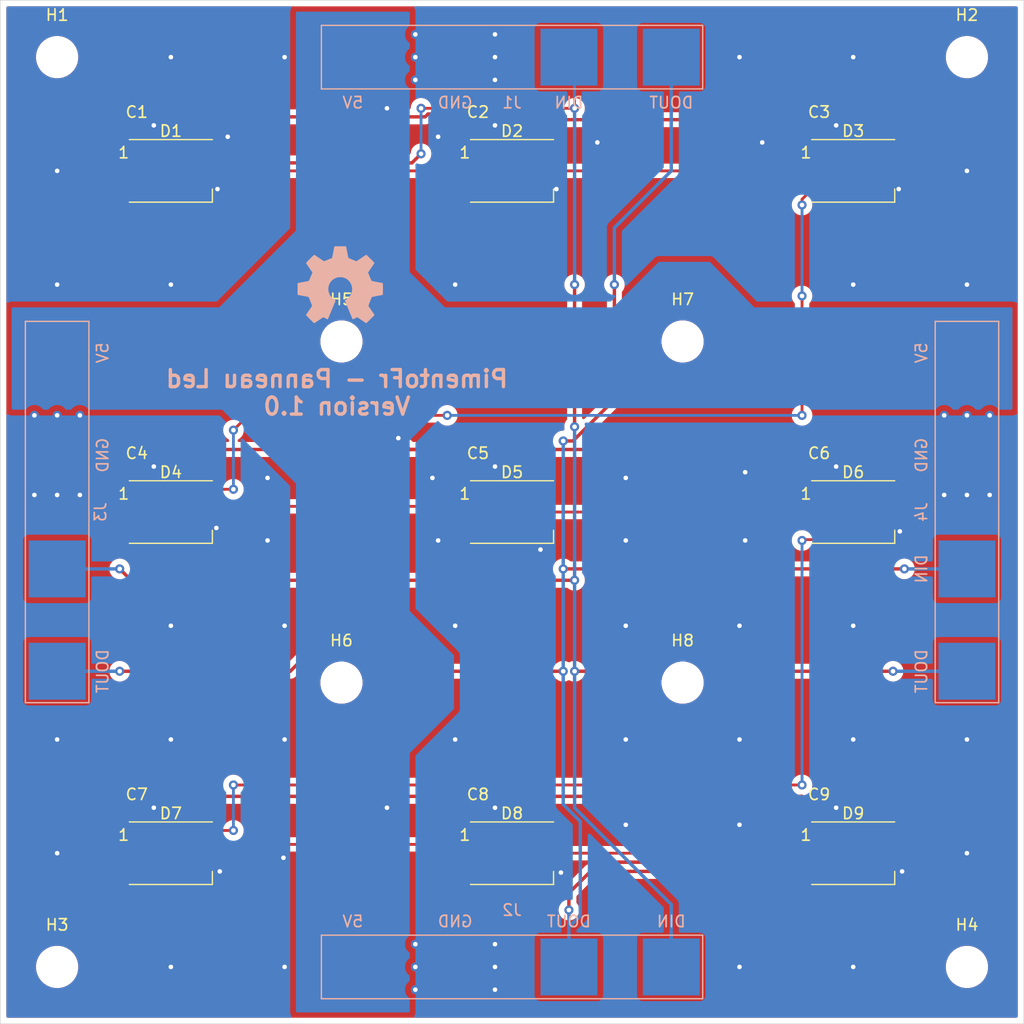
<source format=kicad_pcb>
(kicad_pcb (version 20171130) (host pcbnew "(5.1.6)-1")

  (general
    (thickness 1.6)
    (drawings 8)
    (tracks 275)
    (zones 0)
    (modules 31)
    (nets 13)
  )

  (page A4)
  (layers
    (0 F.Cu signal)
    (31 B.Cu signal hide)
    (32 B.Adhes user hide)
    (33 F.Adhes user hide)
    (34 B.Paste user hide)
    (35 F.Paste user)
    (36 B.SilkS user hide)
    (37 F.SilkS user)
    (38 B.Mask user hide)
    (39 F.Mask user)
    (40 Dwgs.User user hide)
    (41 Cmts.User user hide)
    (42 Eco1.User user hide)
    (43 Eco2.User user hide)
    (44 Edge.Cuts user)
    (45 Margin user hide)
    (46 B.CrtYd user hide)
    (47 F.CrtYd user)
    (48 B.Fab user hide)
    (49 F.Fab user)
  )

  (setup
    (last_trace_width 0.25)
    (user_trace_width 0.3)
    (trace_clearance 0.2)
    (zone_clearance 0.508)
    (zone_45_only no)
    (trace_min 0.2)
    (via_size 0.8)
    (via_drill 0.4)
    (via_min_size 0.4)
    (via_min_drill 0.3)
    (user_via 0.65 0.3)
    (user_via 0.8 0.4)
    (uvia_size 0.3)
    (uvia_drill 0.1)
    (uvias_allowed no)
    (uvia_min_size 0.2)
    (uvia_min_drill 0.1)
    (edge_width 0.05)
    (segment_width 0.2)
    (pcb_text_width 0.3)
    (pcb_text_size 1.5 1.5)
    (mod_edge_width 0.153)
    (mod_text_size 1 1)
    (mod_text_width 0.15)
    (pad_size 2.7 2.7)
    (pad_drill 2.7)
    (pad_to_mask_clearance 0.05)
    (aux_axis_origin 50 50)
    (grid_origin 50 50)
    (visible_elements 7FFFFFFF)
    (pcbplotparams
      (layerselection 0x010fc_ffffffff)
      (usegerberextensions false)
      (usegerberattributes true)
      (usegerberadvancedattributes true)
      (creategerberjobfile true)
      (excludeedgelayer true)
      (linewidth 0.100000)
      (plotframeref false)
      (viasonmask false)
      (mode 1)
      (useauxorigin false)
      (hpglpennumber 1)
      (hpglpenspeed 20)
      (hpglpendiameter 15.000000)
      (psnegative false)
      (psa4output false)
      (plotreference true)
      (plotvalue true)
      (plotinvisibletext false)
      (padsonsilk false)
      (subtractmaskfromsilk false)
      (outputformat 1)
      (mirror false)
      (drillshape 0)
      (scaleselection 1)
      (outputdirectory "gerber"))
  )

  (net 0 "")
  (net 1 GND)
  (net 2 +5V)
  (net 3 "Net-(D1-Pad2)")
  (net 4 /DIN)
  (net 5 "Net-(D2-Pad2)")
  (net 6 /OUT_LINE_1)
  (net 7 "Net-(D4-Pad2)")
  (net 8 "Net-(D5-Pad2)")
  (net 9 /OUT_LINE_2)
  (net 10 "Net-(D7-Pad2)")
  (net 11 "Net-(D8-Pad2)")
  (net 12 /DOUT)

  (net_class Default "This is the default net class."
    (clearance 0.2)
    (trace_width 0.25)
    (via_dia 0.8)
    (via_drill 0.4)
    (uvia_dia 0.3)
    (uvia_drill 0.1)
    (add_net +5V)
    (add_net /DIN)
    (add_net /DOUT)
    (add_net /OUT_LINE_1)
    (add_net /OUT_LINE_2)
    (add_net GND)
    (add_net "Net-(D1-Pad2)")
    (add_net "Net-(D2-Pad2)")
    (add_net "Net-(D4-Pad2)")
    (add_net "Net-(D5-Pad2)")
    (add_net "Net-(D7-Pad2)")
    (add_net "Net-(D8-Pad2)")
  )

  (module "panneau led:logo_open_hw" (layer B.Cu) (tedit 0) (tstamp 6001185B)
    (at 79.9 75 180)
    (fp_text reference G*** (at 0 0) (layer B.SilkS) hide
      (effects (font (size 1.524 1.524) (thickness 0.3)) (justify mirror))
    )
    (fp_text value LOGO (at 0.75 0) (layer B.SilkS) hide
      (effects (font (size 1.524 1.524) (thickness 0.3)) (justify mirror))
    )
    (fp_poly (pts (xy 0.137613 3.365317) (xy 0.247206 3.364727) (xy 0.335198 3.363671) (xy 0.40349 3.362092)
      (xy 0.453979 3.35993) (xy 0.488564 3.357126) (xy 0.509145 3.353622) (xy 0.517427 3.349625)
      (xy 0.522447 3.333973) (xy 0.531409 3.296119) (xy 0.543743 3.238858) (xy 0.558879 3.164985)
      (xy 0.576246 3.077295) (xy 0.595275 2.978583) (xy 0.615396 2.871642) (xy 0.620222 2.845614)
      (xy 0.640613 2.737115) (xy 0.660216 2.636177) (xy 0.67844 2.545598) (xy 0.694695 2.468176)
      (xy 0.708388 2.406709) (xy 0.71893 2.363996) (xy 0.725729 2.342835) (xy 0.726715 2.341298)
      (xy 0.743673 2.331343) (xy 0.780621 2.313876) (xy 0.833802 2.290408) (xy 0.899463 2.262452)
      (xy 0.973851 2.231522) (xy 1.05321 2.199129) (xy 1.133787 2.166787) (xy 1.211828 2.136008)
      (xy 1.283579 2.108305) (xy 1.345286 2.085191) (xy 1.393194 2.068177) (xy 1.423549 2.058778)
      (xy 1.43127 2.0574) (xy 1.449593 2.064644) (xy 1.487034 2.085725) (xy 1.542078 2.119673)
      (xy 1.613207 2.165517) (xy 1.698905 2.222284) (xy 1.797655 2.289004) (xy 1.867471 2.3368)
      (xy 1.958269 2.39887) (xy 2.043126 2.456149) (xy 2.119642 2.507072) (xy 2.185417 2.550072)
      (xy 2.23805 2.583585) (xy 2.275142 2.606044) (xy 2.294292 2.615884) (xy 2.295808 2.6162)
      (xy 2.309927 2.607431) (xy 2.339223 2.582722) (xy 2.381296 2.54447) (xy 2.43375 2.495075)
      (xy 2.494185 2.436934) (xy 2.560203 2.372444) (xy 2.629406 2.304005) (xy 2.699396 2.234014)
      (xy 2.767774 2.164869) (xy 2.832143 2.098968) (xy 2.890103 2.038709) (xy 2.939256 1.98649)
      (xy 2.977204 1.94471) (xy 3.00155 1.915765) (xy 3.0099 1.902192) (xy 3.002904 1.886931)
      (xy 2.983028 1.853416) (xy 2.951943 1.804215) (xy 2.911317 1.741896) (xy 2.862819 1.669026)
      (xy 2.808118 1.588171) (xy 2.762263 1.521277) (xy 2.702243 1.434031) (xy 2.645491 1.351191)
      (xy 2.593969 1.275651) (xy 2.549641 1.210301) (xy 2.51447 1.158034) (xy 2.49042 1.121741)
      (xy 2.481266 1.107409) (xy 2.447905 1.052767) (xy 2.598727 0.696491) (xy 2.645089 0.588427)
      (xy 2.685759 0.496601) (xy 2.719996 0.422575) (xy 2.747061 0.367917) (xy 2.766214 0.334191)
      (xy 2.77495 0.32357) (xy 2.792921 0.317538) (xy 2.832944 0.307666) (xy 2.892066 0.294568)
      (xy 2.967334 0.27886) (xy 3.055793 0.26116) (xy 3.154491 0.242082) (xy 3.260474 0.222242)
      (xy 3.2639 0.221611) (xy 3.369567 0.201911) (xy 3.467623 0.183146) (xy 3.555194 0.165904)
      (xy 3.629404 0.15077) (xy 3.687377 0.138332) (xy 3.726239 0.129177) (xy 3.743115 0.123891)
      (xy 3.743325 0.123743) (xy 3.747543 0.114619) (xy 3.751005 0.093278) (xy 3.75377 0.057823)
      (xy 3.755897 0.006354) (xy 3.757445 -0.063026) (xy 3.758472 -0.152218) (xy 3.759037 -0.26312)
      (xy 3.7592 -0.389177) (xy 3.7592 -0.889544) (xy 3.730625 -0.901517) (xy 3.711634 -0.906575)
      (xy 3.670768 -0.915468) (xy 3.61116 -0.92758) (xy 3.535942 -0.942294) (xy 3.448246 -0.958996)
      (xy 3.351205 -0.977071) (xy 3.2766 -0.990717) (xy 3.174285 -1.009557) (xy 3.07866 -1.027674)
      (xy 2.992931 -1.044422) (xy 2.920308 -1.059153) (xy 2.863997 -1.071222) (xy 2.827207 -1.079982)
      (xy 2.814678 -1.083844) (xy 2.80375 -1.090154) (xy 2.79276 -1.100897) (xy 2.780522 -1.118561)
      (xy 2.76585 -1.145637) (xy 2.747559 -1.184613) (xy 2.724461 -1.237978) (xy 2.695372 -1.308222)
      (xy 2.659104 -1.397834) (xy 2.627575 -1.47651) (xy 2.582853 -1.589743) (xy 2.545924 -1.686135)
      (xy 2.517261 -1.764355) (xy 2.497338 -1.823079) (xy 2.486628 -1.860976) (xy 2.485169 -1.875963)
      (xy 2.494067 -1.891397) (xy 2.515718 -1.925206) (xy 2.548436 -1.974868) (xy 2.590537 -2.037859)
      (xy 2.640334 -2.111658) (xy 2.696144 -2.193743) (xy 2.751648 -2.274843) (xy 2.811245 -2.362312)
      (xy 2.865988 -2.443915) (xy 2.914246 -2.517126) (xy 2.954393 -2.57942) (xy 2.984797 -2.628273)
      (xy 3.003831 -2.661157) (xy 3.0099 -2.675201) (xy 3.001143 -2.689465) (xy 2.976469 -2.718922)
      (xy 2.938273 -2.761169) (xy 2.888948 -2.813802) (xy 2.830889 -2.874418) (xy 2.766491 -2.940614)
      (xy 2.698148 -3.009986) (xy 2.628254 -3.08013) (xy 2.559204 -3.148644) (xy 2.493392 -3.213123)
      (xy 2.433212 -3.271165) (xy 2.38106 -3.320367) (xy 2.339329 -3.358323) (xy 2.310413 -3.382633)
      (xy 2.29688 -3.3909) (xy 2.282174 -3.383916) (xy 2.249099 -3.364047) (xy 2.200135 -3.332912)
      (xy 2.137762 -3.292133) (xy 2.06446 -3.243331) (xy 1.982711 -3.188127) (xy 1.898495 -3.13055)
      (xy 1.810653 -3.070638) (xy 1.728546 -3.015587) (xy 1.654707 -2.967024) (xy 1.591673 -2.926578)
      (xy 1.541978 -2.895877) (xy 1.508157 -2.876547) (xy 1.493033 -2.8702) (xy 1.460699 -2.87732)
      (xy 1.4411 -2.887199) (xy 1.408502 -2.907313) (xy 1.363132 -2.932703) (xy 1.310282 -2.960712)
      (xy 1.255248 -2.988683) (xy 1.203321 -3.013959) (xy 1.159795 -3.033883) (xy 1.129963 -3.045799)
      (xy 1.120735 -3.048) (xy 1.111907 -3.044142) (xy 1.100784 -3.031061) (xy 1.086267 -3.006492)
      (xy 1.067254 -2.968171) (xy 1.042648 -2.913834) (xy 1.011349 -2.841218) (xy 0.972256 -2.748059)
      (xy 0.955739 -2.708275) (xy 0.917124 -2.615064) (xy 0.871046 -2.503839) (xy 0.819764 -2.380049)
      (xy 0.765534 -2.249145) (xy 0.710617 -2.116577) (xy 0.657268 -1.987798) (xy 0.617048 -1.890707)
      (xy 0.574139 -1.786809) (xy 0.53443 -1.690046) (xy 0.498949 -1.602968) (xy 0.468722 -1.528125)
      (xy 0.444779 -1.468067) (xy 0.428146 -1.425345) (xy 0.419852 -1.40251) (xy 0.4191 -1.399529)
      (xy 0.428957 -1.387476) (xy 0.455784 -1.364573) (xy 0.495461 -1.334128) (xy 0.542925 -1.300104)
      (xy 0.658142 -1.214431) (xy 0.752788 -1.130812) (xy 0.830846 -1.044805) (xy 0.896299 -0.95197)
      (xy 0.953132 -0.847866) (xy 0.958301 -0.837072) (xy 1.01077 -0.706198) (xy 1.042662 -0.575412)
      (xy 1.055955 -0.435923) (xy 1.056598 -0.40005) (xy 1.045354 -0.235963) (xy 1.010847 -0.079649)
      (xy 0.954264 0.067002) (xy 0.87679 0.202097) (xy 0.77961 0.323745) (xy 0.66391 0.430055)
      (xy 0.530877 0.519134) (xy 0.456476 0.557442) (xy 0.371787 0.594779) (xy 0.29783 0.621307)
      (xy 0.226656 0.638722) (xy 0.150318 0.648721) (xy 0.060868 0.653002) (xy 0.00635 0.653531)
      (xy -0.091478 0.651805) (xy -0.172141 0.645295) (xy -0.243681 0.632354) (xy -0.314138 0.611331)
      (xy -0.391555 0.580579) (xy -0.427669 0.564552) (xy -0.567098 0.488104) (xy -0.690199 0.393957)
      (xy -0.796195 0.284494) (xy -0.884309 0.162102) (xy -0.953762 0.029163) (xy -1.003777 -0.111938)
      (xy -1.033578 -0.258816) (xy -1.042387 -0.409088) (xy -1.029425 -0.560369) (xy -0.993916 -0.710274)
      (xy -0.935083 -0.85642) (xy -0.90782 -0.90805) (xy -0.842451 -1.010551) (xy -0.766393 -1.103049)
      (xy -0.675497 -1.189769) (xy -0.56561 -1.274935) (xy -0.509511 -1.313445) (xy -0.46692 -1.343197)
      (xy -0.432961 -1.369607) (xy -0.41302 -1.388379) (xy -0.41023 -1.39264) (xy -0.409541 -1.397668)
      (xy -0.410737 -1.406369) (xy -0.414435 -1.4203) (xy -0.421254 -1.441015) (xy -0.431814 -1.47007)
      (xy -0.446732 -1.509022) (xy -0.466628 -1.559426) (xy -0.492121 -1.622838) (xy -0.523829 -1.700814)
      (xy -0.562372 -1.794909) (xy -0.608367 -1.90668) (xy -0.662434 -2.037683) (xy -0.725192 -2.189473)
      (xy -0.775648 -2.3114) (xy -0.817534 -2.412608) (xy -0.860432 -2.516289) (xy -0.902229 -2.617334)
      (xy -0.940812 -2.710634) (xy -0.974067 -2.791079) (xy -0.999882 -2.853561) (xy -1.001509 -2.8575)
      (xy -1.032553 -2.931036) (xy -1.056565 -2.983643) (xy -1.075145 -3.018277) (xy -1.089895 -3.037898)
      (xy -1.102415 -3.045463) (xy -1.103325 -3.045629) (xy -1.123218 -3.041225) (xy -1.160594 -3.026426)
      (xy -1.210809 -3.003306) (xy -1.269214 -2.973934) (xy -1.295676 -2.959904) (xy -1.355941 -2.928238)
      (xy -1.409663 -2.901476) (xy -1.452278 -2.881783) (xy -1.479222 -2.871321) (xy -1.48487 -2.8702)
      (xy -1.508265 -2.877291) (xy -1.541336 -2.895225) (xy -1.55702 -2.905752) (xy -1.589892 -2.928936)
      (xy -1.641176 -2.964568) (xy -1.708256 -3.010851) (xy -1.788516 -3.065988) (xy -1.879338 -3.128181)
      (xy -1.978105 -3.195635) (xy -2.082202 -3.266551) (xy -2.100891 -3.279265) (xy -2.158099 -3.317602)
      (xy -2.208433 -3.350259) (xy -2.247965 -3.37477) (xy -2.272765 -3.388669) (xy -2.278776 -3.3909)
      (xy -2.290489 -3.382198) (xy -2.318082 -3.357375) (xy -2.359558 -3.318354) (xy -2.412921 -3.267059)
      (xy -2.476174 -3.205414) (xy -2.547322 -3.135341) (xy -2.624367 -3.058766) (xy -2.648036 -3.035109)
      (xy -3.00355 -2.679318) (xy -2.980273 -2.638545) (xy -2.964922 -2.613898) (xy -2.936638 -2.570779)
      (xy -2.89702 -2.511545) (xy -2.84767 -2.438553) (xy -2.790189 -2.35416) (xy -2.726177 -2.260724)
      (xy -2.657235 -2.160602) (xy -2.584965 -2.056152) (xy -2.574501 -2.041071) (xy -2.537574 -1.986705)
      (xy -2.505947 -1.937956) (xy -2.482548 -1.899497) (xy -2.470302 -1.875999) (xy -2.469382 -1.87325)
      (xy -2.472551 -1.85614) (xy -2.484088 -1.819082) (xy -2.502622 -1.765585) (xy -2.52678 -1.699159)
      (xy -2.555191 -1.623312) (xy -2.586482 -1.541555) (xy -2.619283 -1.457397) (xy -2.65222 -1.374348)
      (xy -2.683922 -1.295917) (xy -2.713018 -1.225613) (xy -2.738134 -1.166948) (xy -2.7579 -1.123429)
      (xy -2.770943 -1.098566) (xy -2.77361 -1.094979) (xy -2.789314 -1.089025) (xy -2.827143 -1.079189)
      (xy -2.884224 -1.066085) (xy -2.957685 -1.05033) (xy -3.044652 -1.032539) (xy -3.142253 -1.013326)
      (xy -3.247613 -0.993308) (xy -3.253058 -0.992293) (xy -3.358658 -0.972446) (xy -3.456609 -0.953714)
      (xy -3.544048 -0.93667) (xy -3.618111 -0.921886) (xy -3.675935 -0.909933) (xy -3.714656 -0.901384)
      (xy -3.731411 -0.896811) (xy -3.731634 -0.896688) (xy -3.735713 -0.881842) (xy -3.739193 -0.844941)
      (xy -3.742077 -0.789325) (xy -3.744369 -0.718333) (xy -3.746071 -0.635303) (xy -3.747188 -0.543574)
      (xy -3.747722 -0.446486) (xy -3.747676 -0.347376) (xy -3.747055 -0.249585) (xy -3.745861 -0.156449)
      (xy -3.744098 -0.071309) (xy -3.741769 0.002496) (xy -3.738876 0.061629) (xy -3.735425 0.10275)
      (xy -3.731417 0.12252) (xy -3.730625 0.123562) (xy -3.714908 0.128575) (xy -3.677041 0.137477)
      (xy -3.619879 0.149689) (xy -3.546276 0.164632) (xy -3.459087 0.181729) (xy -3.361166 0.2004)
      (xy -3.255367 0.220068) (xy -3.24485 0.221996) (xy -3.104807 0.248038) (xy -2.989185 0.270408)
      (xy -2.897297 0.289255) (xy -2.828453 0.30473) (xy -2.781965 0.316981) (xy -2.757144 0.326158)
      (xy -2.753466 0.328655) (xy -2.741847 0.346609) (xy -2.722588 0.384101) (xy -2.697215 0.437549)
      (xy -2.66725 0.503367) (xy -2.634219 0.577971) (xy -2.599645 0.657778) (xy -2.565053 0.739202)
      (xy -2.531966 0.81866) (xy -2.501908 0.892568) (xy -2.476405 0.957342) (xy -2.456979 1.009396)
      (xy -2.445155 1.045148) (xy -2.442279 1.06045) (xy -2.450409 1.076336) (xy -2.471437 1.110615)
      (xy -2.503747 1.160839) (xy -2.545721 1.224555) (xy -2.595744 1.299314) (xy -2.652199 1.382664)
      (xy -2.713469 1.472156) (xy -2.722212 1.484851) (xy -2.783789 1.574696) (xy -2.84056 1.658487)
      (xy -2.890945 1.733821) (xy -2.933364 1.798294) (xy -2.966239 1.849502) (xy -2.98799 1.88504)
      (xy -2.997037 1.902504) (xy -2.9972 1.903419) (xy -2.988413 1.91756) (xy -2.963653 1.946842)
      (xy -2.925323 1.988872) (xy -2.875825 2.041256) (xy -2.817564 2.1016) (xy -2.752942 2.16751)
      (xy -2.684361 2.236593) (xy -2.614225 2.306454) (xy -2.544936 2.374699) (xy -2.478898 2.438935)
      (xy -2.418514 2.496769) (xy -2.366185 2.545805) (xy -2.324316 2.58365) (xy -2.295309 2.607911)
      (xy -2.28172 2.6162) (xy -2.266219 2.609206) (xy -2.232284 2.589266) (xy -2.182327 2.557946)
      (xy -2.118761 2.51681) (xy -2.044 2.467426) (xy -1.960455 2.411357) (xy -1.87054 2.350168)
      (xy -1.851053 2.336801) (xy -1.735663 2.258104) (xy -1.636434 2.191626) (xy -1.554181 2.137885)
      (xy -1.489715 2.097401) (xy -1.443851 2.070691) (xy -1.417402 2.058274) (xy -1.412957 2.0574)
      (xy -1.389772 2.062275) (xy -1.347868 2.075865) (xy -1.290931 2.096621) (xy -1.222647 2.122992)
      (xy -1.146704 2.15343) (xy -1.06679 2.186384) (xy -0.98659 2.220304) (xy -0.909793 2.253641)
      (xy -0.840085 2.284845) (xy -0.781153 2.312365) (xy -0.736684 2.334653) (xy -0.710366 2.350157)
      (xy -0.705133 2.354932) (xy -0.699177 2.373123) (xy -0.689413 2.413364) (xy -0.676451 2.472694)
      (xy -0.6609 2.548149) (xy -0.643372 2.636769) (xy -0.624476 2.735589) (xy -0.604822 2.841649)
      (xy -0.604247 2.8448) (xy -0.584691 2.951121) (xy -0.566091 3.050392) (xy -0.549032 3.139635)
      (xy -0.534097 3.21587) (xy -0.52187 3.276118) (xy -0.512936 3.3174) (xy -0.507877 3.336739)
      (xy -0.507801 3.336925) (xy -0.495845 3.3655) (xy 0.004522 3.3655) (xy 0.137613 3.365317)) (layer B.SilkS) (width 0.01))
  )

  (module MountingHole:MountingHole_2.7mm_M2.5 (layer F.Cu) (tedit 56D1B4CB) (tstamp 600176C7)
    (at 110 110)
    (descr "Mounting Hole 2.7mm, no annular, M2.5")
    (tags "mounting hole 2.7mm no annular m2.5")
    (path /6004C76D)
    (attr virtual)
    (fp_text reference H8 (at 0 -3.7) (layer F.SilkS)
      (effects (font (size 1 1) (thickness 0.15)))
    )
    (fp_text value M2.5 (at 0 3.7) (layer F.Fab)
      (effects (font (size 1 1) (thickness 0.15)))
    )
    (fp_circle (center 0 0) (end 2.7 0) (layer Cmts.User) (width 0.15))
    (fp_circle (center 0 0) (end 2.95 0) (layer F.CrtYd) (width 0.05))
    (fp_text user %R (at 0.3 0) (layer F.Fab)
      (effects (font (size 1 1) (thickness 0.15)))
    )
    (pad 1 np_thru_hole circle (at 0 0) (size 2.7 2.7) (drill 2.7) (layers *.Cu *.Mask))
  )

  (module MountingHole:MountingHole_2.7mm_M2.5 (layer F.Cu) (tedit 56D1B4CB) (tstamp 600176BF)
    (at 110 80)
    (descr "Mounting Hole 2.7mm, no annular, M2.5")
    (tags "mounting hole 2.7mm no annular m2.5")
    (path /6004C766)
    (attr virtual)
    (fp_text reference H7 (at 0 -3.7) (layer F.SilkS)
      (effects (font (size 1 1) (thickness 0.15)))
    )
    (fp_text value M2.5 (at 0 3.7) (layer F.Fab)
      (effects (font (size 1 1) (thickness 0.15)))
    )
    (fp_circle (center 0 0) (end 2.7 0) (layer Cmts.User) (width 0.15))
    (fp_circle (center 0 0) (end 2.95 0) (layer F.CrtYd) (width 0.05))
    (fp_text user %R (at 0.3 0) (layer F.Fab)
      (effects (font (size 1 1) (thickness 0.15)))
    )
    (pad 1 np_thru_hole circle (at 0 0) (size 2.7 2.7) (drill 2.7) (layers *.Cu *.Mask))
  )

  (module MountingHole:MountingHole_2.7mm_M2.5 (layer F.Cu) (tedit 56D1B4CB) (tstamp 600176B7)
    (at 80 110)
    (descr "Mounting Hole 2.7mm, no annular, M2.5")
    (tags "mounting hole 2.7mm no annular m2.5")
    (path /6004C75F)
    (attr virtual)
    (fp_text reference H6 (at 0 -3.7) (layer F.SilkS)
      (effects (font (size 1 1) (thickness 0.15)))
    )
    (fp_text value M2.5 (at 0 3.7) (layer F.Fab)
      (effects (font (size 1 1) (thickness 0.15)))
    )
    (fp_circle (center 0 0) (end 2.7 0) (layer Cmts.User) (width 0.15))
    (fp_circle (center 0 0) (end 2.95 0) (layer F.CrtYd) (width 0.05))
    (fp_text user %R (at 0.3 0) (layer F.Fab)
      (effects (font (size 1 1) (thickness 0.15)))
    )
    (pad 1 np_thru_hole circle (at 0 0) (size 2.7 2.7) (drill 2.7) (layers *.Cu *.Mask))
  )

  (module MountingHole:MountingHole_2.7mm_M2.5 (layer F.Cu) (tedit 56D1B4CB) (tstamp 600176AF)
    (at 80 80)
    (descr "Mounting Hole 2.7mm, no annular, M2.5")
    (tags "mounting hole 2.7mm no annular m2.5")
    (path /6004C758)
    (attr virtual)
    (fp_text reference H5 (at 0 -3.7) (layer F.SilkS)
      (effects (font (size 1 1) (thickness 0.15)))
    )
    (fp_text value M2.5 (at 0 3.7) (layer F.Fab)
      (effects (font (size 1 1) (thickness 0.15)))
    )
    (fp_circle (center 0 0) (end 2.7 0) (layer Cmts.User) (width 0.15))
    (fp_circle (center 0 0) (end 2.95 0) (layer F.CrtYd) (width 0.05))
    (fp_text user %R (at 0.3 0) (layer F.Fab)
      (effects (font (size 1 1) (thickness 0.15)))
    )
    (pad 1 np_thru_hole circle (at 0 0) (size 2.7 2.7) (drill 2.7) (layers *.Cu *.Mask))
  )

  (module "panneau led:CONNECT_POWER" (layer B.Cu) (tedit 5FF9E170) (tstamp 5FFA6A77)
    (at 135 95 270)
    (path /5FFF3075)
    (fp_text reference J4 (at 0 4 270) (layer B.SilkS)
      (effects (font (size 1 1) (thickness 0.15)) (justify mirror))
    )
    (fp_text value CONNECT_POWER (at 0 0 270) (layer B.Fab)
      (effects (font (size 1 1) (thickness 0.15)) (justify mirror))
    )
    (fp_line (start -16.764 2.794) (end -16.764 -2.794) (layer B.SilkS) (width 0.12))
    (fp_line (start 16.764 2.794) (end -16.764 2.794) (layer B.SilkS) (width 0.12))
    (fp_line (start 16.764 -2.794) (end 16.764 2.794) (layer B.SilkS) (width 0.12))
    (fp_line (start -16.764 -2.794) (end 16.764 -2.794) (layer B.SilkS) (width 0.12))
    (fp_line (start -16.764 2.794) (end -16.764 -2.794) (layer B.CrtYd) (width 0.12))
    (fp_line (start -16.764 -2.794) (end 16.764 -2.794) (layer B.CrtYd) (width 0.12))
    (fp_line (start 16.764 -2.794) (end 16.764 2.794) (layer B.CrtYd) (width 0.12))
    (fp_line (start 16.764 2.794) (end -16.764 2.794) (layer B.CrtYd) (width 0.12))
    (fp_text user 5V (at -14 4 270) (layer B.SilkS)
      (effects (font (size 1 1) (thickness 0.15)) (justify mirror))
    )
    (fp_text user GND (at -5 4 270) (layer B.SilkS)
      (effects (font (size 1 1) (thickness 0.15)) (justify mirror))
    )
    (fp_text user DIN (at 5 4 270) (layer B.SilkS)
      (effects (font (size 1 1) (thickness 0.15)) (justify mirror))
    )
    (fp_text user DOUT (at 14 4 270) (layer B.SilkS)
      (effects (font (size 1 1) (thickness 0.15)) (justify mirror))
    )
    (pad 4 smd rect (at 14 0 270) (size 5 5) (layers B.Cu B.Paste B.Mask)
      (net 4 /DIN))
    (pad 3 smd rect (at 5 0 270) (size 5 5) (layers B.Cu B.Paste B.Mask)
      (net 12 /DOUT))
    (pad 2 smd rect (at -5 0 270) (size 5 5) (layers B.Cu B.Paste B.Mask)
      (net 1 GND))
    (pad 1 smd rect (at -14 0 270) (size 5 5) (layers B.Cu B.Paste B.Mask)
      (net 2 +5V))
  )

  (module "panneau led:CONNECT_POWER" (layer B.Cu) (tedit 5FF9E170) (tstamp 5FFA678E)
    (at 55 95 270)
    (path /5FFF054B)
    (fp_text reference J3 (at 0 -3.81 270) (layer B.SilkS)
      (effects (font (size 1 1) (thickness 0.15)) (justify mirror))
    )
    (fp_text value CONNECT_POWER (at 0 0 270) (layer B.Fab)
      (effects (font (size 1 1) (thickness 0.15)) (justify mirror))
    )
    (fp_line (start -16.764 2.794) (end -16.764 -2.794) (layer B.SilkS) (width 0.12))
    (fp_line (start 16.764 2.794) (end -16.764 2.794) (layer B.SilkS) (width 0.12))
    (fp_line (start 16.764 -2.794) (end 16.764 2.794) (layer B.SilkS) (width 0.12))
    (fp_line (start -16.764 -2.794) (end 16.764 -2.794) (layer B.SilkS) (width 0.12))
    (fp_line (start -16.764 2.794) (end -16.764 -2.794) (layer B.CrtYd) (width 0.12))
    (fp_line (start -16.764 -2.794) (end 16.764 -2.794) (layer B.CrtYd) (width 0.12))
    (fp_line (start 16.764 -2.794) (end 16.764 2.794) (layer B.CrtYd) (width 0.12))
    (fp_line (start 16.764 2.794) (end -16.764 2.794) (layer B.CrtYd) (width 0.12))
    (pad 4 smd rect (at 14 0 270) (size 5 5) (layers B.Cu B.Paste B.Mask)
      (net 12 /DOUT))
    (pad 3 smd rect (at 5 0 270) (size 5 5) (layers B.Cu B.Paste B.Mask)
      (net 4 /DIN))
    (pad 2 smd rect (at -5 0 270) (size 5 5) (layers B.Cu B.Paste B.Mask)
      (net 1 GND))
    (pad 1 smd rect (at -14 0 270) (size 5 5) (layers B.Cu B.Paste B.Mask)
      (net 2 +5V))
  )

  (module MountingHole:MountingHole_2.7mm_M2.5 (layer F.Cu) (tedit 56D1B4CB) (tstamp 5FFA432C)
    (at 135 135)
    (descr "Mounting Hole 2.7mm, no annular, M2.5")
    (tags "mounting hole 2.7mm no annular m2.5")
    (path /6002BC4A)
    (attr virtual)
    (fp_text reference H4 (at 0 -3.7) (layer F.SilkS)
      (effects (font (size 1 1) (thickness 0.15)))
    )
    (fp_text value M2.5 (at 0 3.7) (layer F.Fab)
      (effects (font (size 1 1) (thickness 0.15)))
    )
    (fp_circle (center 0 0) (end 2.95 0) (layer F.CrtYd) (width 0.05))
    (fp_circle (center 0 0) (end 2.7 0) (layer Cmts.User) (width 0.15))
    (fp_text user %R (at 0.3 0) (layer F.Fab)
      (effects (font (size 1 1) (thickness 0.15)))
    )
    (pad 1 np_thru_hole circle (at 0 0) (size 2.7 2.7) (drill 2.7) (layers *.Cu *.Mask))
  )

  (module MountingHole:MountingHole_2.7mm_M2.5 (layer F.Cu) (tedit 56D1B4CB) (tstamp 5FFA4324)
    (at 55 135)
    (descr "Mounting Hole 2.7mm, no annular, M2.5")
    (tags "mounting hole 2.7mm no annular m2.5")
    (path /60029DA1)
    (attr virtual)
    (fp_text reference H3 (at 0 -3.7) (layer F.SilkS)
      (effects (font (size 1 1) (thickness 0.15)))
    )
    (fp_text value M2.5 (at 0 3.7) (layer F.Fab)
      (effects (font (size 1 1) (thickness 0.15)))
    )
    (fp_circle (center 0 0) (end 2.95 0) (layer F.CrtYd) (width 0.05))
    (fp_circle (center 0 0) (end 2.7 0) (layer Cmts.User) (width 0.15))
    (fp_text user %R (at 0.3 0) (layer F.Fab)
      (effects (font (size 1 1) (thickness 0.15)))
    )
    (pad 1 np_thru_hole circle (at 0 0) (size 2.7 2.7) (drill 2.7) (layers *.Cu *.Mask))
  )

  (module MountingHole:MountingHole_2.7mm_M2.5 (layer F.Cu) (tedit 56D1B4CB) (tstamp 5FFA431C)
    (at 135 55)
    (descr "Mounting Hole 2.7mm, no annular, M2.5")
    (tags "mounting hole 2.7mm no annular m2.5")
    (path /60027EE4)
    (attr virtual)
    (fp_text reference H2 (at 0 -3.7) (layer F.SilkS)
      (effects (font (size 1 1) (thickness 0.15)))
    )
    (fp_text value M2.5 (at 0 3.7) (layer F.Fab)
      (effects (font (size 1 1) (thickness 0.15)))
    )
    (fp_circle (center 0 0) (end 2.95 0) (layer F.CrtYd) (width 0.05))
    (fp_circle (center 0 0) (end 2.7 0) (layer Cmts.User) (width 0.15))
    (fp_text user %R (at 0.3 0) (layer F.Fab)
      (effects (font (size 1 1) (thickness 0.15)))
    )
    (pad 1 np_thru_hole circle (at 0 0) (size 2.7 2.7) (drill 2.7) (layers *.Cu *.Mask))
  )

  (module MountingHole:MountingHole_2.7mm_M2.5 (layer F.Cu) (tedit 56D1B4CB) (tstamp 5FFA4405)
    (at 55 55)
    (descr "Mounting Hole 2.7mm, no annular, M2.5")
    (tags "mounting hole 2.7mm no annular m2.5")
    (path /6002048B)
    (attr virtual)
    (fp_text reference H1 (at 0 -3.7) (layer F.SilkS)
      (effects (font (size 1 1) (thickness 0.15)))
    )
    (fp_text value M2.5 (at 0 3.7) (layer F.Fab)
      (effects (font (size 1 1) (thickness 0.15)))
    )
    (fp_circle (center 0 0) (end 2.95 0) (layer F.CrtYd) (width 0.05))
    (fp_circle (center 0 0) (end 2.7 0) (layer Cmts.User) (width 0.15))
    (fp_text user %R (at 0.3 0) (layer F.Fab)
      (effects (font (size 1 1) (thickness 0.15)))
    )
    (pad 1 np_thru_hole circle (at 0 0) (size 2.7 2.7) (drill 2.7) (layers *.Cu *.Mask))
  )

  (module "panneau led:CONNECT_POWER" (layer B.Cu) (tedit 5FF9E170) (tstamp 5FFA3AFE)
    (at 95 135)
    (path /5FFEE2AB)
    (fp_text reference J2 (at 0 -5) (layer B.SilkS)
      (effects (font (size 1 1) (thickness 0.15)) (justify mirror))
    )
    (fp_text value CONNECT_POWER (at 0 0) (layer B.Fab)
      (effects (font (size 1 1) (thickness 0.15)) (justify mirror))
    )
    (fp_line (start -16.764 2.794) (end -16.764 -2.794) (layer B.SilkS) (width 0.12))
    (fp_line (start 16.764 2.794) (end -16.764 2.794) (layer B.SilkS) (width 0.12))
    (fp_line (start 16.764 -2.794) (end 16.764 2.794) (layer B.SilkS) (width 0.12))
    (fp_line (start -16.764 -2.794) (end 16.764 -2.794) (layer B.SilkS) (width 0.12))
    (fp_line (start -16.764 2.794) (end -16.764 -2.794) (layer B.CrtYd) (width 0.12))
    (fp_line (start -16.764 -2.794) (end 16.764 -2.794) (layer B.CrtYd) (width 0.12))
    (fp_line (start 16.764 -2.794) (end 16.764 2.794) (layer B.CrtYd) (width 0.12))
    (fp_line (start 16.764 2.794) (end -16.764 2.794) (layer B.CrtYd) (width 0.12))
    (fp_text user 5V (at -14 -4) (layer B.SilkS)
      (effects (font (size 1 1) (thickness 0.15)) (justify mirror))
    )
    (fp_text user GND (at -5 -4) (layer B.SilkS)
      (effects (font (size 1 1) (thickness 0.15)) (justify mirror))
    )
    (fp_text user DIN (at 14 -4) (layer B.SilkS)
      (effects (font (size 1 1) (thickness 0.15)) (justify mirror))
    )
    (fp_text user DOUT (at 5 -4) (layer B.SilkS)
      (effects (font (size 1 1) (thickness 0.15)) (justify mirror))
    )
    (pad 4 smd rect (at 14 0) (size 5 5) (layers B.Cu B.Paste B.Mask)
      (net 4 /DIN))
    (pad 3 smd rect (at 5 0) (size 5 5) (layers B.Cu B.Paste B.Mask)
      (net 12 /DOUT))
    (pad 2 smd rect (at -5 0) (size 5 5) (layers B.Cu B.Paste B.Mask)
      (net 1 GND))
    (pad 1 smd rect (at -14 0) (size 5 5) (layers B.Cu B.Paste B.Mask)
      (net 2 +5V))
  )

  (module "panneau led:CONNECT_POWER" (layer B.Cu) (tedit 5FF9E170) (tstamp 5FFA3AEB)
    (at 95 55)
    (path /5FFD66CC)
    (fp_text reference J1 (at 0 4) (layer B.SilkS)
      (effects (font (size 1 1) (thickness 0.15)) (justify mirror))
    )
    (fp_text value CONNECT_POWER (at 0 0) (layer B.Fab)
      (effects (font (size 1 1) (thickness 0.15)) (justify mirror))
    )
    (fp_line (start -16.764 2.794) (end -16.764 -2.794) (layer B.SilkS) (width 0.12))
    (fp_line (start 16.764 2.794) (end -16.764 2.794) (layer B.SilkS) (width 0.12))
    (fp_line (start 16.764 -2.794) (end 16.764 2.794) (layer B.SilkS) (width 0.12))
    (fp_line (start -16.764 -2.794) (end 16.764 -2.794) (layer B.SilkS) (width 0.12))
    (fp_line (start -16.764 2.794) (end -16.764 -2.794) (layer B.CrtYd) (width 0.12))
    (fp_line (start -16.764 -2.794) (end 16.764 -2.794) (layer B.CrtYd) (width 0.12))
    (fp_line (start 16.764 -2.794) (end 16.764 2.794) (layer B.CrtYd) (width 0.12))
    (fp_line (start 16.764 2.794) (end -16.764 2.794) (layer B.CrtYd) (width 0.12))
    (fp_text user 5V (at -14 4) (layer B.SilkS)
      (effects (font (size 1 1) (thickness 0.15)) (justify mirror))
    )
    (fp_text user GND (at -5 4) (layer B.SilkS)
      (effects (font (size 1 1) (thickness 0.15)) (justify mirror))
    )
    (fp_text user DIN (at 5 4) (layer B.SilkS)
      (effects (font (size 1 1) (thickness 0.15)) (justify mirror))
    )
    (fp_text user DOUT (at 14 4) (layer B.SilkS)
      (effects (font (size 1 1) (thickness 0.15)) (justify mirror))
    )
    (pad 4 smd rect (at 14 0) (size 5 5) (layers B.Cu B.Paste B.Mask)
      (net 12 /DOUT))
    (pad 3 smd rect (at 5 0) (size 5 5) (layers B.Cu B.Paste B.Mask)
      (net 4 /DIN))
    (pad 2 smd rect (at -5 0) (size 5 5) (layers B.Cu B.Paste B.Mask)
      (net 1 GND))
    (pad 1 smd rect (at -14 0) (size 5 5) (layers B.Cu B.Paste B.Mask)
      (net 2 +5V))
  )

  (module LED_SMD:LED_WS2812B_PLCC4_5.0x5.0mm_P3.2mm (layer F.Cu) (tedit 5AA4B285) (tstamp 5FFA3AD8)
    (at 125 125)
    (descr https://cdn-shop.adafruit.com/datasheets/WS2812B.pdf)
    (tags "LED RGB NeoPixel")
    (path /5FFCC5F6)
    (attr smd)
    (fp_text reference D9 (at 0 -3.5) (layer F.SilkS)
      (effects (font (size 1 1) (thickness 0.15)))
    )
    (fp_text value WS2812B (at 0 4) (layer F.Fab)
      (effects (font (size 1 1) (thickness 0.15)))
    )
    (fp_circle (center 0 0) (end 0 -2) (layer F.Fab) (width 0.1))
    (fp_line (start 3.65 2.75) (end 3.65 1.6) (layer F.SilkS) (width 0.12))
    (fp_line (start -3.65 2.75) (end 3.65 2.75) (layer F.SilkS) (width 0.12))
    (fp_line (start -3.65 -2.75) (end 3.65 -2.75) (layer F.SilkS) (width 0.12))
    (fp_line (start 2.5 -2.5) (end -2.5 -2.5) (layer F.Fab) (width 0.1))
    (fp_line (start 2.5 2.5) (end 2.5 -2.5) (layer F.Fab) (width 0.1))
    (fp_line (start -2.5 2.5) (end 2.5 2.5) (layer F.Fab) (width 0.1))
    (fp_line (start -2.5 -2.5) (end -2.5 2.5) (layer F.Fab) (width 0.1))
    (fp_line (start 2.5 1.5) (end 1.5 2.5) (layer F.Fab) (width 0.1))
    (fp_line (start -3.45 -2.75) (end -3.45 2.75) (layer F.CrtYd) (width 0.05))
    (fp_line (start -3.45 2.75) (end 3.45 2.75) (layer F.CrtYd) (width 0.05))
    (fp_line (start 3.45 2.75) (end 3.45 -2.75) (layer F.CrtYd) (width 0.05))
    (fp_line (start 3.45 -2.75) (end -3.45 -2.75) (layer F.CrtYd) (width 0.05))
    (fp_text user %R (at 0 0) (layer F.Fab)
      (effects (font (size 0.8 0.8) (thickness 0.15)))
    )
    (fp_text user 1 (at -4.15 -1.6) (layer F.SilkS)
      (effects (font (size 1 1) (thickness 0.15)))
    )
    (pad 1 smd rect (at -2.45 -1.6) (size 1.5 1) (layers F.Cu F.Paste F.Mask)
      (net 2 +5V))
    (pad 2 smd rect (at -2.45 1.6) (size 1.5 1) (layers F.Cu F.Paste F.Mask)
      (net 12 /DOUT))
    (pad 4 smd rect (at 2.45 -1.6) (size 1.5 1) (layers F.Cu F.Paste F.Mask)
      (net 11 "Net-(D8-Pad2)"))
    (pad 3 smd rect (at 2.45 1.6) (size 1.5 1) (layers F.Cu F.Paste F.Mask)
      (net 1 GND))
    (model ${KISYS3DMOD}/LED_SMD.3dshapes/LED_WS2812B_PLCC4_5.0x5.0mm_P3.2mm.wrl
      (at (xyz 0 0 0))
      (scale (xyz 1 1 1))
      (rotate (xyz 0 0 0))
    )
  )

  (module LED_SMD:LED_WS2812B_PLCC4_5.0x5.0mm_P3.2mm (layer F.Cu) (tedit 5AA4B285) (tstamp 5FFA3AC1)
    (at 95 125)
    (descr https://cdn-shop.adafruit.com/datasheets/WS2812B.pdf)
    (tags "LED RGB NeoPixel")
    (path /5FFCC5D0)
    (attr smd)
    (fp_text reference D8 (at 0 -3.5) (layer F.SilkS)
      (effects (font (size 1 1) (thickness 0.15)))
    )
    (fp_text value WS2812B (at 0 4) (layer F.Fab)
      (effects (font (size 1 1) (thickness 0.15)))
    )
    (fp_circle (center 0 0) (end 0 -2) (layer F.Fab) (width 0.1))
    (fp_line (start 3.65 2.75) (end 3.65 1.6) (layer F.SilkS) (width 0.12))
    (fp_line (start -3.65 2.75) (end 3.65 2.75) (layer F.SilkS) (width 0.12))
    (fp_line (start -3.65 -2.75) (end 3.65 -2.75) (layer F.SilkS) (width 0.12))
    (fp_line (start 2.5 -2.5) (end -2.5 -2.5) (layer F.Fab) (width 0.1))
    (fp_line (start 2.5 2.5) (end 2.5 -2.5) (layer F.Fab) (width 0.1))
    (fp_line (start -2.5 2.5) (end 2.5 2.5) (layer F.Fab) (width 0.1))
    (fp_line (start -2.5 -2.5) (end -2.5 2.5) (layer F.Fab) (width 0.1))
    (fp_line (start 2.5 1.5) (end 1.5 2.5) (layer F.Fab) (width 0.1))
    (fp_line (start -3.45 -2.75) (end -3.45 2.75) (layer F.CrtYd) (width 0.05))
    (fp_line (start -3.45 2.75) (end 3.45 2.75) (layer F.CrtYd) (width 0.05))
    (fp_line (start 3.45 2.75) (end 3.45 -2.75) (layer F.CrtYd) (width 0.05))
    (fp_line (start 3.45 -2.75) (end -3.45 -2.75) (layer F.CrtYd) (width 0.05))
    (fp_text user %R (at 0 0) (layer F.Fab)
      (effects (font (size 0.8 0.8) (thickness 0.15)))
    )
    (fp_text user 1 (at -4.15 -1.6) (layer F.SilkS)
      (effects (font (size 1 1) (thickness 0.15)))
    )
    (pad 1 smd rect (at -2.45 -1.6) (size 1.5 1) (layers F.Cu F.Paste F.Mask)
      (net 2 +5V))
    (pad 2 smd rect (at -2.45 1.6) (size 1.5 1) (layers F.Cu F.Paste F.Mask)
      (net 11 "Net-(D8-Pad2)"))
    (pad 4 smd rect (at 2.45 -1.6) (size 1.5 1) (layers F.Cu F.Paste F.Mask)
      (net 10 "Net-(D7-Pad2)"))
    (pad 3 smd rect (at 2.45 1.6) (size 1.5 1) (layers F.Cu F.Paste F.Mask)
      (net 1 GND))
    (model ${KISYS3DMOD}/LED_SMD.3dshapes/LED_WS2812B_PLCC4_5.0x5.0mm_P3.2mm.wrl
      (at (xyz 0 0 0))
      (scale (xyz 1 1 1))
      (rotate (xyz 0 0 0))
    )
  )

  (module LED_SMD:LED_WS2812B_PLCC4_5.0x5.0mm_P3.2mm (layer F.Cu) (tedit 5AA4B285) (tstamp 5FFA3AAA)
    (at 65 125)
    (descr https://cdn-shop.adafruit.com/datasheets/WS2812B.pdf)
    (tags "LED RGB NeoPixel")
    (path /5FFCC5AA)
    (attr smd)
    (fp_text reference D7 (at 0 -3.5) (layer F.SilkS)
      (effects (font (size 1 1) (thickness 0.15)))
    )
    (fp_text value WS2812B (at 0 4) (layer F.Fab)
      (effects (font (size 1 1) (thickness 0.15)))
    )
    (fp_circle (center 0 0) (end 0 -2) (layer F.Fab) (width 0.1))
    (fp_line (start 3.65 2.75) (end 3.65 1.6) (layer F.SilkS) (width 0.12))
    (fp_line (start -3.65 2.75) (end 3.65 2.75) (layer F.SilkS) (width 0.12))
    (fp_line (start -3.65 -2.75) (end 3.65 -2.75) (layer F.SilkS) (width 0.12))
    (fp_line (start 2.5 -2.5) (end -2.5 -2.5) (layer F.Fab) (width 0.1))
    (fp_line (start 2.5 2.5) (end 2.5 -2.5) (layer F.Fab) (width 0.1))
    (fp_line (start -2.5 2.5) (end 2.5 2.5) (layer F.Fab) (width 0.1))
    (fp_line (start -2.5 -2.5) (end -2.5 2.5) (layer F.Fab) (width 0.1))
    (fp_line (start 2.5 1.5) (end 1.5 2.5) (layer F.Fab) (width 0.1))
    (fp_line (start -3.45 -2.75) (end -3.45 2.75) (layer F.CrtYd) (width 0.05))
    (fp_line (start -3.45 2.75) (end 3.45 2.75) (layer F.CrtYd) (width 0.05))
    (fp_line (start 3.45 2.75) (end 3.45 -2.75) (layer F.CrtYd) (width 0.05))
    (fp_line (start 3.45 -2.75) (end -3.45 -2.75) (layer F.CrtYd) (width 0.05))
    (fp_text user %R (at 0 0) (layer F.Fab)
      (effects (font (size 0.8 0.8) (thickness 0.15)))
    )
    (fp_text user 1 (at -4.15 -1.6) (layer F.SilkS)
      (effects (font (size 1 1) (thickness 0.15)))
    )
    (pad 1 smd rect (at -2.45 -1.6) (size 1.5 1) (layers F.Cu F.Paste F.Mask)
      (net 2 +5V))
    (pad 2 smd rect (at -2.45 1.6) (size 1.5 1) (layers F.Cu F.Paste F.Mask)
      (net 10 "Net-(D7-Pad2)"))
    (pad 4 smd rect (at 2.45 -1.6) (size 1.5 1) (layers F.Cu F.Paste F.Mask)
      (net 9 /OUT_LINE_2))
    (pad 3 smd rect (at 2.45 1.6) (size 1.5 1) (layers F.Cu F.Paste F.Mask)
      (net 1 GND))
    (model ${KISYS3DMOD}/LED_SMD.3dshapes/LED_WS2812B_PLCC4_5.0x5.0mm_P3.2mm.wrl
      (at (xyz 0 0 0))
      (scale (xyz 1 1 1))
      (rotate (xyz 0 0 0))
    )
  )

  (module LED_SMD:LED_WS2812B_PLCC4_5.0x5.0mm_P3.2mm (layer F.Cu) (tedit 5AA4B285) (tstamp 5FFA3A93)
    (at 125 95)
    (descr https://cdn-shop.adafruit.com/datasheets/WS2812B.pdf)
    (tags "LED RGB NeoPixel")
    (path /5FFBAB97)
    (attr smd)
    (fp_text reference D6 (at 0 -3.5) (layer F.SilkS)
      (effects (font (size 1 1) (thickness 0.15)))
    )
    (fp_text value WS2812B (at 0 4) (layer F.Fab)
      (effects (font (size 1 1) (thickness 0.15)))
    )
    (fp_circle (center 0 0) (end 0 -2) (layer F.Fab) (width 0.1))
    (fp_line (start 3.65 2.75) (end 3.65 1.6) (layer F.SilkS) (width 0.12))
    (fp_line (start -3.65 2.75) (end 3.65 2.75) (layer F.SilkS) (width 0.12))
    (fp_line (start -3.65 -2.75) (end 3.65 -2.75) (layer F.SilkS) (width 0.12))
    (fp_line (start 2.5 -2.5) (end -2.5 -2.5) (layer F.Fab) (width 0.1))
    (fp_line (start 2.5 2.5) (end 2.5 -2.5) (layer F.Fab) (width 0.1))
    (fp_line (start -2.5 2.5) (end 2.5 2.5) (layer F.Fab) (width 0.1))
    (fp_line (start -2.5 -2.5) (end -2.5 2.5) (layer F.Fab) (width 0.1))
    (fp_line (start 2.5 1.5) (end 1.5 2.5) (layer F.Fab) (width 0.1))
    (fp_line (start -3.45 -2.75) (end -3.45 2.75) (layer F.CrtYd) (width 0.05))
    (fp_line (start -3.45 2.75) (end 3.45 2.75) (layer F.CrtYd) (width 0.05))
    (fp_line (start 3.45 2.75) (end 3.45 -2.75) (layer F.CrtYd) (width 0.05))
    (fp_line (start 3.45 -2.75) (end -3.45 -2.75) (layer F.CrtYd) (width 0.05))
    (fp_text user %R (at 0 0) (layer F.Fab)
      (effects (font (size 0.8 0.8) (thickness 0.15)))
    )
    (fp_text user 1 (at -4.15 -1.6) (layer F.SilkS)
      (effects (font (size 1 1) (thickness 0.15)))
    )
    (pad 1 smd rect (at -2.45 -1.6) (size 1.5 1) (layers F.Cu F.Paste F.Mask)
      (net 2 +5V))
    (pad 2 smd rect (at -2.45 1.6) (size 1.5 1) (layers F.Cu F.Paste F.Mask)
      (net 9 /OUT_LINE_2))
    (pad 4 smd rect (at 2.45 -1.6) (size 1.5 1) (layers F.Cu F.Paste F.Mask)
      (net 8 "Net-(D5-Pad2)"))
    (pad 3 smd rect (at 2.45 1.6) (size 1.5 1) (layers F.Cu F.Paste F.Mask)
      (net 1 GND))
    (model ${KISYS3DMOD}/LED_SMD.3dshapes/LED_WS2812B_PLCC4_5.0x5.0mm_P3.2mm.wrl
      (at (xyz 0 0 0))
      (scale (xyz 1 1 1))
      (rotate (xyz 0 0 0))
    )
  )

  (module LED_SMD:LED_WS2812B_PLCC4_5.0x5.0mm_P3.2mm (layer F.Cu) (tedit 5AA4B285) (tstamp 5FFA3A7C)
    (at 95 95)
    (descr https://cdn-shop.adafruit.com/datasheets/WS2812B.pdf)
    (tags "LED RGB NeoPixel")
    (path /5FFBAB71)
    (attr smd)
    (fp_text reference D5 (at 0 -3.5) (layer F.SilkS)
      (effects (font (size 1 1) (thickness 0.15)))
    )
    (fp_text value WS2812B (at 0 4) (layer F.Fab)
      (effects (font (size 1 1) (thickness 0.15)))
    )
    (fp_circle (center 0 0) (end 0 -2) (layer F.Fab) (width 0.1))
    (fp_line (start 3.65 2.75) (end 3.65 1.6) (layer F.SilkS) (width 0.12))
    (fp_line (start -3.65 2.75) (end 3.65 2.75) (layer F.SilkS) (width 0.12))
    (fp_line (start -3.65 -2.75) (end 3.65 -2.75) (layer F.SilkS) (width 0.12))
    (fp_line (start 2.5 -2.5) (end -2.5 -2.5) (layer F.Fab) (width 0.1))
    (fp_line (start 2.5 2.5) (end 2.5 -2.5) (layer F.Fab) (width 0.1))
    (fp_line (start -2.5 2.5) (end 2.5 2.5) (layer F.Fab) (width 0.1))
    (fp_line (start -2.5 -2.5) (end -2.5 2.5) (layer F.Fab) (width 0.1))
    (fp_line (start 2.5 1.5) (end 1.5 2.5) (layer F.Fab) (width 0.1))
    (fp_line (start -3.45 -2.75) (end -3.45 2.75) (layer F.CrtYd) (width 0.05))
    (fp_line (start -3.45 2.75) (end 3.45 2.75) (layer F.CrtYd) (width 0.05))
    (fp_line (start 3.45 2.75) (end 3.45 -2.75) (layer F.CrtYd) (width 0.05))
    (fp_line (start 3.45 -2.75) (end -3.45 -2.75) (layer F.CrtYd) (width 0.05))
    (fp_text user %R (at 0 0) (layer F.Fab)
      (effects (font (size 0.8 0.8) (thickness 0.15)))
    )
    (fp_text user 1 (at -4.15 -1.6) (layer F.SilkS)
      (effects (font (size 1 1) (thickness 0.15)))
    )
    (pad 1 smd rect (at -2.45 -1.6) (size 1.5 1) (layers F.Cu F.Paste F.Mask)
      (net 2 +5V))
    (pad 2 smd rect (at -2.45 1.6) (size 1.5 1) (layers F.Cu F.Paste F.Mask)
      (net 8 "Net-(D5-Pad2)"))
    (pad 4 smd rect (at 2.45 -1.6) (size 1.5 1) (layers F.Cu F.Paste F.Mask)
      (net 7 "Net-(D4-Pad2)"))
    (pad 3 smd rect (at 2.45 1.6) (size 1.5 1) (layers F.Cu F.Paste F.Mask)
      (net 1 GND))
    (model ${KISYS3DMOD}/LED_SMD.3dshapes/LED_WS2812B_PLCC4_5.0x5.0mm_P3.2mm.wrl
      (at (xyz 0 0 0))
      (scale (xyz 1 1 1))
      (rotate (xyz 0 0 0))
    )
  )

  (module LED_SMD:LED_WS2812B_PLCC4_5.0x5.0mm_P3.2mm (layer F.Cu) (tedit 5AA4B285) (tstamp 5FFA3A65)
    (at 65 95)
    (descr https://cdn-shop.adafruit.com/datasheets/WS2812B.pdf)
    (tags "LED RGB NeoPixel")
    (path /5FFBAB4B)
    (attr smd)
    (fp_text reference D4 (at 0 -3.5) (layer F.SilkS)
      (effects (font (size 1 1) (thickness 0.15)))
    )
    (fp_text value WS2812B (at 0 4) (layer F.Fab)
      (effects (font (size 1 1) (thickness 0.15)))
    )
    (fp_circle (center 0 0) (end 0 -2) (layer F.Fab) (width 0.1))
    (fp_line (start 3.65 2.75) (end 3.65 1.6) (layer F.SilkS) (width 0.12))
    (fp_line (start -3.65 2.75) (end 3.65 2.75) (layer F.SilkS) (width 0.12))
    (fp_line (start -3.65 -2.75) (end 3.65 -2.75) (layer F.SilkS) (width 0.12))
    (fp_line (start 2.5 -2.5) (end -2.5 -2.5) (layer F.Fab) (width 0.1))
    (fp_line (start 2.5 2.5) (end 2.5 -2.5) (layer F.Fab) (width 0.1))
    (fp_line (start -2.5 2.5) (end 2.5 2.5) (layer F.Fab) (width 0.1))
    (fp_line (start -2.5 -2.5) (end -2.5 2.5) (layer F.Fab) (width 0.1))
    (fp_line (start 2.5 1.5) (end 1.5 2.5) (layer F.Fab) (width 0.1))
    (fp_line (start -3.45 -2.75) (end -3.45 2.75) (layer F.CrtYd) (width 0.05))
    (fp_line (start -3.45 2.75) (end 3.45 2.75) (layer F.CrtYd) (width 0.05))
    (fp_line (start 3.45 2.75) (end 3.45 -2.75) (layer F.CrtYd) (width 0.05))
    (fp_line (start 3.45 -2.75) (end -3.45 -2.75) (layer F.CrtYd) (width 0.05))
    (fp_text user %R (at 0 0) (layer F.Fab)
      (effects (font (size 0.8 0.8) (thickness 0.15)))
    )
    (fp_text user 1 (at -4.15 -1.6) (layer F.SilkS)
      (effects (font (size 1 1) (thickness 0.15)))
    )
    (pad 1 smd rect (at -2.45 -1.6) (size 1.5 1) (layers F.Cu F.Paste F.Mask)
      (net 2 +5V))
    (pad 2 smd rect (at -2.45 1.6) (size 1.5 1) (layers F.Cu F.Paste F.Mask)
      (net 7 "Net-(D4-Pad2)"))
    (pad 4 smd rect (at 2.45 -1.6) (size 1.5 1) (layers F.Cu F.Paste F.Mask)
      (net 6 /OUT_LINE_1))
    (pad 3 smd rect (at 2.45 1.6) (size 1.5 1) (layers F.Cu F.Paste F.Mask)
      (net 1 GND))
    (model ${KISYS3DMOD}/LED_SMD.3dshapes/LED_WS2812B_PLCC4_5.0x5.0mm_P3.2mm.wrl
      (at (xyz 0 0 0))
      (scale (xyz 1 1 1))
      (rotate (xyz 0 0 0))
    )
  )

  (module LED_SMD:LED_WS2812B_PLCC4_5.0x5.0mm_P3.2mm (layer F.Cu) (tedit 5AA4B285) (tstamp 5FFA3A4E)
    (at 125 65)
    (descr https://cdn-shop.adafruit.com/datasheets/WS2812B.pdf)
    (tags "LED RGB NeoPixel")
    (path /5FFADE6D)
    (attr smd)
    (fp_text reference D3 (at 0 -3.5) (layer F.SilkS)
      (effects (font (size 1 1) (thickness 0.15)))
    )
    (fp_text value WS2812B (at 0 4) (layer F.Fab)
      (effects (font (size 1 1) (thickness 0.15)))
    )
    (fp_circle (center 0 0) (end 0 -2) (layer F.Fab) (width 0.1))
    (fp_line (start 3.65 2.75) (end 3.65 1.6) (layer F.SilkS) (width 0.12))
    (fp_line (start -3.65 2.75) (end 3.65 2.75) (layer F.SilkS) (width 0.12))
    (fp_line (start -3.65 -2.75) (end 3.65 -2.75) (layer F.SilkS) (width 0.12))
    (fp_line (start 2.5 -2.5) (end -2.5 -2.5) (layer F.Fab) (width 0.1))
    (fp_line (start 2.5 2.5) (end 2.5 -2.5) (layer F.Fab) (width 0.1))
    (fp_line (start -2.5 2.5) (end 2.5 2.5) (layer F.Fab) (width 0.1))
    (fp_line (start -2.5 -2.5) (end -2.5 2.5) (layer F.Fab) (width 0.1))
    (fp_line (start 2.5 1.5) (end 1.5 2.5) (layer F.Fab) (width 0.1))
    (fp_line (start -3.45 -2.75) (end -3.45 2.75) (layer F.CrtYd) (width 0.05))
    (fp_line (start -3.45 2.75) (end 3.45 2.75) (layer F.CrtYd) (width 0.05))
    (fp_line (start 3.45 2.75) (end 3.45 -2.75) (layer F.CrtYd) (width 0.05))
    (fp_line (start 3.45 -2.75) (end -3.45 -2.75) (layer F.CrtYd) (width 0.05))
    (fp_text user %R (at 0 0) (layer F.Fab)
      (effects (font (size 0.8 0.8) (thickness 0.15)))
    )
    (fp_text user 1 (at -4.15 -1.6) (layer F.SilkS)
      (effects (font (size 1 1) (thickness 0.15)))
    )
    (pad 1 smd rect (at -2.45 -1.6) (size 1.5 1) (layers F.Cu F.Paste F.Mask)
      (net 2 +5V))
    (pad 2 smd rect (at -2.45 1.6) (size 1.5 1) (layers F.Cu F.Paste F.Mask)
      (net 6 /OUT_LINE_1))
    (pad 4 smd rect (at 2.45 -1.6) (size 1.5 1) (layers F.Cu F.Paste F.Mask)
      (net 5 "Net-(D2-Pad2)"))
    (pad 3 smd rect (at 2.45 1.6) (size 1.5 1) (layers F.Cu F.Paste F.Mask)
      (net 1 GND))
    (model ${KISYS3DMOD}/LED_SMD.3dshapes/LED_WS2812B_PLCC4_5.0x5.0mm_P3.2mm.wrl
      (at (xyz 0 0 0))
      (scale (xyz 1 1 1))
      (rotate (xyz 0 0 0))
    )
  )

  (module LED_SMD:LED_WS2812B_PLCC4_5.0x5.0mm_P3.2mm (layer F.Cu) (tedit 5AA4B285) (tstamp 5FFA3A37)
    (at 95 65)
    (descr https://cdn-shop.adafruit.com/datasheets/WS2812B.pdf)
    (tags "LED RGB NeoPixel")
    (path /5FFAA51F)
    (attr smd)
    (fp_text reference D2 (at 0 -3.5) (layer F.SilkS)
      (effects (font (size 1 1) (thickness 0.15)))
    )
    (fp_text value WS2812B (at 0 4) (layer F.Fab)
      (effects (font (size 1 1) (thickness 0.15)))
    )
    (fp_circle (center 0 0) (end 0 -2) (layer F.Fab) (width 0.1))
    (fp_line (start 3.65 2.75) (end 3.65 1.6) (layer F.SilkS) (width 0.12))
    (fp_line (start -3.65 2.75) (end 3.65 2.75) (layer F.SilkS) (width 0.12))
    (fp_line (start -3.65 -2.75) (end 3.65 -2.75) (layer F.SilkS) (width 0.12))
    (fp_line (start 2.5 -2.5) (end -2.5 -2.5) (layer F.Fab) (width 0.1))
    (fp_line (start 2.5 2.5) (end 2.5 -2.5) (layer F.Fab) (width 0.1))
    (fp_line (start -2.5 2.5) (end 2.5 2.5) (layer F.Fab) (width 0.1))
    (fp_line (start -2.5 -2.5) (end -2.5 2.5) (layer F.Fab) (width 0.1))
    (fp_line (start 2.5 1.5) (end 1.5 2.5) (layer F.Fab) (width 0.1))
    (fp_line (start -3.45 -2.75) (end -3.45 2.75) (layer F.CrtYd) (width 0.05))
    (fp_line (start -3.45 2.75) (end 3.45 2.75) (layer F.CrtYd) (width 0.05))
    (fp_line (start 3.45 2.75) (end 3.45 -2.75) (layer F.CrtYd) (width 0.05))
    (fp_line (start 3.45 -2.75) (end -3.45 -2.75) (layer F.CrtYd) (width 0.05))
    (fp_text user %R (at 0 0) (layer F.Fab)
      (effects (font (size 0.8 0.8) (thickness 0.15)))
    )
    (fp_text user 1 (at -4.15 -1.6) (layer F.SilkS)
      (effects (font (size 1 1) (thickness 0.15)))
    )
    (pad 1 smd rect (at -2.45 -1.6) (size 1.5 1) (layers F.Cu F.Paste F.Mask)
      (net 2 +5V))
    (pad 2 smd rect (at -2.45 1.6) (size 1.5 1) (layers F.Cu F.Paste F.Mask)
      (net 5 "Net-(D2-Pad2)"))
    (pad 4 smd rect (at 2.45 -1.6) (size 1.5 1) (layers F.Cu F.Paste F.Mask)
      (net 3 "Net-(D1-Pad2)"))
    (pad 3 smd rect (at 2.45 1.6) (size 1.5 1) (layers F.Cu F.Paste F.Mask)
      (net 1 GND))
    (model ${KISYS3DMOD}/LED_SMD.3dshapes/LED_WS2812B_PLCC4_5.0x5.0mm_P3.2mm.wrl
      (at (xyz 0 0 0))
      (scale (xyz 1 1 1))
      (rotate (xyz 0 0 0))
    )
  )

  (module LED_SMD:LED_WS2812B_PLCC4_5.0x5.0mm_P3.2mm (layer F.Cu) (tedit 5AA4B285) (tstamp 5FFA3A20)
    (at 65 65)
    (descr https://cdn-shop.adafruit.com/datasheets/WS2812B.pdf)
    (tags "LED RGB NeoPixel")
    (path /5FF9DCF5)
    (attr smd)
    (fp_text reference D1 (at 0 -3.5) (layer F.SilkS)
      (effects (font (size 1 1) (thickness 0.15)))
    )
    (fp_text value WS2812B (at 0 4) (layer F.Fab)
      (effects (font (size 1 1) (thickness 0.15)))
    )
    (fp_circle (center 0 0) (end 0 -2) (layer F.Fab) (width 0.1))
    (fp_line (start 3.65 2.75) (end 3.65 1.6) (layer F.SilkS) (width 0.12))
    (fp_line (start -3.65 2.75) (end 3.65 2.75) (layer F.SilkS) (width 0.12))
    (fp_line (start -3.65 -2.75) (end 3.65 -2.75) (layer F.SilkS) (width 0.12))
    (fp_line (start 2.5 -2.5) (end -2.5 -2.5) (layer F.Fab) (width 0.1))
    (fp_line (start 2.5 2.5) (end 2.5 -2.5) (layer F.Fab) (width 0.1))
    (fp_line (start -2.5 2.5) (end 2.5 2.5) (layer F.Fab) (width 0.1))
    (fp_line (start -2.5 -2.5) (end -2.5 2.5) (layer F.Fab) (width 0.1))
    (fp_line (start 2.5 1.5) (end 1.5 2.5) (layer F.Fab) (width 0.1))
    (fp_line (start -3.45 -2.75) (end -3.45 2.75) (layer F.CrtYd) (width 0.05))
    (fp_line (start -3.45 2.75) (end 3.45 2.75) (layer F.CrtYd) (width 0.05))
    (fp_line (start 3.45 2.75) (end 3.45 -2.75) (layer F.CrtYd) (width 0.05))
    (fp_line (start 3.45 -2.75) (end -3.45 -2.75) (layer F.CrtYd) (width 0.05))
    (fp_text user %R (at 0 0) (layer F.Fab)
      (effects (font (size 0.8 0.8) (thickness 0.15)))
    )
    (fp_text user 1 (at -4.15 -1.6) (layer F.SilkS)
      (effects (font (size 1 1) (thickness 0.15)))
    )
    (pad 1 smd rect (at -2.45 -1.6) (size 1.5 1) (layers F.Cu F.Paste F.Mask)
      (net 2 +5V))
    (pad 2 smd rect (at -2.45 1.6) (size 1.5 1) (layers F.Cu F.Paste F.Mask)
      (net 3 "Net-(D1-Pad2)"))
    (pad 4 smd rect (at 2.45 -1.6) (size 1.5 1) (layers F.Cu F.Paste F.Mask)
      (net 4 /DIN))
    (pad 3 smd rect (at 2.45 1.6) (size 1.5 1) (layers F.Cu F.Paste F.Mask)
      (net 1 GND))
    (model ${KISYS3DMOD}/LED_SMD.3dshapes/LED_WS2812B_PLCC4_5.0x5.0mm_P3.2mm.wrl
      (at (xyz 0 0 0))
      (scale (xyz 1 1 1))
      (rotate (xyz 0 0 0))
    )
  )

  (module Capacitor_SMD:C_0402_1005Metric (layer F.Cu) (tedit 5B301BBE) (tstamp 5FFA3A09)
    (at 122 121)
    (descr "Capacitor SMD 0402 (1005 Metric), square (rectangular) end terminal, IPC_7351 nominal, (Body size source: http://www.tortai-tech.com/upload/download/2011102023233369053.pdf), generated with kicad-footprint-generator")
    (tags capacitor)
    (path /5FFCC5E6)
    (attr smd)
    (fp_text reference C9 (at 0 -1.17) (layer F.SilkS)
      (effects (font (size 1 1) (thickness 0.15)))
    )
    (fp_text value 100nF (at 0 1.17) (layer F.Fab)
      (effects (font (size 1 1) (thickness 0.15)))
    )
    (fp_line (start 0.93 0.47) (end -0.93 0.47) (layer F.CrtYd) (width 0.05))
    (fp_line (start 0.93 -0.47) (end 0.93 0.47) (layer F.CrtYd) (width 0.05))
    (fp_line (start -0.93 -0.47) (end 0.93 -0.47) (layer F.CrtYd) (width 0.05))
    (fp_line (start -0.93 0.47) (end -0.93 -0.47) (layer F.CrtYd) (width 0.05))
    (fp_line (start 0.5 0.25) (end -0.5 0.25) (layer F.Fab) (width 0.1))
    (fp_line (start 0.5 -0.25) (end 0.5 0.25) (layer F.Fab) (width 0.1))
    (fp_line (start -0.5 -0.25) (end 0.5 -0.25) (layer F.Fab) (width 0.1))
    (fp_line (start -0.5 0.25) (end -0.5 -0.25) (layer F.Fab) (width 0.1))
    (fp_text user %R (at 0 0) (layer F.Fab)
      (effects (font (size 0.25 0.25) (thickness 0.04)))
    )
    (pad 2 smd roundrect (at 0.485 0) (size 0.59 0.64) (layers F.Cu F.Paste F.Mask) (roundrect_rratio 0.25)
      (net 1 GND))
    (pad 1 smd roundrect (at -0.485 0) (size 0.59 0.64) (layers F.Cu F.Paste F.Mask) (roundrect_rratio 0.25)
      (net 2 +5V))
    (model ${KISYS3DMOD}/Capacitor_SMD.3dshapes/C_0402_1005Metric.wrl
      (at (xyz 0 0 0))
      (scale (xyz 1 1 1))
      (rotate (xyz 0 0 0))
    )
  )

  (module Capacitor_SMD:C_0402_1005Metric (layer F.Cu) (tedit 5B301BBE) (tstamp 5FFA39FA)
    (at 92 121)
    (descr "Capacitor SMD 0402 (1005 Metric), square (rectangular) end terminal, IPC_7351 nominal, (Body size source: http://www.tortai-tech.com/upload/download/2011102023233369053.pdf), generated with kicad-footprint-generator")
    (tags capacitor)
    (path /5FFCC5C0)
    (attr smd)
    (fp_text reference C8 (at 0 -1.17) (layer F.SilkS)
      (effects (font (size 1 1) (thickness 0.15)))
    )
    (fp_text value 100nF (at 0 1.17) (layer F.Fab)
      (effects (font (size 1 1) (thickness 0.15)))
    )
    (fp_line (start 0.93 0.47) (end -0.93 0.47) (layer F.CrtYd) (width 0.05))
    (fp_line (start 0.93 -0.47) (end 0.93 0.47) (layer F.CrtYd) (width 0.05))
    (fp_line (start -0.93 -0.47) (end 0.93 -0.47) (layer F.CrtYd) (width 0.05))
    (fp_line (start -0.93 0.47) (end -0.93 -0.47) (layer F.CrtYd) (width 0.05))
    (fp_line (start 0.5 0.25) (end -0.5 0.25) (layer F.Fab) (width 0.1))
    (fp_line (start 0.5 -0.25) (end 0.5 0.25) (layer F.Fab) (width 0.1))
    (fp_line (start -0.5 -0.25) (end 0.5 -0.25) (layer F.Fab) (width 0.1))
    (fp_line (start -0.5 0.25) (end -0.5 -0.25) (layer F.Fab) (width 0.1))
    (fp_text user %R (at 0 0) (layer F.Fab)
      (effects (font (size 0.25 0.25) (thickness 0.04)))
    )
    (pad 2 smd roundrect (at 0.485 0) (size 0.59 0.64) (layers F.Cu F.Paste F.Mask) (roundrect_rratio 0.25)
      (net 1 GND))
    (pad 1 smd roundrect (at -0.485 0) (size 0.59 0.64) (layers F.Cu F.Paste F.Mask) (roundrect_rratio 0.25)
      (net 2 +5V))
    (model ${KISYS3DMOD}/Capacitor_SMD.3dshapes/C_0402_1005Metric.wrl
      (at (xyz 0 0 0))
      (scale (xyz 1 1 1))
      (rotate (xyz 0 0 0))
    )
  )

  (module Capacitor_SMD:C_0402_1005Metric (layer F.Cu) (tedit 5B301BBE) (tstamp 5FFA39EB)
    (at 62 121)
    (descr "Capacitor SMD 0402 (1005 Metric), square (rectangular) end terminal, IPC_7351 nominal, (Body size source: http://www.tortai-tech.com/upload/download/2011102023233369053.pdf), generated with kicad-footprint-generator")
    (tags capacitor)
    (path /5FFCC59A)
    (attr smd)
    (fp_text reference C7 (at 0 -1.17) (layer F.SilkS)
      (effects (font (size 1 1) (thickness 0.15)))
    )
    (fp_text value 100nF (at 0 1.17) (layer F.Fab)
      (effects (font (size 1 1) (thickness 0.15)))
    )
    (fp_line (start 0.93 0.47) (end -0.93 0.47) (layer F.CrtYd) (width 0.05))
    (fp_line (start 0.93 -0.47) (end 0.93 0.47) (layer F.CrtYd) (width 0.05))
    (fp_line (start -0.93 -0.47) (end 0.93 -0.47) (layer F.CrtYd) (width 0.05))
    (fp_line (start -0.93 0.47) (end -0.93 -0.47) (layer F.CrtYd) (width 0.05))
    (fp_line (start 0.5 0.25) (end -0.5 0.25) (layer F.Fab) (width 0.1))
    (fp_line (start 0.5 -0.25) (end 0.5 0.25) (layer F.Fab) (width 0.1))
    (fp_line (start -0.5 -0.25) (end 0.5 -0.25) (layer F.Fab) (width 0.1))
    (fp_line (start -0.5 0.25) (end -0.5 -0.25) (layer F.Fab) (width 0.1))
    (fp_text user %R (at 0 0) (layer F.Fab)
      (effects (font (size 0.25 0.25) (thickness 0.04)))
    )
    (pad 2 smd roundrect (at 0.485 0) (size 0.59 0.64) (layers F.Cu F.Paste F.Mask) (roundrect_rratio 0.25)
      (net 1 GND))
    (pad 1 smd roundrect (at -0.485 0) (size 0.59 0.64) (layers F.Cu F.Paste F.Mask) (roundrect_rratio 0.25)
      (net 2 +5V))
    (model ${KISYS3DMOD}/Capacitor_SMD.3dshapes/C_0402_1005Metric.wrl
      (at (xyz 0 0 0))
      (scale (xyz 1 1 1))
      (rotate (xyz 0 0 0))
    )
  )

  (module Capacitor_SMD:C_0402_1005Metric (layer F.Cu) (tedit 5B301BBE) (tstamp 5FFA39DC)
    (at 122 91)
    (descr "Capacitor SMD 0402 (1005 Metric), square (rectangular) end terminal, IPC_7351 nominal, (Body size source: http://www.tortai-tech.com/upload/download/2011102023233369053.pdf), generated with kicad-footprint-generator")
    (tags capacitor)
    (path /5FFBAB87)
    (attr smd)
    (fp_text reference C6 (at 0 -1.17) (layer F.SilkS)
      (effects (font (size 1 1) (thickness 0.15)))
    )
    (fp_text value 100nF (at 0 1.17) (layer F.Fab)
      (effects (font (size 1 1) (thickness 0.15)))
    )
    (fp_line (start 0.93 0.47) (end -0.93 0.47) (layer F.CrtYd) (width 0.05))
    (fp_line (start 0.93 -0.47) (end 0.93 0.47) (layer F.CrtYd) (width 0.05))
    (fp_line (start -0.93 -0.47) (end 0.93 -0.47) (layer F.CrtYd) (width 0.05))
    (fp_line (start -0.93 0.47) (end -0.93 -0.47) (layer F.CrtYd) (width 0.05))
    (fp_line (start 0.5 0.25) (end -0.5 0.25) (layer F.Fab) (width 0.1))
    (fp_line (start 0.5 -0.25) (end 0.5 0.25) (layer F.Fab) (width 0.1))
    (fp_line (start -0.5 -0.25) (end 0.5 -0.25) (layer F.Fab) (width 0.1))
    (fp_line (start -0.5 0.25) (end -0.5 -0.25) (layer F.Fab) (width 0.1))
    (fp_text user %R (at 0 0) (layer F.Fab)
      (effects (font (size 0.25 0.25) (thickness 0.04)))
    )
    (pad 2 smd roundrect (at 0.485 0) (size 0.59 0.64) (layers F.Cu F.Paste F.Mask) (roundrect_rratio 0.25)
      (net 1 GND))
    (pad 1 smd roundrect (at -0.485 0) (size 0.59 0.64) (layers F.Cu F.Paste F.Mask) (roundrect_rratio 0.25)
      (net 2 +5V))
    (model ${KISYS3DMOD}/Capacitor_SMD.3dshapes/C_0402_1005Metric.wrl
      (at (xyz 0 0 0))
      (scale (xyz 1 1 1))
      (rotate (xyz 0 0 0))
    )
  )

  (module Capacitor_SMD:C_0402_1005Metric (layer F.Cu) (tedit 5B301BBE) (tstamp 5FFA39CD)
    (at 92 91)
    (descr "Capacitor SMD 0402 (1005 Metric), square (rectangular) end terminal, IPC_7351 nominal, (Body size source: http://www.tortai-tech.com/upload/download/2011102023233369053.pdf), generated with kicad-footprint-generator")
    (tags capacitor)
    (path /5FFBAB61)
    (attr smd)
    (fp_text reference C5 (at 0 -1.17) (layer F.SilkS)
      (effects (font (size 1 1) (thickness 0.15)))
    )
    (fp_text value 100nF (at 0 1.17) (layer F.Fab)
      (effects (font (size 1 1) (thickness 0.15)))
    )
    (fp_line (start 0.93 0.47) (end -0.93 0.47) (layer F.CrtYd) (width 0.05))
    (fp_line (start 0.93 -0.47) (end 0.93 0.47) (layer F.CrtYd) (width 0.05))
    (fp_line (start -0.93 -0.47) (end 0.93 -0.47) (layer F.CrtYd) (width 0.05))
    (fp_line (start -0.93 0.47) (end -0.93 -0.47) (layer F.CrtYd) (width 0.05))
    (fp_line (start 0.5 0.25) (end -0.5 0.25) (layer F.Fab) (width 0.1))
    (fp_line (start 0.5 -0.25) (end 0.5 0.25) (layer F.Fab) (width 0.1))
    (fp_line (start -0.5 -0.25) (end 0.5 -0.25) (layer F.Fab) (width 0.1))
    (fp_line (start -0.5 0.25) (end -0.5 -0.25) (layer F.Fab) (width 0.1))
    (fp_text user %R (at 0 0) (layer F.Fab)
      (effects (font (size 0.25 0.25) (thickness 0.04)))
    )
    (pad 2 smd roundrect (at 0.485 0) (size 0.59 0.64) (layers F.Cu F.Paste F.Mask) (roundrect_rratio 0.25)
      (net 1 GND))
    (pad 1 smd roundrect (at -0.485 0) (size 0.59 0.64) (layers F.Cu F.Paste F.Mask) (roundrect_rratio 0.25)
      (net 2 +5V))
    (model ${KISYS3DMOD}/Capacitor_SMD.3dshapes/C_0402_1005Metric.wrl
      (at (xyz 0 0 0))
      (scale (xyz 1 1 1))
      (rotate (xyz 0 0 0))
    )
  )

  (module Capacitor_SMD:C_0402_1005Metric (layer F.Cu) (tedit 5B301BBE) (tstamp 5FFA39BE)
    (at 62 91)
    (descr "Capacitor SMD 0402 (1005 Metric), square (rectangular) end terminal, IPC_7351 nominal, (Body size source: http://www.tortai-tech.com/upload/download/2011102023233369053.pdf), generated with kicad-footprint-generator")
    (tags capacitor)
    (path /5FFBAB3B)
    (attr smd)
    (fp_text reference C4 (at 0 -1.17) (layer F.SilkS)
      (effects (font (size 1 1) (thickness 0.15)))
    )
    (fp_text value 100nF (at 0 1.17) (layer F.Fab)
      (effects (font (size 1 1) (thickness 0.15)))
    )
    (fp_line (start 0.93 0.47) (end -0.93 0.47) (layer F.CrtYd) (width 0.05))
    (fp_line (start 0.93 -0.47) (end 0.93 0.47) (layer F.CrtYd) (width 0.05))
    (fp_line (start -0.93 -0.47) (end 0.93 -0.47) (layer F.CrtYd) (width 0.05))
    (fp_line (start -0.93 0.47) (end -0.93 -0.47) (layer F.CrtYd) (width 0.05))
    (fp_line (start 0.5 0.25) (end -0.5 0.25) (layer F.Fab) (width 0.1))
    (fp_line (start 0.5 -0.25) (end 0.5 0.25) (layer F.Fab) (width 0.1))
    (fp_line (start -0.5 -0.25) (end 0.5 -0.25) (layer F.Fab) (width 0.1))
    (fp_line (start -0.5 0.25) (end -0.5 -0.25) (layer F.Fab) (width 0.1))
    (fp_text user %R (at 0 0) (layer F.Fab)
      (effects (font (size 0.25 0.25) (thickness 0.04)))
    )
    (pad 2 smd roundrect (at 0.485 0) (size 0.59 0.64) (layers F.Cu F.Paste F.Mask) (roundrect_rratio 0.25)
      (net 1 GND))
    (pad 1 smd roundrect (at -0.485 0) (size 0.59 0.64) (layers F.Cu F.Paste F.Mask) (roundrect_rratio 0.25)
      (net 2 +5V))
    (model ${KISYS3DMOD}/Capacitor_SMD.3dshapes/C_0402_1005Metric.wrl
      (at (xyz 0 0 0))
      (scale (xyz 1 1 1))
      (rotate (xyz 0 0 0))
    )
  )

  (module Capacitor_SMD:C_0402_1005Metric (layer F.Cu) (tedit 5B301BBE) (tstamp 5FFA39AF)
    (at 122 61)
    (descr "Capacitor SMD 0402 (1005 Metric), square (rectangular) end terminal, IPC_7351 nominal, (Body size source: http://www.tortai-tech.com/upload/download/2011102023233369053.pdf), generated with kicad-footprint-generator")
    (tags capacitor)
    (path /5FFADE5D)
    (attr smd)
    (fp_text reference C3 (at 0 -1.17) (layer F.SilkS)
      (effects (font (size 1 1) (thickness 0.15)))
    )
    (fp_text value 100nF (at 0 1.17) (layer F.Fab)
      (effects (font (size 1 1) (thickness 0.15)))
    )
    (fp_line (start 0.93 0.47) (end -0.93 0.47) (layer F.CrtYd) (width 0.05))
    (fp_line (start 0.93 -0.47) (end 0.93 0.47) (layer F.CrtYd) (width 0.05))
    (fp_line (start -0.93 -0.47) (end 0.93 -0.47) (layer F.CrtYd) (width 0.05))
    (fp_line (start -0.93 0.47) (end -0.93 -0.47) (layer F.CrtYd) (width 0.05))
    (fp_line (start 0.5 0.25) (end -0.5 0.25) (layer F.Fab) (width 0.1))
    (fp_line (start 0.5 -0.25) (end 0.5 0.25) (layer F.Fab) (width 0.1))
    (fp_line (start -0.5 -0.25) (end 0.5 -0.25) (layer F.Fab) (width 0.1))
    (fp_line (start -0.5 0.25) (end -0.5 -0.25) (layer F.Fab) (width 0.1))
    (fp_text user %R (at 0 0) (layer F.Fab)
      (effects (font (size 0.25 0.25) (thickness 0.04)))
    )
    (pad 2 smd roundrect (at 0.485 0) (size 0.59 0.64) (layers F.Cu F.Paste F.Mask) (roundrect_rratio 0.25)
      (net 1 GND))
    (pad 1 smd roundrect (at -0.485 0) (size 0.59 0.64) (layers F.Cu F.Paste F.Mask) (roundrect_rratio 0.25)
      (net 2 +5V))
    (model ${KISYS3DMOD}/Capacitor_SMD.3dshapes/C_0402_1005Metric.wrl
      (at (xyz 0 0 0))
      (scale (xyz 1 1 1))
      (rotate (xyz 0 0 0))
    )
  )

  (module Capacitor_SMD:C_0402_1005Metric (layer F.Cu) (tedit 5B301BBE) (tstamp 5FFA39A0)
    (at 92 61)
    (descr "Capacitor SMD 0402 (1005 Metric), square (rectangular) end terminal, IPC_7351 nominal, (Body size source: http://www.tortai-tech.com/upload/download/2011102023233369053.pdf), generated with kicad-footprint-generator")
    (tags capacitor)
    (path /5FFAA50F)
    (attr smd)
    (fp_text reference C2 (at 0 -1.17) (layer F.SilkS)
      (effects (font (size 1 1) (thickness 0.15)))
    )
    (fp_text value 100nF (at 0 1.17) (layer F.Fab)
      (effects (font (size 1 1) (thickness 0.15)))
    )
    (fp_line (start 0.93 0.47) (end -0.93 0.47) (layer F.CrtYd) (width 0.05))
    (fp_line (start 0.93 -0.47) (end 0.93 0.47) (layer F.CrtYd) (width 0.05))
    (fp_line (start -0.93 -0.47) (end 0.93 -0.47) (layer F.CrtYd) (width 0.05))
    (fp_line (start -0.93 0.47) (end -0.93 -0.47) (layer F.CrtYd) (width 0.05))
    (fp_line (start 0.5 0.25) (end -0.5 0.25) (layer F.Fab) (width 0.1))
    (fp_line (start 0.5 -0.25) (end 0.5 0.25) (layer F.Fab) (width 0.1))
    (fp_line (start -0.5 -0.25) (end 0.5 -0.25) (layer F.Fab) (width 0.1))
    (fp_line (start -0.5 0.25) (end -0.5 -0.25) (layer F.Fab) (width 0.1))
    (fp_text user %R (at 0 0) (layer F.Fab)
      (effects (font (size 0.25 0.25) (thickness 0.04)))
    )
    (pad 2 smd roundrect (at 0.485 0) (size 0.59 0.64) (layers F.Cu F.Paste F.Mask) (roundrect_rratio 0.25)
      (net 1 GND))
    (pad 1 smd roundrect (at -0.485 0) (size 0.59 0.64) (layers F.Cu F.Paste F.Mask) (roundrect_rratio 0.25)
      (net 2 +5V))
    (model ${KISYS3DMOD}/Capacitor_SMD.3dshapes/C_0402_1005Metric.wrl
      (at (xyz 0 0 0))
      (scale (xyz 1 1 1))
      (rotate (xyz 0 0 0))
    )
  )

  (module Capacitor_SMD:C_0402_1005Metric (layer F.Cu) (tedit 5B301BBE) (tstamp 5FFA3991)
    (at 62 61)
    (descr "Capacitor SMD 0402 (1005 Metric), square (rectangular) end terminal, IPC_7351 nominal, (Body size source: http://www.tortai-tech.com/upload/download/2011102023233369053.pdf), generated with kicad-footprint-generator")
    (tags capacitor)
    (path /5FF9F7DA)
    (attr smd)
    (fp_text reference C1 (at 0 -1.17) (layer F.SilkS)
      (effects (font (size 1 1) (thickness 0.15)))
    )
    (fp_text value 100nF (at 0 1.17) (layer F.Fab)
      (effects (font (size 1 1) (thickness 0.15)))
    )
    (fp_line (start 0.93 0.47) (end -0.93 0.47) (layer F.CrtYd) (width 0.05))
    (fp_line (start 0.93 -0.47) (end 0.93 0.47) (layer F.CrtYd) (width 0.05))
    (fp_line (start -0.93 -0.47) (end 0.93 -0.47) (layer F.CrtYd) (width 0.05))
    (fp_line (start -0.93 0.47) (end -0.93 -0.47) (layer F.CrtYd) (width 0.05))
    (fp_line (start 0.5 0.25) (end -0.5 0.25) (layer F.Fab) (width 0.1))
    (fp_line (start 0.5 -0.25) (end 0.5 0.25) (layer F.Fab) (width 0.1))
    (fp_line (start -0.5 -0.25) (end 0.5 -0.25) (layer F.Fab) (width 0.1))
    (fp_line (start -0.5 0.25) (end -0.5 -0.25) (layer F.Fab) (width 0.1))
    (fp_text user %R (at 0 0) (layer F.Fab)
      (effects (font (size 0.25 0.25) (thickness 0.04)))
    )
    (pad 2 smd roundrect (at 0.485 0) (size 0.59 0.64) (layers F.Cu F.Paste F.Mask) (roundrect_rratio 0.25)
      (net 1 GND))
    (pad 1 smd roundrect (at -0.485 0) (size 0.59 0.64) (layers F.Cu F.Paste F.Mask) (roundrect_rratio 0.25)
      (net 2 +5V))
    (model ${KISYS3DMOD}/Capacitor_SMD.3dshapes/C_0402_1005Metric.wrl
      (at (xyz 0 0 0))
      (scale (xyz 1 1 1))
      (rotate (xyz 0 0 0))
    )
  )

  (gr_text "PimentoFr - Panneau Led\nVersion 1.0" (at 79.6 84.5) (layer B.SilkS)
    (effects (font (size 1.5 1.5) (thickness 0.3)) (justify mirror))
  )
  (gr_text 5V (at 59 81 90) (layer B.SilkS)
    (effects (font (size 1 1) (thickness 0.15)) (justify mirror))
  )
  (gr_text GND (at 59 90 90) (layer B.SilkS)
    (effects (font (size 1 1) (thickness 0.15)) (justify mirror))
  )
  (gr_text DOUT (at 59 109 90) (layer B.SilkS)
    (effects (font (size 1 1) (thickness 0.15)) (justify mirror))
  )
  (gr_line (start 50 140) (end 50 50) (layer Edge.Cuts) (width 0.05) (tstamp 5FFA3CB2))
  (gr_line (start 140 140) (end 50 140) (layer Edge.Cuts) (width 0.05))
  (gr_line (start 140 50) (end 140 140) (layer Edge.Cuts) (width 0.05))
  (gr_line (start 50 50) (end 140 50) (layer Edge.Cuts) (width 0.05))

  (via (at 55 115) (size 0.8) (drill 0.4) (layers F.Cu B.Cu) (net 1))
  (via (at 65 115) (size 0.8) (drill 0.4) (layers F.Cu B.Cu) (net 1))
  (via (at 55 125) (size 0.8) (drill 0.4) (layers F.Cu B.Cu) (net 1))
  (via (at 65 135) (size 0.8) (drill 0.4) (layers F.Cu B.Cu) (net 1))
  (via (at 75 135) (size 0.8) (drill 0.4) (layers F.Cu B.Cu) (net 1))
  (via (at 74.9 125.4) (size 0.8) (drill 0.4) (layers F.Cu B.Cu) (net 1))
  (via (at 75 115) (size 0.8) (drill 0.4) (layers F.Cu B.Cu) (net 1))
  (via (at 90 115) (size 0.8) (drill 0.4) (layers F.Cu B.Cu) (net 1))
  (via (at 135 115) (size 0.8) (drill 0.4) (layers F.Cu B.Cu) (net 1))
  (via (at 125 115) (size 0.8) (drill 0.4) (layers F.Cu B.Cu) (net 1))
  (via (at 135 125) (size 0.8) (drill 0.4) (layers F.Cu B.Cu) (net 1))
  (via (at 125 135) (size 0.8) (drill 0.4) (layers F.Cu B.Cu) (net 1))
  (via (at 115 135) (size 0.8) (drill 0.4) (layers F.Cu B.Cu) (net 1))
  (via (at 115 115) (size 0.8) (drill 0.4) (layers F.Cu B.Cu) (net 1))
  (via (at 105 115) (size 0.8) (drill 0.4) (layers F.Cu B.Cu) (net 1))
  (via (at 105 105) (size 0.8) (drill 0.4) (layers F.Cu B.Cu) (net 1))
  (via (at 115 105) (size 0.8) (drill 0.4) (layers F.Cu B.Cu) (net 1))
  (via (at 125 105) (size 0.8) (drill 0.4) (layers F.Cu B.Cu) (net 1))
  (via (at 90 105) (size 0.8) (drill 0.4) (layers F.Cu B.Cu) (net 1))
  (via (at 75 105) (size 0.8) (drill 0.4) (layers F.Cu B.Cu) (net 1))
  (via (at 65 105) (size 0.8) (drill 0.4) (layers F.Cu B.Cu) (net 1))
  (via (at 55 75) (size 0.8) (drill 0.4) (layers F.Cu B.Cu) (net 1))
  (via (at 55 65) (size 0.8) (drill 0.4) (layers F.Cu B.Cu) (net 1))
  (via (at 65 55) (size 0.8) (drill 0.4) (layers F.Cu B.Cu) (net 1))
  (via (at 75 55) (size 0.8) (drill 0.4) (layers F.Cu B.Cu) (net 1))
  (via (at 115 55) (size 0.8) (drill 0.4) (layers F.Cu B.Cu) (net 1))
  (via (at 125 55) (size 0.8) (drill 0.4) (layers F.Cu B.Cu) (net 1))
  (via (at 135 65) (size 0.8) (drill 0.4) (layers F.Cu B.Cu) (net 1))
  (via (at 135 75) (size 0.8) (drill 0.4) (layers F.Cu B.Cu) (net 1))
  (via (at 125 75) (size 0.8) (drill 0.4) (layers F.Cu B.Cu) (net 1))
  (via (at 65 75) (size 0.8) (drill 0.4) (layers F.Cu B.Cu) (net 1))
  (via (at 90 75) (size 0.8) (drill 0.4) (layers F.Cu B.Cu) (net 1))
  (via (at 63.5 121) (size 0.8) (drill 0.4) (layers F.Cu B.Cu) (net 1))
  (via (at 93.5 121) (size 0.8) (drill 0.4) (layers F.Cu B.Cu) (net 1))
  (via (at 123.5 121) (size 0.8) (drill 0.4) (layers F.Cu B.Cu) (net 1))
  (via (at 93.5 91) (size 0.8) (drill 0.4) (layers F.Cu B.Cu) (net 1))
  (via (at 123.5 91) (size 0.8) (drill 0.4) (layers F.Cu B.Cu) (net 1))
  (via (at 63.5 91) (size 0.8) (drill 0.4) (layers F.Cu B.Cu) (net 1))
  (via (at 63.5 61) (size 0.8) (drill 0.4) (layers F.Cu B.Cu) (net 1))
  (via (at 93.5 61) (size 0.8) (drill 0.4) (layers F.Cu B.Cu) (net 1))
  (via (at 123.5 61) (size 0.8) (drill 0.4) (layers F.Cu B.Cu) (net 1))
  (via (at 55 86.5) (size 0.8) (drill 0.4) (layers F.Cu B.Cu) (net 1))
  (via (at 55 93.5) (size 0.8) (drill 0.4) (layers F.Cu B.Cu) (net 1))
  (via (at 53 93.5) (size 0.8) (drill 0.4) (layers F.Cu B.Cu) (net 1))
  (via (at 53 86.5) (size 0.8) (drill 0.4) (layers F.Cu B.Cu) (net 1))
  (via (at 57 86.5) (size 0.8) (drill 0.4) (layers F.Cu B.Cu) (net 1))
  (via (at 57 93.5) (size 0.8) (drill 0.4) (layers F.Cu B.Cu) (net 1))
  (via (at 86.5 53) (size 0.8) (drill 0.4) (layers F.Cu B.Cu) (net 1))
  (via (at 86.5 55) (size 0.8) (drill 0.4) (layers F.Cu B.Cu) (net 1))
  (via (at 86.5 57) (size 0.8) (drill 0.4) (layers F.Cu B.Cu) (net 1))
  (via (at 93.5 53) (size 0.8) (drill 0.4) (layers F.Cu B.Cu) (net 1))
  (via (at 93.5 55) (size 0.8) (drill 0.4) (layers F.Cu B.Cu) (net 1))
  (via (at 93.5 57) (size 0.8) (drill 0.4) (layers F.Cu B.Cu) (net 1))
  (via (at 133 86.5) (size 0.8) (drill 0.4) (layers F.Cu B.Cu) (net 1))
  (via (at 135 86.5) (size 0.8) (drill 0.4) (layers F.Cu B.Cu) (net 1))
  (via (at 137 86.5) (size 0.8) (drill 0.4) (layers F.Cu B.Cu) (net 1))
  (via (at 137 93.5) (size 0.8) (drill 0.4) (layers F.Cu B.Cu) (net 1))
  (via (at 135 93.5) (size 0.8) (drill 0.4) (layers F.Cu B.Cu) (net 1))
  (via (at 133 93.5) (size 0.8) (drill 0.4) (layers F.Cu B.Cu) (net 1))
  (via (at 93.5 133) (size 0.8) (drill 0.4) (layers F.Cu B.Cu) (net 1))
  (via (at 93.5 135) (size 0.8) (drill 0.4) (layers F.Cu B.Cu) (net 1))
  (via (at 93.5 137) (size 0.8) (drill 0.4) (layers F.Cu B.Cu) (net 1))
  (via (at 86.5 137) (size 0.8) (drill 0.4) (layers F.Cu B.Cu) (net 1))
  (via (at 86.5 135) (size 0.8) (drill 0.4) (layers F.Cu B.Cu) (net 1))
  (via (at 86.5 133) (size 0.8) (drill 0.4) (layers F.Cu B.Cu) (net 1))
  (segment (start 62.485 61) (end 63.5 61) (width 0.3) (layer F.Cu) (net 1))
  (via (at 70 62) (size 0.8) (drill 0.4) (layers F.Cu B.Cu) (net 1))
  (via (at 88.5 62) (size 0.8) (drill 0.4) (layers F.Cu B.Cu) (net 1))
  (via (at 102.5 62.5) (size 0.8) (drill 0.4) (layers F.Cu B.Cu) (net 1))
  (via (at 117 62.5) (size 0.8) (drill 0.4) (layers F.Cu B.Cu) (net 1))
  (via (at 73.5 92) (size 0.8) (drill 0.4) (layers F.Cu B.Cu) (net 1))
  (via (at 88 92) (size 0.8) (drill 0.4) (layers F.Cu B.Cu) (net 1))
  (via (at 105 92) (size 0.8) (drill 0.4) (layers F.Cu B.Cu) (net 1))
  (via (at 115.5 91.5) (size 0.8) (drill 0.4) (layers F.Cu B.Cu) (net 1))
  (via (at 115.5 97.5) (size 0.8) (drill 0.4) (layers F.Cu B.Cu) (net 1))
  (via (at 105 97.5) (size 0.8) (drill 0.4) (layers F.Cu B.Cu) (net 1))
  (via (at 88.5 97.5) (size 0.8) (drill 0.4) (layers F.Cu B.Cu) (net 1))
  (via (at 73.5 97.5) (size 0.8) (drill 0.4) (layers F.Cu B.Cu) (net 1))
  (via (at 105 122.5) (size 0.8) (drill 0.4) (layers F.Cu B.Cu) (net 1))
  (via (at 115 122.5) (size 0.8) (drill 0.4) (layers F.Cu B.Cu) (net 1))
  (via (at 69.3 126.6) (size 0.8) (drill 0.4) (layers F.Cu B.Cu) (net 1))
  (via (at 99.3 126.7) (size 0.8) (drill 0.4) (layers F.Cu B.Cu) (net 1))
  (via (at 129.3 126.6) (size 0.8) (drill 0.4) (layers F.Cu B.Cu) (net 1))
  (via (at 129.1 96.7) (size 0.8) (drill 0.4) (layers F.Cu B.Cu) (net 1))
  (via (at 97.5 98.3) (size 0.8) (drill 0.4) (layers F.Cu B.Cu) (net 1))
  (via (at 69 96.4) (size 0.8) (drill 0.4) (layers F.Cu B.Cu) (net 1))
  (via (at 69.1 66.6) (size 0.8) (drill 0.4) (layers F.Cu B.Cu) (net 1))
  (via (at 98.9 66.6) (size 0.8) (drill 0.4) (layers F.Cu B.Cu) (net 1))
  (via (at 129 66.6) (size 0.8) (drill 0.4) (layers F.Cu B.Cu) (net 1))
  (segment (start 121.515 92.365) (end 121.515 91) (width 0.3) (layer F.Cu) (net 2))
  (segment (start 122.55 93.4) (end 121.515 92.365) (width 0.3) (layer F.Cu) (net 2))
  (segment (start 91.515 92.365) (end 91.515 91) (width 0.3) (layer F.Cu) (net 2))
  (segment (start 92.55 93.4) (end 91.515 92.365) (width 0.3) (layer F.Cu) (net 2))
  (segment (start 61.515 92.365) (end 61.515 91) (width 0.3) (layer F.Cu) (net 2))
  (segment (start 62.55 93.4) (end 61.515 92.365) (width 0.3) (layer F.Cu) (net 2))
  (segment (start 61.515 62.365) (end 61.515 61) (width 0.3) (layer F.Cu) (net 2))
  (segment (start 62.55 63.4) (end 61.515 62.365) (width 0.3) (layer F.Cu) (net 2))
  (segment (start 91.515 62.365) (end 92.55 63.4) (width 0.3) (layer F.Cu) (net 2))
  (segment (start 91.515 61) (end 91.515 62.365) (width 0.3) (layer F.Cu) (net 2))
  (segment (start 121.515 62.365) (end 122.55 63.4) (width 0.3) (layer F.Cu) (net 2))
  (segment (start 121.515 61) (end 121.515 62.365) (width 0.3) (layer F.Cu) (net 2))
  (segment (start 121.515 122.365) (end 122.55 123.4) (width 0.3) (layer F.Cu) (net 2))
  (segment (start 121.515 121) (end 121.515 122.365) (width 0.3) (layer F.Cu) (net 2))
  (segment (start 91.515 122.365) (end 92.55 123.4) (width 0.3) (layer F.Cu) (net 2))
  (segment (start 91.515 121) (end 91.515 122.365) (width 0.3) (layer F.Cu) (net 2))
  (segment (start 61.515 122.365) (end 62.55 123.4) (width 0.3) (layer F.Cu) (net 2))
  (segment (start 61.515 121) (end 61.515 122.365) (width 0.3) (layer F.Cu) (net 2))
  (segment (start 91.515 121) (end 91.515 120.515) (width 0.3) (layer F.Cu) (net 2))
  (segment (start 91.515 120.515) (end 91 120) (width 0.3) (layer F.Cu) (net 2))
  (segment (start 61.515 120.68) (end 62.195 120) (width 0.3) (layer F.Cu) (net 2))
  (segment (start 61.515 121) (end 61.515 120.68) (width 0.3) (layer F.Cu) (net 2))
  (segment (start 62.195 120) (end 71.5 120) (width 0.3) (layer F.Cu) (net 2))
  (segment (start 71.5 120) (end 85 120) (width 0.3) (layer F.Cu) (net 2))
  (segment (start 121 120.485) (end 121.515 121) (width 0.3) (layer F.Cu) (net 2))
  (segment (start 120.985 120.485) (end 120.5 120) (width 0.3) (layer F.Cu) (net 2))
  (segment (start 121 120.485) (end 120.985 120.485) (width 0.3) (layer F.Cu) (net 2))
  (segment (start 91 120) (end 120.5 120) (width 0.3) (layer F.Cu) (net 2))
  (segment (start 121.515 91) (end 121.515 90.515) (width 0.3) (layer F.Cu) (net 2))
  (segment (start 121.515 90.515) (end 120.5 89.5) (width 0.3) (layer F.Cu) (net 2))
  (segment (start 120.5 89.5) (end 90.5 89.5) (width 0.3) (layer F.Cu) (net 2))
  (segment (start 90.5 89.985) (end 91.515 91) (width 0.3) (layer F.Cu) (net 2))
  (segment (start 90.5 89.5) (end 90.5 89.985) (width 0.3) (layer F.Cu) (net 2))
  (segment (start 61.515 89.985) (end 61.515 91) (width 0.3) (layer F.Cu) (net 2))
  (segment (start 62 89.5) (end 61.515 89.985) (width 0.3) (layer F.Cu) (net 2))
  (segment (start 86.5 89.5) (end 86 89.5) (width 0.3) (layer F.Cu) (net 2))
  (via (at 85 88.5) (size 0.8) (drill 0.4) (layers F.Cu B.Cu) (net 2))
  (segment (start 86.5 89.5) (end 62 89.5) (width 0.3) (layer F.Cu) (net 2))
  (segment (start 86 89.5) (end 85 88.5) (width 0.3) (layer F.Cu) (net 2))
  (segment (start 90.5 89.5) (end 86.5 89.5) (width 0.3) (layer F.Cu) (net 2))
  (segment (start 121.515 61) (end 121.5 61) (width 0.3) (layer F.Cu) (net 2))
  (segment (start 121.5 61) (end 121 60.5) (width 0.3) (layer F.Cu) (net 2))
  (segment (start 121 60.5) (end 99 60.5) (width 0.3) (layer F.Cu) (net 2))
  (segment (start 99 60.5) (end 98.5 60) (width 0.3) (layer F.Cu) (net 2))
  (segment (start 91.515 60.68) (end 91.515 61) (width 0.3) (layer F.Cu) (net 2))
  (segment (start 92.195 60) (end 91.515 60.68) (width 0.3) (layer F.Cu) (net 2))
  (segment (start 87.610002 60) (end 87.360001 60.250001) (width 0.3) (layer F.Cu) (net 2))
  (segment (start 61.515 60.68) (end 61.515 61) (width 0.3) (layer F.Cu) (net 2))
  (segment (start 92.5 60) (end 87.610002 60) (width 0.3) (layer F.Cu) (net 2))
  (segment (start 98.5 60) (end 92.5 60) (width 0.3) (layer F.Cu) (net 2))
  (segment (start 61.944999 60.250001) (end 61.515 60.68) (width 0.3) (layer F.Cu) (net 2))
  (segment (start 92.5 60) (end 92.195 60) (width 0.3) (layer F.Cu) (net 2))
  (via (at 84 59.5) (size 0.8) (drill 0.4) (layers F.Cu B.Cu) (net 2))
  (segment (start 84.750001 60.250001) (end 84 59.5) (width 0.3) (layer F.Cu) (net 2))
  (segment (start 84.750001 60.250001) (end 61.944999 60.250001) (width 0.3) (layer F.Cu) (net 2))
  (segment (start 87.360001 60.250001) (end 84.750001 60.250001) (width 0.3) (layer F.Cu) (net 2))
  (segment (start 91 120) (end 85.5 120) (width 0.3) (layer F.Cu) (net 2))
  (segment (start 85.5 120) (end 85 120) (width 0.3) (layer F.Cu) (net 2))
  (via (at 84 121) (size 0.8) (drill 0.4) (layers F.Cu B.Cu) (net 2))
  (segment (start 85 120) (end 84 121) (width 0.3) (layer F.Cu) (net 2))
  (segment (start 64 65) (end 95.85 65) (width 0.25) (layer F.Cu) (net 3))
  (segment (start 95.85 65) (end 97.45 63.4) (width 0.25) (layer F.Cu) (net 3))
  (segment (start 62.55 66.6) (end 62.55 66.45) (width 0.25) (layer F.Cu) (net 3))
  (segment (start 62.55 66.45) (end 64 65) (width 0.25) (layer F.Cu) (net 3))
  (via (at 87 63.5) (size 0.8) (drill 0.4) (layers F.Cu B.Cu) (net 4))
  (via (at 87 59.5) (size 0.8) (drill 0.4) (layers F.Cu B.Cu) (net 4))
  (segment (start 87 63.5) (end 87 59.5) (width 0.25) (layer B.Cu) (net 4))
  (segment (start 87 59.5) (end 100.5 59.5) (width 0.25) (layer F.Cu) (net 4))
  (via (at 100.5 59.5) (size 0.8) (drill 0.4) (layers F.Cu B.Cu) (net 4))
  (segment (start 100.5 55.5) (end 100 55) (width 0.25) (layer B.Cu) (net 4))
  (segment (start 100.5 59.5) (end 100.5 55.5) (width 0.25) (layer B.Cu) (net 4))
  (segment (start 100.5 59.5) (end 100.5 75) (width 0.3) (layer B.Cu) (net 4))
  (via (at 100.5 75) (size 0.8) (drill 0.4) (layers F.Cu B.Cu) (net 4))
  (segment (start 100.5 75) (end 100.5 87.5) (width 0.3) (layer F.Cu) (net 4))
  (via (at 100.5 87.5) (size 0.8) (drill 0.4) (layers F.Cu B.Cu) (net 4))
  (segment (start 109 129.5) (end 109 135) (width 0.3) (layer B.Cu) (net 4))
  (segment (start 100.5 121) (end 109 129.5) (width 0.3) (layer B.Cu) (net 4))
  (segment (start 135 109) (end 128.5 109) (width 0.3) (layer B.Cu) (net 4))
  (via (at 128.5 109) (size 0.8) (drill 0.4) (layers F.Cu B.Cu) (net 4))
  (segment (start 101.5 109) (end 100.5 109) (width 0.3) (layer F.Cu) (net 4))
  (via (at 100.5 109) (size 0.8) (drill 0.4) (layers F.Cu B.Cu) (net 4))
  (segment (start 100.5 109) (end 100.5 121) (width 0.3) (layer B.Cu) (net 4))
  (segment (start 55 100) (end 60.5 100) (width 0.3) (layer B.Cu) (net 4))
  (via (at 60.5 100) (size 0.8) (drill 0.4) (layers F.Cu B.Cu) (net 4))
  (via (at 100.5 101) (size 0.8) (drill 0.4) (layers F.Cu B.Cu) (net 4))
  (segment (start 61.5 101) (end 100.5 101) (width 0.3) (layer F.Cu) (net 4))
  (segment (start 100.5 87.5) (end 100.5 101) (width 0.3) (layer B.Cu) (net 4))
  (segment (start 60.5 100) (end 61.5 101) (width 0.3) (layer F.Cu) (net 4))
  (segment (start 100.5 101) (end 100.5 109) (width 0.3) (layer B.Cu) (net 4))
  (segment (start 116 109) (end 114.6 109) (width 0.3) (layer F.Cu) (net 4))
  (segment (start 128.5 109) (end 116 109) (width 0.3) (layer F.Cu) (net 4))
  (segment (start 114.6 109) (end 112.2 106.6) (width 0.3) (layer F.Cu) (net 4))
  (segment (start 112.2 106.6) (end 107.3 106.6) (width 0.3) (layer F.Cu) (net 4))
  (segment (start 107.3 106.6) (end 104.9 109) (width 0.3) (layer F.Cu) (net 4))
  (segment (start 104.9 109) (end 101.5 109) (width 0.3) (layer F.Cu) (net 4))
  (segment (start 67.45 63.4) (end 68.1 63.4) (width 0.3) (layer F.Cu) (net 4))
  (segment (start 68.1 63.4) (end 69 64.3) (width 0.3) (layer F.Cu) (net 4))
  (segment (start 86.2 64.3) (end 87 63.5) (width 0.3) (layer F.Cu) (net 4))
  (segment (start 69 64.3) (end 86.2 64.3) (width 0.3) (layer F.Cu) (net 4))
  (segment (start 93.375001 65.774999) (end 96.225001 65.774999) (width 0.25) (layer F.Cu) (net 5))
  (segment (start 92.55 66.6) (end 93.375001 65.774999) (width 0.25) (layer F.Cu) (net 5))
  (segment (start 96.225001 65.774999) (end 97 65) (width 0.25) (layer F.Cu) (net 5))
  (segment (start 125.85 65) (end 127.45 63.4) (width 0.25) (layer F.Cu) (net 5))
  (segment (start 97 65) (end 125.85 65) (width 0.25) (layer F.Cu) (net 5))
  (via (at 70.5 93) (size 0.8) (drill 0.4) (layers F.Cu B.Cu) (net 6))
  (via (at 120.5 86.5) (size 0.8) (drill 0.4) (layers F.Cu B.Cu) (net 6))
  (via (at 70.5 87.8) (size 0.8) (drill 0.4) (layers F.Cu B.Cu) (net 6) (tstamp 5FFA6E8A))
  (via (at 89.3 86.5) (size 0.8) (drill 0.4) (layers F.Cu B.Cu) (net 6))
  (segment (start 70.5 93) (end 67.85 93) (width 0.25) (layer F.Cu) (net 6))
  (segment (start 67.85 93) (end 67.45 93.4) (width 0.25) (layer F.Cu) (net 6))
  (via (at 120.5 68) (size 0.8) (drill 0.4) (layers F.Cu B.Cu) (net 6))
  (segment (start 122.55 66.6) (end 121.4 66.6) (width 0.25) (layer F.Cu) (net 6))
  (segment (start 120.5 67.5) (end 120.5 68) (width 0.25) (layer F.Cu) (net 6))
  (segment (start 121.4 66.6) (end 120.5 67.5) (width 0.25) (layer F.Cu) (net 6))
  (segment (start 120.5 68) (end 120.5 76) (width 0.25) (layer B.Cu) (net 6))
  (via (at 120.5 76) (size 0.8) (drill 0.4) (layers F.Cu B.Cu) (net 6))
  (segment (start 120.5 76) (end 120.5 86.5) (width 0.25) (layer F.Cu) (net 6))
  (segment (start 88 86.5) (end 89.3 86.5) (width 0.25) (layer F.Cu) (net 6))
  (segment (start 89.3 86.5) (end 120.5 86.5) (width 0.25) (layer B.Cu) (net 6))
  (segment (start 70.5 93) (end 70.5 87.8) (width 0.25) (layer B.Cu) (net 6))
  (segment (start 71.8 86.5) (end 71.9 86.5) (width 0.25) (layer F.Cu) (net 6))
  (segment (start 88 86.5) (end 71.9 86.5) (width 0.25) (layer F.Cu) (net 6))
  (segment (start 70.5 87.8) (end 71.8 86.5) (width 0.25) (layer F.Cu) (net 6))
  (segment (start 62.55 96.6) (end 62.55 96.45) (width 0.25) (layer F.Cu) (net 7))
  (segment (start 62.55 96.6) (end 64.65 94.5) (width 0.25) (layer F.Cu) (net 7))
  (segment (start 96.35 94.5) (end 97.45 93.4) (width 0.25) (layer F.Cu) (net 7))
  (segment (start 64.65 94.5) (end 96.35 94.5) (width 0.25) (layer F.Cu) (net 7))
  (segment (start 92.55 96.6) (end 92.55 96.45) (width 0.25) (layer F.Cu) (net 8))
  (segment (start 92.55 96.45) (end 94 95) (width 0.25) (layer F.Cu) (net 8))
  (segment (start 125.85 95) (end 127.45 93.4) (width 0.25) (layer F.Cu) (net 8))
  (segment (start 94 95) (end 125.85 95) (width 0.25) (layer F.Cu) (net 8))
  (segment (start 121.724999 97.425001) (end 120.574999 97.425001) (width 0.25) (layer F.Cu) (net 9))
  (segment (start 122.55 96.6) (end 121.724999 97.425001) (width 0.25) (layer F.Cu) (net 9))
  (via (at 120.5 97.5) (size 0.8) (drill 0.4) (layers F.Cu B.Cu) (net 9))
  (segment (start 120.574999 97.425001) (end 120.5 97.5) (width 0.25) (layer F.Cu) (net 9))
  (segment (start 120.5 97.5) (end 120.5 119) (width 0.25) (layer B.Cu) (net 9))
  (via (at 120.5 119) (size 0.8) (drill 0.4) (layers F.Cu B.Cu) (net 9))
  (segment (start 72 119) (end 70.5 119) (width 0.25) (layer F.Cu) (net 9))
  (segment (start 120.5 119) (end 72 119) (width 0.25) (layer F.Cu) (net 9))
  (via (at 70.5 119) (size 0.8) (drill 0.4) (layers F.Cu B.Cu) (net 9))
  (segment (start 70.5 119) (end 70.5 123) (width 0.25) (layer B.Cu) (net 9))
  (via (at 70.5 123) (size 0.8) (drill 0.4) (layers F.Cu B.Cu) (net 9))
  (segment (start 67.85 123) (end 67.45 123.4) (width 0.25) (layer F.Cu) (net 9))
  (segment (start 70.5 123) (end 67.85 123) (width 0.25) (layer F.Cu) (net 9))
  (segment (start 62.55 126.6) (end 62.55 126.45) (width 0.25) (layer F.Cu) (net 10))
  (segment (start 96.624999 124.225001) (end 97.45 123.4) (width 0.25) (layer F.Cu) (net 10))
  (segment (start 64.774999 124.225001) (end 96.624999 124.225001) (width 0.25) (layer F.Cu) (net 10))
  (segment (start 62.55 126.45) (end 64.774999 124.225001) (width 0.25) (layer F.Cu) (net 10))
  (segment (start 92.55 126.6) (end 92.55 126.45) (width 0.25) (layer F.Cu) (net 11))
  (segment (start 95.03641 126.45) (end 96.48641 125) (width 0.25) (layer F.Cu) (net 11))
  (segment (start 92.55 126.45) (end 95.03641 126.45) (width 0.25) (layer F.Cu) (net 11))
  (segment (start 125.85 125) (end 127.45 123.4) (width 0.25) (layer F.Cu) (net 11))
  (segment (start 96.48641 125) (end 125.85 125) (width 0.25) (layer F.Cu) (net 11))
  (segment (start 122.55 126.6) (end 101.9 126.6) (width 0.3) (layer F.Cu) (net 12))
  (segment (start 101.9 126.6) (end 100 128.5) (width 0.3) (layer F.Cu) (net 12))
  (via (at 100 130) (size 0.8) (drill 0.4) (layers F.Cu B.Cu) (net 12))
  (segment (start 100 128.5) (end 100 130) (width 0.3) (layer F.Cu) (net 12))
  (segment (start 100 131.5) (end 101 130.5) (width 0.3) (layer B.Cu) (net 12))
  (segment (start 100 131.5) (end 100 135) (width 0.3) (layer B.Cu) (net 12))
  (segment (start 100 130) (end 100 131.5) (width 0.3) (layer B.Cu) (net 12))
  (segment (start 101 130.5) (end 101 123.5) (width 0.3) (layer B.Cu) (net 12))
  (segment (start 101 122.20712) (end 99.5 120.70712) (width 0.3) (layer B.Cu) (net 12))
  (segment (start 101 123.5) (end 101 122.20712) (width 0.3) (layer B.Cu) (net 12))
  (via (at 99.5 88.75) (size 0.8) (drill 0.4) (layers F.Cu B.Cu) (net 12))
  (segment (start 100.360002 88.75) (end 104 85.110002) (width 0.3) (layer F.Cu) (net 12))
  (segment (start 99.5 88.75) (end 100.360002 88.75) (width 0.3) (layer F.Cu) (net 12))
  (segment (start 104 85.110002) (end 104 75) (width 0.3) (layer F.Cu) (net 12))
  (via (at 104 75) (size 0.8) (drill 0.4) (layers F.Cu B.Cu) (net 12))
  (segment (start 104 75) (end 104 70) (width 0.3) (layer B.Cu) (net 12))
  (segment (start 109 65) (end 109 55) (width 0.3) (layer B.Cu) (net 12))
  (segment (start 104 70) (end 109 65) (width 0.3) (layer B.Cu) (net 12))
  (segment (start 135 100) (end 129.5 100) (width 0.3) (layer B.Cu) (net 12))
  (via (at 129.5 100) (size 0.8) (drill 0.4) (layers F.Cu B.Cu) (net 12))
  (segment (start 129.5 100) (end 99.5 100) (width 0.3) (layer F.Cu) (net 12))
  (via (at 99.5 100) (size 0.8) (drill 0.4) (layers F.Cu B.Cu) (net 12))
  (segment (start 99.5 100) (end 99.5 88.75) (width 0.3) (layer B.Cu) (net 12))
  (via (at 60.5 109) (size 0.8) (drill 0.4) (layers F.Cu B.Cu) (net 12))
  (segment (start 55 109) (end 60.5 109) (width 0.3) (layer B.Cu) (net 12))
  (via (at 99.5 109) (size 0.8) (drill 0.4) (layers F.Cu B.Cu) (net 12))
  (segment (start 99.5 120.70712) (end 99.5 109) (width 0.3) (layer B.Cu) (net 12))
  (segment (start 99.5 109) (end 99.5 100) (width 0.3) (layer B.Cu) (net 12))
  (segment (start 86.3 109) (end 99.5 109) (width 0.3) (layer F.Cu) (net 12))
  (segment (start 83.3 106) (end 86.3 109) (width 0.3) (layer F.Cu) (net 12))
  (segment (start 78.5 106) (end 83.3 106) (width 0.3) (layer F.Cu) (net 12))
  (segment (start 75.5 109) (end 78.5 106) (width 0.3) (layer F.Cu) (net 12))
  (segment (start 60.5 109) (end 75.5 109) (width 0.3) (layer F.Cu) (net 12))

  (zone (net 2) (net_name +5V) (layer B.Cu) (tstamp 5FFA759B) (hatch edge 0.508)
    (priority 1)
    (connect_pads yes (clearance 0.508))
    (min_thickness 0.254)
    (fill yes (arc_segments 32) (thermal_gap 0.508) (thermal_bridge_width 0.508))
    (polygon
      (pts
        (xy 86 73.9) (xy 89.1 77) (xy 103.9 77) (xy 107.9 73) (xy 112.4 73)
        (xy 116.3 77) (xy 139 77) (xy 139 86) (xy 88.7 86) (xy 86 88.7)
        (xy 86 103.7) (xy 89.9 107.6) (xy 89.9 112.3) (xy 86 116.2) (xy 86 139)
        (xy 76 139) (xy 76 92.5) (xy 69.5 86) (xy 51 86) (xy 51 77)
        (xy 69.25 77) (xy 76 70.25) (xy 76 51) (xy 86 51)
      )
    )
    (filled_polygon
      (pts
        (xy 85.873 52.174164) (xy 85.840226 52.196063) (xy 85.696063 52.340226) (xy 85.582795 52.509744) (xy 85.504774 52.698102)
        (xy 85.465 52.898061) (xy 85.465 53.101939) (xy 85.504774 53.301898) (xy 85.582795 53.490256) (xy 85.696063 53.659774)
        (xy 85.840226 53.803937) (xy 85.873 53.825836) (xy 85.873 54.174164) (xy 85.840226 54.196063) (xy 85.696063 54.340226)
        (xy 85.582795 54.509744) (xy 85.504774 54.698102) (xy 85.465 54.898061) (xy 85.465 55.101939) (xy 85.504774 55.301898)
        (xy 85.582795 55.490256) (xy 85.696063 55.659774) (xy 85.840226 55.803937) (xy 85.873 55.825836) (xy 85.873 56.174164)
        (xy 85.840226 56.196063) (xy 85.696063 56.340226) (xy 85.582795 56.509744) (xy 85.504774 56.698102) (xy 85.465 56.898061)
        (xy 85.465 57.101939) (xy 85.504774 57.301898) (xy 85.582795 57.490256) (xy 85.696063 57.659774) (xy 85.840226 57.803937)
        (xy 85.873 57.825836) (xy 85.873 73.9) (xy 85.87544 73.924776) (xy 85.882667 73.948601) (xy 85.894403 73.970557)
        (xy 85.910197 73.989803) (xy 89.010197 77.089803) (xy 89.029443 77.105597) (xy 89.051399 77.117333) (xy 89.075224 77.12456)
        (xy 89.1 77.127) (xy 103.9 77.127) (xy 103.924776 77.12456) (xy 103.948601 77.117333) (xy 103.970557 77.105597)
        (xy 103.989803 77.089803) (xy 107.952606 73.127) (xy 112.34645 73.127) (xy 116.209068 77.088659) (xy 116.228112 77.104695)
        (xy 116.249918 77.116708) (xy 116.273649 77.124236) (xy 116.3 77.127) (xy 138.873 77.127) (xy 138.873 85.873)
        (xy 137.825836 85.873) (xy 137.803937 85.840226) (xy 137.659774 85.696063) (xy 137.490256 85.582795) (xy 137.301898 85.504774)
        (xy 137.101939 85.465) (xy 136.898061 85.465) (xy 136.698102 85.504774) (xy 136.509744 85.582795) (xy 136.340226 85.696063)
        (xy 136.196063 85.840226) (xy 136.174164 85.873) (xy 135.825836 85.873) (xy 135.803937 85.840226) (xy 135.659774 85.696063)
        (xy 135.490256 85.582795) (xy 135.301898 85.504774) (xy 135.101939 85.465) (xy 134.898061 85.465) (xy 134.698102 85.504774)
        (xy 134.509744 85.582795) (xy 134.340226 85.696063) (xy 134.196063 85.840226) (xy 134.174164 85.873) (xy 133.825836 85.873)
        (xy 133.803937 85.840226) (xy 133.659774 85.696063) (xy 133.490256 85.582795) (xy 133.301898 85.504774) (xy 133.101939 85.465)
        (xy 132.898061 85.465) (xy 132.698102 85.504774) (xy 132.509744 85.582795) (xy 132.340226 85.696063) (xy 132.196063 85.840226)
        (xy 132.174164 85.873) (xy 121.325836 85.873) (xy 121.303937 85.840226) (xy 121.159774 85.696063) (xy 120.990256 85.582795)
        (xy 120.801898 85.504774) (xy 120.601939 85.465) (xy 120.398061 85.465) (xy 120.198102 85.504774) (xy 120.009744 85.582795)
        (xy 119.840226 85.696063) (xy 119.796289 85.74) (xy 90.003711 85.74) (xy 89.959774 85.696063) (xy 89.790256 85.582795)
        (xy 89.601898 85.504774) (xy 89.401939 85.465) (xy 89.198061 85.465) (xy 88.998102 85.504774) (xy 88.809744 85.582795)
        (xy 88.640226 85.696063) (xy 88.496063 85.840226) (xy 88.382795 86.009744) (xy 88.304774 86.198102) (xy 88.300424 86.21997)
        (xy 85.910197 88.610197) (xy 85.894403 88.629443) (xy 85.882667 88.651399) (xy 85.87544 88.675224) (xy 85.873 88.7)
        (xy 85.873 103.7) (xy 85.87544 103.724776) (xy 85.882667 103.748601) (xy 85.894403 103.770557) (xy 85.910197 103.789803)
        (xy 89.773 107.652606) (xy 89.773 112.247394) (xy 85.910197 116.110197) (xy 85.894403 116.129443) (xy 85.882667 116.151399)
        (xy 85.87544 116.175224) (xy 85.873 116.2) (xy 85.873 132.174164) (xy 85.840226 132.196063) (xy 85.696063 132.340226)
        (xy 85.582795 132.509744) (xy 85.504774 132.698102) (xy 85.465 132.898061) (xy 85.465 133.101939) (xy 85.504774 133.301898)
        (xy 85.582795 133.490256) (xy 85.696063 133.659774) (xy 85.840226 133.803937) (xy 85.873 133.825836) (xy 85.873 134.174164)
        (xy 85.840226 134.196063) (xy 85.696063 134.340226) (xy 85.582795 134.509744) (xy 85.504774 134.698102) (xy 85.465 134.898061)
        (xy 85.465 135.101939) (xy 85.504774 135.301898) (xy 85.582795 135.490256) (xy 85.696063 135.659774) (xy 85.840226 135.803937)
        (xy 85.873 135.825836) (xy 85.873 136.174164) (xy 85.840226 136.196063) (xy 85.696063 136.340226) (xy 85.582795 136.509744)
        (xy 85.504774 136.698102) (xy 85.465 136.898061) (xy 85.465 137.101939) (xy 85.504774 137.301898) (xy 85.582795 137.490256)
        (xy 85.696063 137.659774) (xy 85.840226 137.803937) (xy 85.873 137.825836) (xy 85.873 138.873) (xy 76.127 138.873)
        (xy 76.127 109.804495) (xy 78.015 109.804495) (xy 78.015 110.195505) (xy 78.091282 110.579003) (xy 78.240915 110.94025)
        (xy 78.458149 111.265364) (xy 78.734636 111.541851) (xy 79.05975 111.759085) (xy 79.420997 111.908718) (xy 79.804495 111.985)
        (xy 80.195505 111.985) (xy 80.579003 111.908718) (xy 80.94025 111.759085) (xy 81.265364 111.541851) (xy 81.541851 111.265364)
        (xy 81.759085 110.94025) (xy 81.908718 110.579003) (xy 81.985 110.195505) (xy 81.985 109.804495) (xy 81.908718 109.420997)
        (xy 81.759085 109.05975) (xy 81.541851 108.734636) (xy 81.265364 108.458149) (xy 80.94025 108.240915) (xy 80.579003 108.091282)
        (xy 80.195505 108.015) (xy 79.804495 108.015) (xy 79.420997 108.091282) (xy 79.05975 108.240915) (xy 78.734636 108.458149)
        (xy 78.458149 108.734636) (xy 78.240915 109.05975) (xy 78.091282 109.420997) (xy 78.015 109.804495) (xy 76.127 109.804495)
        (xy 76.127 92.5) (xy 76.12456 92.475224) (xy 76.117333 92.451399) (xy 76.105597 92.429443) (xy 76.089803 92.410197)
        (xy 71.535 87.855394) (xy 71.535 87.698061) (xy 71.495226 87.498102) (xy 71.417205 87.309744) (xy 71.303937 87.140226)
        (xy 71.159774 86.996063) (xy 70.990256 86.882795) (xy 70.801898 86.804774) (xy 70.601939 86.765) (xy 70.444606 86.765)
        (xy 69.589803 85.910197) (xy 69.570557 85.894403) (xy 69.548601 85.882667) (xy 69.524776 85.87544) (xy 69.5 85.873)
        (xy 57.825836 85.873) (xy 57.803937 85.840226) (xy 57.659774 85.696063) (xy 57.490256 85.582795) (xy 57.301898 85.504774)
        (xy 57.101939 85.465) (xy 56.898061 85.465) (xy 56.698102 85.504774) (xy 56.509744 85.582795) (xy 56.340226 85.696063)
        (xy 56.196063 85.840226) (xy 56.174164 85.873) (xy 55.825836 85.873) (xy 55.803937 85.840226) (xy 55.659774 85.696063)
        (xy 55.490256 85.582795) (xy 55.301898 85.504774) (xy 55.101939 85.465) (xy 54.898061 85.465) (xy 54.698102 85.504774)
        (xy 54.509744 85.582795) (xy 54.340226 85.696063) (xy 54.196063 85.840226) (xy 54.174164 85.873) (xy 53.825836 85.873)
        (xy 53.803937 85.840226) (xy 53.659774 85.696063) (xy 53.490256 85.582795) (xy 53.301898 85.504774) (xy 53.101939 85.465)
        (xy 52.898061 85.465) (xy 52.698102 85.504774) (xy 52.509744 85.582795) (xy 52.340226 85.696063) (xy 52.196063 85.840226)
        (xy 52.174164 85.873) (xy 51.127 85.873) (xy 51.127 79.804495) (xy 78.015 79.804495) (xy 78.015 80.195505)
        (xy 78.091282 80.579003) (xy 78.240915 80.94025) (xy 78.458149 81.265364) (xy 78.734636 81.541851) (xy 79.05975 81.759085)
        (xy 79.420997 81.908718) (xy 79.804495 81.985) (xy 80.195505 81.985) (xy 80.579003 81.908718) (xy 80.94025 81.759085)
        (xy 81.265364 81.541851) (xy 81.541851 81.265364) (xy 81.759085 80.94025) (xy 81.908718 80.579003) (xy 81.985 80.195505)
        (xy 81.985 79.804495) (xy 108.015 79.804495) (xy 108.015 80.195505) (xy 108.091282 80.579003) (xy 108.240915 80.94025)
        (xy 108.458149 81.265364) (xy 108.734636 81.541851) (xy 109.05975 81.759085) (xy 109.420997 81.908718) (xy 109.804495 81.985)
        (xy 110.195505 81.985) (xy 110.579003 81.908718) (xy 110.94025 81.759085) (xy 111.265364 81.541851) (xy 111.541851 81.265364)
        (xy 111.759085 80.94025) (xy 111.908718 80.579003) (xy 111.985 80.195505) (xy 111.985 79.804495) (xy 111.908718 79.420997)
        (xy 111.759085 79.05975) (xy 111.541851 78.734636) (xy 111.265364 78.458149) (xy 110.94025 78.240915) (xy 110.579003 78.091282)
        (xy 110.195505 78.015) (xy 109.804495 78.015) (xy 109.420997 78.091282) (xy 109.05975 78.240915) (xy 108.734636 78.458149)
        (xy 108.458149 78.734636) (xy 108.240915 79.05975) (xy 108.091282 79.420997) (xy 108.015 79.804495) (xy 81.985 79.804495)
        (xy 81.908718 79.420997) (xy 81.759085 79.05975) (xy 81.541851 78.734636) (xy 81.265364 78.458149) (xy 80.94025 78.240915)
        (xy 80.579003 78.091282) (xy 80.195505 78.015) (xy 79.804495 78.015) (xy 79.420997 78.091282) (xy 79.05975 78.240915)
        (xy 78.734636 78.458149) (xy 78.458149 78.734636) (xy 78.240915 79.05975) (xy 78.091282 79.420997) (xy 78.015 79.804495)
        (xy 51.127 79.804495) (xy 51.127 77.127) (xy 69.25 77.127) (xy 69.274776 77.12456) (xy 69.298601 77.117333)
        (xy 69.320557 77.105597) (xy 69.339803 77.089803) (xy 76.089803 70.339803) (xy 76.105597 70.320557) (xy 76.117333 70.298601)
        (xy 76.12456 70.274776) (xy 76.127 70.25) (xy 76.127 51.127) (xy 85.873 51.127)
      )
    )
  )
  (zone (net 1) (net_name GND) (layer B.Cu) (tstamp 5FFA7598) (hatch edge 0.508)
    (connect_pads yes (clearance 0.508))
    (min_thickness 0.254)
    (fill yes (arc_segments 32) (thermal_gap 0.508) (thermal_bridge_width 0.508))
    (polygon
      (pts
        (xy 140 140) (xy 50 140) (xy 50 50) (xy 140 50)
      )
    )
    (filled_polygon
      (pts
        (xy 50.756996 86.586664) (xy 50.876118 86.622799) (xy 51 86.635) (xy 69.236974 86.635) (xy 69.719132 87.117158)
        (xy 69.696063 87.140226) (xy 69.582795 87.309744) (xy 69.504774 87.498102) (xy 69.465 87.698061) (xy 69.465 87.901939)
        (xy 69.504774 88.101898) (xy 69.582795 88.290256) (xy 69.696063 88.459774) (xy 69.740001 88.503712) (xy 69.74 92.296289)
        (xy 69.696063 92.340226) (xy 69.582795 92.509744) (xy 69.504774 92.698102) (xy 69.465 92.898061) (xy 69.465 93.101939)
        (xy 69.504774 93.301898) (xy 69.582795 93.490256) (xy 69.696063 93.659774) (xy 69.840226 93.803937) (xy 70.009744 93.917205)
        (xy 70.198102 93.995226) (xy 70.398061 94.035) (xy 70.601939 94.035) (xy 70.801898 93.995226) (xy 70.990256 93.917205)
        (xy 71.159774 93.803937) (xy 71.303937 93.659774) (xy 71.417205 93.490256) (xy 71.495226 93.301898) (xy 71.535 93.101939)
        (xy 71.535 92.898061) (xy 71.495226 92.698102) (xy 71.417205 92.509744) (xy 71.303937 92.340226) (xy 71.26 92.296289)
        (xy 71.26 88.658026) (xy 75.365 92.763026) (xy 75.365 139) (xy 75.377201 139.123882) (xy 75.413336 139.243004)
        (xy 75.465182 139.34) (xy 50.66 139.34) (xy 50.66 134.804495) (xy 53.015 134.804495) (xy 53.015 135.195505)
        (xy 53.091282 135.579003) (xy 53.240915 135.94025) (xy 53.458149 136.265364) (xy 53.734636 136.541851) (xy 54.05975 136.759085)
        (xy 54.420997 136.908718) (xy 54.804495 136.985) (xy 55.195505 136.985) (xy 55.579003 136.908718) (xy 55.94025 136.759085)
        (xy 56.265364 136.541851) (xy 56.541851 136.265364) (xy 56.759085 135.94025) (xy 56.908718 135.579003) (xy 56.985 135.195505)
        (xy 56.985 134.804495) (xy 56.908718 134.420997) (xy 56.759085 134.05975) (xy 56.541851 133.734636) (xy 56.265364 133.458149)
        (xy 55.94025 133.240915) (xy 55.579003 133.091282) (xy 55.195505 133.015) (xy 54.804495 133.015) (xy 54.420997 133.091282)
        (xy 54.05975 133.240915) (xy 53.734636 133.458149) (xy 53.458149 133.734636) (xy 53.240915 134.05975) (xy 53.091282 134.420997)
        (xy 53.015 134.804495) (xy 50.66 134.804495) (xy 50.66 118.898061) (xy 69.465 118.898061) (xy 69.465 119.101939)
        (xy 69.504774 119.301898) (xy 69.582795 119.490256) (xy 69.696063 119.659774) (xy 69.74 119.703711) (xy 69.740001 122.296288)
        (xy 69.696063 122.340226) (xy 69.582795 122.509744) (xy 69.504774 122.698102) (xy 69.465 122.898061) (xy 69.465 123.101939)
        (xy 69.504774 123.301898) (xy 69.582795 123.490256) (xy 69.696063 123.659774) (xy 69.840226 123.803937) (xy 70.009744 123.917205)
        (xy 70.198102 123.995226) (xy 70.398061 124.035) (xy 70.601939 124.035) (xy 70.801898 123.995226) (xy 70.990256 123.917205)
        (xy 71.159774 123.803937) (xy 71.303937 123.659774) (xy 71.417205 123.490256) (xy 71.495226 123.301898) (xy 71.535 123.101939)
        (xy 71.535 122.898061) (xy 71.495226 122.698102) (xy 71.417205 122.509744) (xy 71.303937 122.340226) (xy 71.26 122.296289)
        (xy 71.26 119.703711) (xy 71.303937 119.659774) (xy 71.417205 119.490256) (xy 71.495226 119.301898) (xy 71.535 119.101939)
        (xy 71.535 118.898061) (xy 71.495226 118.698102) (xy 71.417205 118.509744) (xy 71.303937 118.340226) (xy 71.159774 118.196063)
        (xy 70.990256 118.082795) (xy 70.801898 118.004774) (xy 70.601939 117.965) (xy 70.398061 117.965) (xy 70.198102 118.004774)
        (xy 70.009744 118.082795) (xy 69.840226 118.196063) (xy 69.696063 118.340226) (xy 69.582795 118.509744) (xy 69.504774 118.698102)
        (xy 69.465 118.898061) (xy 50.66 118.898061) (xy 50.66 106.5) (xy 51.861928 106.5) (xy 51.861928 111.5)
        (xy 51.874188 111.624482) (xy 51.910498 111.74418) (xy 51.969463 111.854494) (xy 52.048815 111.951185) (xy 52.145506 112.030537)
        (xy 52.25582 112.089502) (xy 52.375518 112.125812) (xy 52.5 112.138072) (xy 57.5 112.138072) (xy 57.624482 112.125812)
        (xy 57.74418 112.089502) (xy 57.854494 112.030537) (xy 57.951185 111.951185) (xy 58.030537 111.854494) (xy 58.089502 111.74418)
        (xy 58.125812 111.624482) (xy 58.138072 111.5) (xy 58.138072 109.785) (xy 59.821289 109.785) (xy 59.840226 109.803937)
        (xy 60.009744 109.917205) (xy 60.198102 109.995226) (xy 60.398061 110.035) (xy 60.601939 110.035) (xy 60.801898 109.995226)
        (xy 60.990256 109.917205) (xy 61.159774 109.803937) (xy 61.303937 109.659774) (xy 61.417205 109.490256) (xy 61.495226 109.301898)
        (xy 61.535 109.101939) (xy 61.535 108.898061) (xy 61.495226 108.698102) (xy 61.417205 108.509744) (xy 61.303937 108.340226)
        (xy 61.159774 108.196063) (xy 60.990256 108.082795) (xy 60.801898 108.004774) (xy 60.601939 107.965) (xy 60.398061 107.965)
        (xy 60.198102 108.004774) (xy 60.009744 108.082795) (xy 59.840226 108.196063) (xy 59.821289 108.215) (xy 58.138072 108.215)
        (xy 58.138072 106.5) (xy 58.125812 106.375518) (xy 58.089502 106.25582) (xy 58.030537 106.145506) (xy 57.951185 106.048815)
        (xy 57.854494 105.969463) (xy 57.74418 105.910498) (xy 57.624482 105.874188) (xy 57.5 105.861928) (xy 52.5 105.861928)
        (xy 52.375518 105.874188) (xy 52.25582 105.910498) (xy 52.145506 105.969463) (xy 52.048815 106.048815) (xy 51.969463 106.145506)
        (xy 51.910498 106.25582) (xy 51.874188 106.375518) (xy 51.861928 106.5) (xy 50.66 106.5) (xy 50.66 97.5)
        (xy 51.861928 97.5) (xy 51.861928 102.5) (xy 51.874188 102.624482) (xy 51.910498 102.74418) (xy 51.969463 102.854494)
        (xy 52.048815 102.951185) (xy 52.145506 103.030537) (xy 52.25582 103.089502) (xy 52.375518 103.125812) (xy 52.5 103.138072)
        (xy 57.5 103.138072) (xy 57.624482 103.125812) (xy 57.74418 103.089502) (xy 57.854494 103.030537) (xy 57.951185 102.951185)
        (xy 58.030537 102.854494) (xy 58.089502 102.74418) (xy 58.125812 102.624482) (xy 58.138072 102.5) (xy 58.138072 100.785)
        (xy 59.821289 100.785) (xy 59.840226 100.803937) (xy 60.009744 100.917205) (xy 60.198102 100.995226) (xy 60.398061 101.035)
        (xy 60.601939 101.035) (xy 60.801898 100.995226) (xy 60.990256 100.917205) (xy 61.159774 100.803937) (xy 61.303937 100.659774)
        (xy 61.417205 100.490256) (xy 61.495226 100.301898) (xy 61.535 100.101939) (xy 61.535 99.898061) (xy 61.495226 99.698102)
        (xy 61.417205 99.509744) (xy 61.303937 99.340226) (xy 61.159774 99.196063) (xy 60.990256 99.082795) (xy 60.801898 99.004774)
        (xy 60.601939 98.965) (xy 60.398061 98.965) (xy 60.198102 99.004774) (xy 60.009744 99.082795) (xy 59.840226 99.196063)
        (xy 59.821289 99.215) (xy 58.138072 99.215) (xy 58.138072 97.5) (xy 58.125812 97.375518) (xy 58.089502 97.25582)
        (xy 58.030537 97.145506) (xy 57.951185 97.048815) (xy 57.854494 96.969463) (xy 57.74418 96.910498) (xy 57.624482 96.874188)
        (xy 57.5 96.861928) (xy 52.5 96.861928) (xy 52.375518 96.874188) (xy 52.25582 96.910498) (xy 52.145506 96.969463)
        (xy 52.048815 97.048815) (xy 51.969463 97.145506) (xy 51.910498 97.25582) (xy 51.874188 97.375518) (xy 51.861928 97.5)
        (xy 50.66 97.5) (xy 50.66 86.534818)
      )
    )
    (filled_polygon
      (pts
        (xy 139.340001 139.34) (xy 86.534818 139.34) (xy 86.586664 139.243004) (xy 86.622799 139.123882) (xy 86.635 139)
        (xy 86.635 116.463026) (xy 90.349013 112.749013) (xy 90.427983 112.652787) (xy 90.486664 112.543004) (xy 90.522799 112.423882)
        (xy 90.535 112.3) (xy 90.535 107.6) (xy 90.522799 107.476118) (xy 90.486664 107.356996) (xy 90.427983 107.247213)
        (xy 90.349013 107.150987) (xy 86.635 103.436974) (xy 86.635 88.963026) (xy 88.472907 87.125119) (xy 88.496063 87.159774)
        (xy 88.640226 87.303937) (xy 88.809744 87.417205) (xy 88.998102 87.495226) (xy 89.198061 87.535) (xy 89.401939 87.535)
        (xy 89.601898 87.495226) (xy 89.790256 87.417205) (xy 89.959774 87.303937) (xy 90.003711 87.26) (xy 99.492462 87.26)
        (xy 99.465 87.398061) (xy 99.465 87.601939) (xy 99.487489 87.715) (xy 99.398061 87.715) (xy 99.198102 87.754774)
        (xy 99.009744 87.832795) (xy 98.840226 87.946063) (xy 98.696063 88.090226) (xy 98.582795 88.259744) (xy 98.504774 88.448102)
        (xy 98.465 88.648061) (xy 98.465 88.851939) (xy 98.504774 89.051898) (xy 98.582795 89.240256) (xy 98.696063 89.409774)
        (xy 98.715001 89.428712) (xy 98.715 99.321289) (xy 98.696063 99.340226) (xy 98.582795 99.509744) (xy 98.504774 99.698102)
        (xy 98.465 99.898061) (xy 98.465 100.101939) (xy 98.504774 100.301898) (xy 98.582795 100.490256) (xy 98.696063 100.659774)
        (xy 98.715001 100.678712) (xy 98.715 108.321289) (xy 98.696063 108.340226) (xy 98.582795 108.509744) (xy 98.504774 108.698102)
        (xy 98.465 108.898061) (xy 98.465 109.101939) (xy 98.504774 109.301898) (xy 98.582795 109.490256) (xy 98.696063 109.659774)
        (xy 98.715001 109.678712) (xy 98.715 120.668567) (xy 98.711203 120.70712) (xy 98.715 120.745673) (xy 98.715 120.74568)
        (xy 98.726359 120.861006) (xy 98.771246 121.008979) (xy 98.844138 121.145352) (xy 98.942236 121.264884) (xy 98.97219 121.289467)
        (xy 100.215001 122.532279) (xy 100.215 123.53856) (xy 100.215001 123.53857) (xy 100.215 128.987489) (xy 100.101939 128.965)
        (xy 99.898061 128.965) (xy 99.698102 129.004774) (xy 99.509744 129.082795) (xy 99.340226 129.196063) (xy 99.196063 129.340226)
        (xy 99.082795 129.509744) (xy 99.004774 129.698102) (xy 98.965 129.898061) (xy 98.965 130.101939) (xy 99.004774 130.301898)
        (xy 99.082795 130.490256) (xy 99.196063 130.659774) (xy 99.215 130.678711) (xy 99.215001 131.46143) (xy 99.215 131.46144)
        (xy 99.215 131.461447) (xy 99.211203 131.5) (xy 99.215 131.538553) (xy 99.215 131.861928) (xy 97.5 131.861928)
        (xy 97.375518 131.874188) (xy 97.25582 131.910498) (xy 97.145506 131.969463) (xy 97.048815 132.048815) (xy 96.969463 132.145506)
        (xy 96.910498 132.25582) (xy 96.874188 132.375518) (xy 96.861928 132.5) (xy 96.861928 137.5) (xy 96.874188 137.624482)
        (xy 96.910498 137.74418) (xy 96.969463 137.854494) (xy 97.048815 137.951185) (xy 97.145506 138.030537) (xy 97.25582 138.089502)
        (xy 97.375518 138.125812) (xy 97.5 138.138072) (xy 102.5 138.138072) (xy 102.624482 138.125812) (xy 102.74418 138.089502)
        (xy 102.854494 138.030537) (xy 102.951185 137.951185) (xy 103.030537 137.854494) (xy 103.089502 137.74418) (xy 103.125812 137.624482)
        (xy 103.138072 137.5) (xy 103.138072 132.5) (xy 103.125812 132.375518) (xy 103.089502 132.25582) (xy 103.030537 132.145506)
        (xy 102.951185 132.048815) (xy 102.854494 131.969463) (xy 102.74418 131.910498) (xy 102.624482 131.874188) (xy 102.5 131.861928)
        (xy 100.785 131.861928) (xy 100.785 131.825157) (xy 101.527811 131.082346) (xy 101.557764 131.057764) (xy 101.655862 130.938233)
        (xy 101.728754 130.80186) (xy 101.756255 130.711202) (xy 101.773642 130.653887) (xy 101.78102 130.578974) (xy 101.785 130.538561)
        (xy 101.785 130.538556) (xy 101.788797 130.5) (xy 101.785 130.461444) (xy 101.785 123.395157) (xy 108.215 129.825158)
        (xy 108.215 131.861928) (xy 106.5 131.861928) (xy 106.375518 131.874188) (xy 106.25582 131.910498) (xy 106.145506 131.969463)
        (xy 106.048815 132.048815) (xy 105.969463 132.145506) (xy 105.910498 132.25582) (xy 105.874188 132.375518) (xy 105.861928 132.5)
        (xy 105.861928 137.5) (xy 105.874188 137.624482) (xy 105.910498 137.74418) (xy 105.969463 137.854494) (xy 106.048815 137.951185)
        (xy 106.145506 138.030537) (xy 106.25582 138.089502) (xy 106.375518 138.125812) (xy 106.5 138.138072) (xy 111.5 138.138072)
        (xy 111.624482 138.125812) (xy 111.74418 138.089502) (xy 111.854494 138.030537) (xy 111.951185 137.951185) (xy 112.030537 137.854494)
        (xy 112.089502 137.74418) (xy 112.125812 137.624482) (xy 112.138072 137.5) (xy 112.138072 134.804495) (xy 133.015 134.804495)
        (xy 133.015 135.195505) (xy 133.091282 135.579003) (xy 133.240915 135.94025) (xy 133.458149 136.265364) (xy 133.734636 136.541851)
        (xy 134.05975 136.759085) (xy 134.420997 136.908718) (xy 134.804495 136.985) (xy 135.195505 136.985) (xy 135.579003 136.908718)
        (xy 135.94025 136.759085) (xy 136.265364 136.541851) (xy 136.541851 136.265364) (xy 136.759085 135.94025) (xy 136.908718 135.579003)
        (xy 136.985 135.195505) (xy 136.985 134.804495) (xy 136.908718 134.420997) (xy 136.759085 134.05975) (xy 136.541851 133.734636)
        (xy 136.265364 133.458149) (xy 135.94025 133.240915) (xy 135.579003 133.091282) (xy 135.195505 133.015) (xy 134.804495 133.015)
        (xy 134.420997 133.091282) (xy 134.05975 133.240915) (xy 133.734636 133.458149) (xy 133.458149 133.734636) (xy 133.240915 134.05975)
        (xy 133.091282 134.420997) (xy 133.015 134.804495) (xy 112.138072 134.804495) (xy 112.138072 132.5) (xy 112.125812 132.375518)
        (xy 112.089502 132.25582) (xy 112.030537 132.145506) (xy 111.951185 132.048815) (xy 111.854494 131.969463) (xy 111.74418 131.910498)
        (xy 111.624482 131.874188) (xy 111.5 131.861928) (xy 109.785 131.861928) (xy 109.785 129.538552) (xy 109.788797 129.499999)
        (xy 109.785 129.461446) (xy 109.785 129.461439) (xy 109.773641 129.346113) (xy 109.728754 129.19814) (xy 109.655862 129.061767)
        (xy 109.557764 128.942236) (xy 109.527817 128.917659) (xy 101.285 120.674843) (xy 101.285 109.804495) (xy 108.015 109.804495)
        (xy 108.015 110.195505) (xy 108.091282 110.579003) (xy 108.240915 110.94025) (xy 108.458149 111.265364) (xy 108.734636 111.541851)
        (xy 109.05975 111.759085) (xy 109.420997 111.908718) (xy 109.804495 111.985) (xy 110.195505 111.985) (xy 110.579003 111.908718)
        (xy 110.94025 111.759085) (xy 111.265364 111.541851) (xy 111.541851 111.265364) (xy 111.759085 110.94025) (xy 111.908718 110.579003)
        (xy 111.985 110.195505) (xy 111.985 109.804495) (xy 111.908718 109.420997) (xy 111.759085 109.05975) (xy 111.541851 108.734636)
        (xy 111.265364 108.458149) (xy 110.94025 108.240915) (xy 110.579003 108.091282) (xy 110.195505 108.015) (xy 109.804495 108.015)
        (xy 109.420997 108.091282) (xy 109.05975 108.240915) (xy 108.734636 108.458149) (xy 108.458149 108.734636) (xy 108.240915 109.05975)
        (xy 108.091282 109.420997) (xy 108.015 109.804495) (xy 101.285 109.804495) (xy 101.285 109.678711) (xy 101.303937 109.659774)
        (xy 101.417205 109.490256) (xy 101.495226 109.301898) (xy 101.535 109.101939) (xy 101.535 108.898061) (xy 101.495226 108.698102)
        (xy 101.417205 108.509744) (xy 101.303937 108.340226) (xy 101.285 108.321289) (xy 101.285 101.678711) (xy 101.303937 101.659774)
        (xy 101.417205 101.490256) (xy 101.495226 101.301898) (xy 101.535 101.101939) (xy 101.535 100.898061) (xy 101.495226 100.698102)
        (xy 101.417205 100.509744) (xy 101.303937 100.340226) (xy 101.285 100.321289) (xy 101.285 97.398061) (xy 119.465 97.398061)
        (xy 119.465 97.601939) (xy 119.504774 97.801898) (xy 119.582795 97.990256) (xy 119.696063 98.159774) (xy 119.74 98.203711)
        (xy 119.740001 118.296288) (xy 119.696063 118.340226) (xy 119.582795 118.509744) (xy 119.504774 118.698102) (xy 119.465 118.898061)
        (xy 119.465 119.101939) (xy 119.504774 119.301898) (xy 119.582795 119.490256) (xy 119.696063 119.659774) (xy 119.840226 119.803937)
        (xy 120.009744 119.917205) (xy 120.198102 119.995226) (xy 120.398061 120.035) (xy 120.601939 120.035) (xy 120.801898 119.995226)
        (xy 120.990256 119.917205) (xy 121.159774 119.803937) (xy 121.303937 119.659774) (xy 121.417205 119.490256) (xy 121.495226 119.301898)
        (xy 121.535 119.101939) (xy 121.535 118.898061) (xy 121.495226 118.698102) (xy 121.417205 118.509744) (xy 121.303937 118.340226)
        (xy 121.26 118.296289) (xy 121.26 108.898061) (xy 127.465 108.898061) (xy 127.465 109.101939) (xy 127.504774 109.301898)
        (xy 127.582795 109.490256) (xy 127.696063 109.659774) (xy 127.840226 109.803937) (xy 128.009744 109.917205) (xy 128.198102 109.995226)
        (xy 128.398061 110.035) (xy 128.601939 110.035) (xy 128.801898 109.995226) (xy 128.990256 109.917205) (xy 129.159774 109.803937)
        (xy 129.178711 109.785) (xy 131.861928 109.785) (xy 131.861928 111.5) (xy 131.874188 111.624482) (xy 131.910498 111.74418)
        (xy 131.969463 111.854494) (xy 132.048815 111.951185) (xy 132.145506 112.030537) (xy 132.25582 112.089502) (xy 132.375518 112.125812)
        (xy 132.5 112.138072) (xy 137.5 112.138072) (xy 137.624482 112.125812) (xy 137.74418 112.089502) (xy 137.854494 112.030537)
        (xy 137.951185 111.951185) (xy 138.030537 111.854494) (xy 138.089502 111.74418) (xy 138.125812 111.624482) (xy 138.138072 111.5)
        (xy 138.138072 106.5) (xy 138.125812 106.375518) (xy 138.089502 106.25582) (xy 138.030537 106.145506) (xy 137.951185 106.048815)
        (xy 137.854494 105.969463) (xy 137.74418 105.910498) (xy 137.624482 105.874188) (xy 137.5 105.861928) (xy 132.5 105.861928)
        (xy 132.375518 105.874188) (xy 132.25582 105.910498) (xy 132.145506 105.969463) (xy 132.048815 106.048815) (xy 131.969463 106.145506)
        (xy 131.910498 106.25582) (xy 131.874188 106.375518) (xy 131.861928 106.5) (xy 131.861928 108.215) (xy 129.178711 108.215)
        (xy 129.159774 108.196063) (xy 128.990256 108.082795) (xy 128.801898 108.004774) (xy 128.601939 107.965) (xy 128.398061 107.965)
        (xy 128.198102 108.004774) (xy 128.009744 108.082795) (xy 127.840226 108.196063) (xy 127.696063 108.340226) (xy 127.582795 108.509744)
        (xy 127.504774 108.698102) (xy 127.465 108.898061) (xy 121.26 108.898061) (xy 121.26 99.898061) (xy 128.465 99.898061)
        (xy 128.465 100.101939) (xy 128.504774 100.301898) (xy 128.582795 100.490256) (xy 128.696063 100.659774) (xy 128.840226 100.803937)
        (xy 129.009744 100.917205) (xy 129.198102 100.995226) (xy 129.398061 101.035) (xy 129.601939 101.035) (xy 129.801898 100.995226)
        (xy 129.990256 100.917205) (xy 130.159774 100.803937) (xy 130.178711 100.785) (xy 131.861928 100.785) (xy 131.861928 102.5)
        (xy 131.874188 102.624482) (xy 131.910498 102.74418) (xy 131.969463 102.854494) (xy 132.048815 102.951185) (xy 132.145506 103.030537)
        (xy 132.25582 103.089502) (xy 132.375518 103.125812) (xy 132.5 103.138072) (xy 137.5 103.138072) (xy 137.624482 103.125812)
        (xy 137.74418 103.089502) (xy 137.854494 103.030537) (xy 137.951185 102.951185) (xy 138.030537 102.854494) (xy 138.089502 102.74418)
        (xy 138.125812 102.624482) (xy 138.138072 102.5) (xy 138.138072 97.5) (xy 138.125812 97.375518) (xy 138.089502 97.25582)
        (xy 138.030537 97.145506) (xy 137.951185 97.048815) (xy 137.854494 96.969463) (xy 137.74418 96.910498) (xy 137.624482 96.874188)
        (xy 137.5 96.861928) (xy 132.5 96.861928) (xy 132.375518 96.874188) (xy 132.25582 96.910498) (xy 132.145506 96.969463)
        (xy 132.048815 97.048815) (xy 131.969463 97.145506) (xy 131.910498 97.25582) (xy 131.874188 97.375518) (xy 131.861928 97.5)
        (xy 131.861928 99.215) (xy 130.178711 99.215) (xy 130.159774 99.196063) (xy 129.990256 99.082795) (xy 129.801898 99.004774)
        (xy 129.601939 98.965) (xy 129.398061 98.965) (xy 129.198102 99.004774) (xy 129.009744 99.082795) (xy 128.840226 99.196063)
        (xy 128.696063 99.340226) (xy 128.582795 99.509744) (xy 128.504774 99.698102) (xy 128.465 99.898061) (xy 121.26 99.898061)
        (xy 121.26 98.203711) (xy 121.303937 98.159774) (xy 121.417205 97.990256) (xy 121.495226 97.801898) (xy 121.535 97.601939)
        (xy 121.535 97.398061) (xy 121.495226 97.198102) (xy 121.417205 97.009744) (xy 121.303937 96.840226) (xy 121.159774 96.696063)
        (xy 120.990256 96.582795) (xy 120.801898 96.504774) (xy 120.601939 96.465) (xy 120.398061 96.465) (xy 120.198102 96.504774)
        (xy 120.009744 96.582795) (xy 119.840226 96.696063) (xy 119.696063 96.840226) (xy 119.582795 97.009744) (xy 119.504774 97.198102)
        (xy 119.465 97.398061) (xy 101.285 97.398061) (xy 101.285 88.178711) (xy 101.303937 88.159774) (xy 101.417205 87.990256)
        (xy 101.495226 87.801898) (xy 101.535 87.601939) (xy 101.535 87.398061) (xy 101.507538 87.26) (xy 119.796289 87.26)
        (xy 119.840226 87.303937) (xy 120.009744 87.417205) (xy 120.198102 87.495226) (xy 120.398061 87.535) (xy 120.601939 87.535)
        (xy 120.801898 87.495226) (xy 120.990256 87.417205) (xy 121.159774 87.303937) (xy 121.303937 87.159774) (xy 121.417205 86.990256)
        (xy 121.495226 86.801898) (xy 121.528424 86.635) (xy 139 86.635) (xy 139.123882 86.622799) (xy 139.243004 86.586664)
        (xy 139.34 86.534818)
      )
    )
    (filled_polygon
      (pts
        (xy 139.34 76.465182) (xy 139.243004 76.413336) (xy 139.123882 76.377201) (xy 139 76.365) (xy 121.469088 76.365)
        (xy 121.495226 76.301898) (xy 121.535 76.101939) (xy 121.535 75.898061) (xy 121.495226 75.698102) (xy 121.417205 75.509744)
        (xy 121.303937 75.340226) (xy 121.26 75.296289) (xy 121.26 68.703711) (xy 121.303937 68.659774) (xy 121.417205 68.490256)
        (xy 121.495226 68.301898) (xy 121.535 68.101939) (xy 121.535 67.898061) (xy 121.495226 67.698102) (xy 121.417205 67.509744)
        (xy 121.303937 67.340226) (xy 121.159774 67.196063) (xy 120.990256 67.082795) (xy 120.801898 67.004774) (xy 120.601939 66.965)
        (xy 120.398061 66.965) (xy 120.198102 67.004774) (xy 120.009744 67.082795) (xy 119.840226 67.196063) (xy 119.696063 67.340226)
        (xy 119.582795 67.509744) (xy 119.504774 67.698102) (xy 119.465 67.898061) (xy 119.465 68.101939) (xy 119.504774 68.301898)
        (xy 119.582795 68.490256) (xy 119.696063 68.659774) (xy 119.74 68.703711) (xy 119.740001 75.296288) (xy 119.696063 75.340226)
        (xy 119.582795 75.509744) (xy 119.504774 75.698102) (xy 119.465 75.898061) (xy 119.465 76.101939) (xy 119.504774 76.301898)
        (xy 119.530912 76.365) (xy 116.567747 76.365) (xy 112.85466 72.556706) (xy 112.752787 72.472017) (xy 112.643004 72.413336)
        (xy 112.523882 72.377201) (xy 112.4 72.365) (xy 107.9 72.365) (xy 107.776118 72.377201) (xy 107.656996 72.413336)
        (xy 107.547213 72.472017) (xy 107.450987 72.550987) (xy 105.035 74.966974) (xy 105.035 74.898061) (xy 104.995226 74.698102)
        (xy 104.917205 74.509744) (xy 104.803937 74.340226) (xy 104.785 74.321289) (xy 104.785 70.325157) (xy 109.527811 65.582346)
        (xy 109.557764 65.557764) (xy 109.655862 65.438233) (xy 109.728754 65.30186) (xy 109.728754 65.301859) (xy 109.773642 65.153887)
        (xy 109.78102 65.078974) (xy 109.785 65.038561) (xy 109.785 65.038556) (xy 109.788797 65) (xy 109.785 64.961444)
        (xy 109.785 58.138072) (xy 111.5 58.138072) (xy 111.624482 58.125812) (xy 111.74418 58.089502) (xy 111.854494 58.030537)
        (xy 111.951185 57.951185) (xy 112.030537 57.854494) (xy 112.089502 57.74418) (xy 112.125812 57.624482) (xy 112.138072 57.5)
        (xy 112.138072 54.804495) (xy 133.015 54.804495) (xy 133.015 55.195505) (xy 133.091282 55.579003) (xy 133.240915 55.94025)
        (xy 133.458149 56.265364) (xy 133.734636 56.541851) (xy 134.05975 56.759085) (xy 134.420997 56.908718) (xy 134.804495 56.985)
        (xy 135.195505 56.985) (xy 135.579003 56.908718) (xy 135.94025 56.759085) (xy 136.265364 56.541851) (xy 136.541851 56.265364)
        (xy 136.759085 55.94025) (xy 136.908718 55.579003) (xy 136.985 55.195505) (xy 136.985 54.804495) (xy 136.908718 54.420997)
        (xy 136.759085 54.05975) (xy 136.541851 53.734636) (xy 136.265364 53.458149) (xy 135.94025 53.240915) (xy 135.579003 53.091282)
        (xy 135.195505 53.015) (xy 134.804495 53.015) (xy 134.420997 53.091282) (xy 134.05975 53.240915) (xy 133.734636 53.458149)
        (xy 133.458149 53.734636) (xy 133.240915 54.05975) (xy 133.091282 54.420997) (xy 133.015 54.804495) (xy 112.138072 54.804495)
        (xy 112.138072 52.5) (xy 112.125812 52.375518) (xy 112.089502 52.25582) (xy 112.030537 52.145506) (xy 111.951185 52.048815)
        (xy 111.854494 51.969463) (xy 111.74418 51.910498) (xy 111.624482 51.874188) (xy 111.5 51.861928) (xy 106.5 51.861928)
        (xy 106.375518 51.874188) (xy 106.25582 51.910498) (xy 106.145506 51.969463) (xy 106.048815 52.048815) (xy 105.969463 52.145506)
        (xy 105.910498 52.25582) (xy 105.874188 52.375518) (xy 105.861928 52.5) (xy 105.861928 57.5) (xy 105.874188 57.624482)
        (xy 105.910498 57.74418) (xy 105.969463 57.854494) (xy 106.048815 57.951185) (xy 106.145506 58.030537) (xy 106.25582 58.089502)
        (xy 106.375518 58.125812) (xy 106.5 58.138072) (xy 108.215001 58.138072) (xy 108.215 64.674843) (xy 103.472185 69.417658)
        (xy 103.442237 69.442236) (xy 103.417659 69.472184) (xy 103.417655 69.472188) (xy 103.38469 69.512356) (xy 103.344139 69.561767)
        (xy 103.305177 69.63466) (xy 103.271246 69.698141) (xy 103.226359 69.846114) (xy 103.211203 70) (xy 103.215001 70.038563)
        (xy 103.215 74.321289) (xy 103.196063 74.340226) (xy 103.082795 74.509744) (xy 103.004774 74.698102) (xy 102.965 74.898061)
        (xy 102.965 75.101939) (xy 103.004774 75.301898) (xy 103.082795 75.490256) (xy 103.196063 75.659774) (xy 103.340226 75.803937)
        (xy 103.509744 75.917205) (xy 103.698102 75.995226) (xy 103.898061 76.035) (xy 103.966974 76.035) (xy 103.636974 76.365)
        (xy 89.363026 76.365) (xy 86.635 73.636974) (xy 86.635 64.469088) (xy 86.698102 64.495226) (xy 86.898061 64.535)
        (xy 87.101939 64.535) (xy 87.301898 64.495226) (xy 87.490256 64.417205) (xy 87.659774 64.303937) (xy 87.803937 64.159774)
        (xy 87.917205 63.990256) (xy 87.995226 63.801898) (xy 88.035 63.601939) (xy 88.035 63.398061) (xy 87.995226 63.198102)
        (xy 87.917205 63.009744) (xy 87.803937 62.840226) (xy 87.76 62.796289) (xy 87.76 60.203711) (xy 87.803937 60.159774)
        (xy 87.917205 59.990256) (xy 87.995226 59.801898) (xy 88.035 59.601939) (xy 88.035 59.398061) (xy 87.995226 59.198102)
        (xy 87.917205 59.009744) (xy 87.803937 58.840226) (xy 87.659774 58.696063) (xy 87.490256 58.582795) (xy 87.301898 58.504774)
        (xy 87.101939 58.465) (xy 86.898061 58.465) (xy 86.698102 58.504774) (xy 86.635 58.530912) (xy 86.635 52.5)
        (xy 96.861928 52.5) (xy 96.861928 57.5) (xy 96.874188 57.624482) (xy 96.910498 57.74418) (xy 96.969463 57.854494)
        (xy 97.048815 57.951185) (xy 97.145506 58.030537) (xy 97.25582 58.089502) (xy 97.375518 58.125812) (xy 97.5 58.138072)
        (xy 99.74 58.138072) (xy 99.74 58.796289) (xy 99.696063 58.840226) (xy 99.582795 59.009744) (xy 99.504774 59.198102)
        (xy 99.465 59.398061) (xy 99.465 59.601939) (xy 99.504774 59.801898) (xy 99.582795 59.990256) (xy 99.696063 60.159774)
        (xy 99.715 60.178711) (xy 99.715001 74.321288) (xy 99.696063 74.340226) (xy 99.582795 74.509744) (xy 99.504774 74.698102)
        (xy 99.465 74.898061) (xy 99.465 75.101939) (xy 99.504774 75.301898) (xy 99.582795 75.490256) (xy 99.696063 75.659774)
        (xy 99.840226 75.803937) (xy 100.009744 75.917205) (xy 100.198102 75.995226) (xy 100.398061 76.035) (xy 100.601939 76.035)
        (xy 100.801898 75.995226) (xy 100.990256 75.917205) (xy 101.159774 75.803937) (xy 101.303937 75.659774) (xy 101.417205 75.490256)
        (xy 101.495226 75.301898) (xy 101.535 75.101939) (xy 101.535 74.898061) (xy 101.495226 74.698102) (xy 101.417205 74.509744)
        (xy 101.303937 74.340226) (xy 101.285 74.321289) (xy 101.285 60.178711) (xy 101.303937 60.159774) (xy 101.417205 59.990256)
        (xy 101.495226 59.801898) (xy 101.535 59.601939) (xy 101.535 59.398061) (xy 101.495226 59.198102) (xy 101.417205 59.009744)
        (xy 101.303937 58.840226) (xy 101.26 58.796289) (xy 101.26 58.138072) (xy 102.5 58.138072) (xy 102.624482 58.125812)
        (xy 102.74418 58.089502) (xy 102.854494 58.030537) (xy 102.951185 57.951185) (xy 103.030537 57.854494) (xy 103.089502 57.74418)
        (xy 103.125812 57.624482) (xy 103.138072 57.5) (xy 103.138072 52.5) (xy 103.125812 52.375518) (xy 103.089502 52.25582)
        (xy 103.030537 52.145506) (xy 102.951185 52.048815) (xy 102.854494 51.969463) (xy 102.74418 51.910498) (xy 102.624482 51.874188)
        (xy 102.5 51.861928) (xy 97.5 51.861928) (xy 97.375518 51.874188) (xy 97.25582 51.910498) (xy 97.145506 51.969463)
        (xy 97.048815 52.048815) (xy 96.969463 52.145506) (xy 96.910498 52.25582) (xy 96.874188 52.375518) (xy 96.861928 52.5)
        (xy 86.635 52.5) (xy 86.635 51) (xy 86.622799 50.876118) (xy 86.586664 50.756996) (xy 86.534818 50.66)
        (xy 139.34 50.66)
      )
    )
    (filled_polygon
      (pts
        (xy 75.413336 50.756996) (xy 75.377201 50.876118) (xy 75.365 51) (xy 75.365 69.986974) (xy 68.986974 76.365)
        (xy 51 76.365) (xy 50.876118 76.377201) (xy 50.756996 76.413336) (xy 50.66 76.465182) (xy 50.66 54.804495)
        (xy 53.015 54.804495) (xy 53.015 55.195505) (xy 53.091282 55.579003) (xy 53.240915 55.94025) (xy 53.458149 56.265364)
        (xy 53.734636 56.541851) (xy 54.05975 56.759085) (xy 54.420997 56.908718) (xy 54.804495 56.985) (xy 55.195505 56.985)
        (xy 55.579003 56.908718) (xy 55.94025 56.759085) (xy 56.265364 56.541851) (xy 56.541851 56.265364) (xy 56.759085 55.94025)
        (xy 56.908718 55.579003) (xy 56.985 55.195505) (xy 56.985 54.804495) (xy 56.908718 54.420997) (xy 56.759085 54.05975)
        (xy 56.541851 53.734636) (xy 56.265364 53.458149) (xy 55.94025 53.240915) (xy 55.579003 53.091282) (xy 55.195505 53.015)
        (xy 54.804495 53.015) (xy 54.420997 53.091282) (xy 54.05975 53.240915) (xy 53.734636 53.458149) (xy 53.458149 53.734636)
        (xy 53.240915 54.05975) (xy 53.091282 54.420997) (xy 53.015 54.804495) (xy 50.66 54.804495) (xy 50.66 50.66)
        (xy 75.465182 50.66)
      )
    )
  )
  (zone (net 1) (net_name GND) (layer F.Cu) (tstamp 5FFA7595) (hatch edge 0.508)
    (connect_pads yes (clearance 0.508))
    (min_thickness 0.254)
    (fill yes (arc_segments 32) (thermal_gap 0.508) (thermal_bridge_width 0.508))
    (polygon
      (pts
        (xy 140 140) (xy 50 140) (xy 50 50) (xy 140 50)
      )
    )
    (filled_polygon
      (pts
        (xy 139.340001 139.34) (xy 50.66 139.34) (xy 50.66 134.804495) (xy 53.015 134.804495) (xy 53.015 135.195505)
        (xy 53.091282 135.579003) (xy 53.240915 135.94025) (xy 53.458149 136.265364) (xy 53.734636 136.541851) (xy 54.05975 136.759085)
        (xy 54.420997 136.908718) (xy 54.804495 136.985) (xy 55.195505 136.985) (xy 55.579003 136.908718) (xy 55.94025 136.759085)
        (xy 56.265364 136.541851) (xy 56.541851 136.265364) (xy 56.759085 135.94025) (xy 56.908718 135.579003) (xy 56.985 135.195505)
        (xy 56.985 134.804495) (xy 133.015 134.804495) (xy 133.015 135.195505) (xy 133.091282 135.579003) (xy 133.240915 135.94025)
        (xy 133.458149 136.265364) (xy 133.734636 136.541851) (xy 134.05975 136.759085) (xy 134.420997 136.908718) (xy 134.804495 136.985)
        (xy 135.195505 136.985) (xy 135.579003 136.908718) (xy 135.94025 136.759085) (xy 136.265364 136.541851) (xy 136.541851 136.265364)
        (xy 136.759085 135.94025) (xy 136.908718 135.579003) (xy 136.985 135.195505) (xy 136.985 134.804495) (xy 136.908718 134.420997)
        (xy 136.759085 134.05975) (xy 136.541851 133.734636) (xy 136.265364 133.458149) (xy 135.94025 133.240915) (xy 135.579003 133.091282)
        (xy 135.195505 133.015) (xy 134.804495 133.015) (xy 134.420997 133.091282) (xy 134.05975 133.240915) (xy 133.734636 133.458149)
        (xy 133.458149 133.734636) (xy 133.240915 134.05975) (xy 133.091282 134.420997) (xy 133.015 134.804495) (xy 56.985 134.804495)
        (xy 56.908718 134.420997) (xy 56.759085 134.05975) (xy 56.541851 133.734636) (xy 56.265364 133.458149) (xy 55.94025 133.240915)
        (xy 55.579003 133.091282) (xy 55.195505 133.015) (xy 54.804495 133.015) (xy 54.420997 133.091282) (xy 54.05975 133.240915)
        (xy 53.734636 133.458149) (xy 53.458149 133.734636) (xy 53.240915 134.05975) (xy 53.091282 134.420997) (xy 53.015 134.804495)
        (xy 50.66 134.804495) (xy 50.66 120.8275) (xy 60.581928 120.8275) (xy 60.581928 121.1725) (xy 60.597023 121.325757)
        (xy 60.641726 121.473125) (xy 60.714321 121.60894) (xy 60.73 121.628045) (xy 60.730001 122.326438) (xy 60.726203 122.365)
        (xy 60.741359 122.518886) (xy 60.786246 122.666859) (xy 60.786247 122.66686) (xy 60.859139 122.803233) (xy 60.886196 122.836201)
        (xy 60.932655 122.892812) (xy 60.932659 122.892816) (xy 60.957237 122.922764) (xy 60.987185 122.947342) (xy 61.161928 123.122085)
        (xy 61.161928 123.9) (xy 61.174188 124.024482) (xy 61.210498 124.14418) (xy 61.269463 124.254494) (xy 61.348815 124.351185)
        (xy 61.445506 124.430537) (xy 61.55582 124.489502) (xy 61.675518 124.525812) (xy 61.8 124.538072) (xy 63.3 124.538072)
        (xy 63.396645 124.528554) (xy 62.463271 125.461928) (xy 61.8 125.461928) (xy 61.675518 125.474188) (xy 61.55582 125.510498)
        (xy 61.445506 125.569463) (xy 61.348815 125.648815) (xy 61.269463 125.745506) (xy 61.210498 125.85582) (xy 61.174188 125.975518)
        (xy 61.161928 126.1) (xy 61.161928 127.1) (xy 61.174188 127.224482) (xy 61.210498 127.34418) (xy 61.269463 127.454494)
        (xy 61.348815 127.551185) (xy 61.445506 127.630537) (xy 61.55582 127.689502) (xy 61.675518 127.725812) (xy 61.8 127.738072)
        (xy 63.3 127.738072) (xy 63.424482 127.725812) (xy 63.54418 127.689502) (xy 63.654494 127.630537) (xy 63.751185 127.551185)
        (xy 63.830537 127.454494) (xy 63.889502 127.34418) (xy 63.925812 127.224482) (xy 63.938072 127.1) (xy 63.938072 126.136729)
        (xy 65.089801 124.985001) (xy 95.426607 124.985001) (xy 94.721609 125.69) (xy 93.784985 125.69) (xy 93.751185 125.648815)
        (xy 93.654494 125.569463) (xy 93.54418 125.510498) (xy 93.424482 125.474188) (xy 93.3 125.461928) (xy 91.8 125.461928)
        (xy 91.675518 125.474188) (xy 91.55582 125.510498) (xy 91.445506 125.569463) (xy 91.348815 125.648815) (xy 91.269463 125.745506)
        (xy 91.210498 125.85582) (xy 91.174188 125.975518) (xy 91.161928 126.1) (xy 91.161928 127.1) (xy 91.174188 127.224482)
        (xy 91.210498 127.34418) (xy 91.269463 127.454494) (xy 91.348815 127.551185) (xy 91.445506 127.630537) (xy 91.55582 127.689502)
        (xy 91.675518 127.725812) (xy 91.8 127.738072) (xy 93.3 127.738072) (xy 93.424482 127.725812) (xy 93.54418 127.689502)
        (xy 93.654494 127.630537) (xy 93.751185 127.551185) (xy 93.830537 127.454494) (xy 93.889502 127.34418) (xy 93.925812 127.224482)
        (xy 93.927238 127.21) (xy 94.999088 127.21) (xy 95.03641 127.213676) (xy 95.073732 127.21) (xy 95.073743 127.21)
        (xy 95.185396 127.199003) (xy 95.328657 127.155546) (xy 95.460686 127.084974) (xy 95.576411 126.990001) (xy 95.600214 126.960997)
        (xy 96.801212 125.76) (xy 121.261716 125.76) (xy 121.232317 125.815) (xy 101.938556 125.815) (xy 101.9 125.811203)
        (xy 101.861444 125.815) (xy 101.861439 125.815) (xy 101.821026 125.81898) (xy 101.746113 125.826358) (xy 101.59814 125.871246)
        (xy 101.461767 125.944138) (xy 101.342236 126.042236) (xy 101.317653 126.07219) (xy 99.47219 127.917653) (xy 99.442236 127.942236)
        (xy 99.344138 128.061768) (xy 99.271246 128.198141) (xy 99.226359 128.346114) (xy 99.215 128.46144) (xy 99.215 128.461447)
        (xy 99.211203 128.5) (xy 99.215 128.538553) (xy 99.215001 129.321288) (xy 99.196063 129.340226) (xy 99.082795 129.509744)
        (xy 99.004774 129.698102) (xy 98.965 129.898061) (xy 98.965 130.101939) (xy 99.004774 130.301898) (xy 99.082795 130.490256)
        (xy 99.196063 130.659774) (xy 99.340226 130.803937) (xy 99.509744 130.917205) (xy 99.698102 130.995226) (xy 99.898061 131.035)
        (xy 100.101939 131.035) (xy 100.301898 130.995226) (xy 100.490256 130.917205) (xy 100.659774 130.803937) (xy 100.803937 130.659774)
        (xy 100.917205 130.490256) (xy 100.995226 130.301898) (xy 101.035 130.101939) (xy 101.035 129.898061) (xy 100.995226 129.698102)
        (xy 100.917205 129.509744) (xy 100.803937 129.340226) (xy 100.785 129.321289) (xy 100.785 128.825157) (xy 102.225157 127.385)
        (xy 121.232317 127.385) (xy 121.269463 127.454494) (xy 121.348815 127.551185) (xy 121.445506 127.630537) (xy 121.55582 127.689502)
        (xy 121.675518 127.725812) (xy 121.8 127.738072) (xy 123.3 127.738072) (xy 123.424482 127.725812) (xy 123.54418 127.689502)
        (xy 123.654494 127.630537) (xy 123.751185 127.551185) (xy 123.830537 127.454494) (xy 123.889502 127.34418) (xy 123.925812 127.224482)
        (xy 123.938072 127.1) (xy 123.938072 126.1) (xy 123.925812 125.975518) (xy 123.889502 125.85582) (xy 123.838284 125.76)
        (xy 125.812678 125.76) (xy 125.85 125.763676) (xy 125.887322 125.76) (xy 125.887333 125.76) (xy 125.998986 125.749003)
        (xy 126.142247 125.705546) (xy 126.274276 125.634974) (xy 126.390001 125.540001) (xy 126.413804 125.510997) (xy 127.38673 124.538072)
        (xy 128.2 124.538072) (xy 128.324482 124.525812) (xy 128.44418 124.489502) (xy 128.554494 124.430537) (xy 128.651185 124.351185)
        (xy 128.730537 124.254494) (xy 128.789502 124.14418) (xy 128.825812 124.024482) (xy 128.838072 123.9) (xy 128.838072 122.9)
        (xy 128.825812 122.775518) (xy 128.789502 122.65582) (xy 128.730537 122.545506) (xy 128.651185 122.448815) (xy 128.554494 122.369463)
        (xy 128.44418 122.310498) (xy 128.324482 122.274188) (xy 128.2 122.261928) (xy 126.7 122.261928) (xy 126.575518 122.274188)
        (xy 126.45582 122.310498) (xy 126.345506 122.369463) (xy 126.248815 122.448815) (xy 126.169463 122.545506) (xy 126.110498 122.65582)
        (xy 126.074188 122.775518) (xy 126.061928 122.9) (xy 126.061928 123.713271) (xy 125.535199 124.24) (xy 123.838284 124.24)
        (xy 123.889502 124.14418) (xy 123.925812 124.024482) (xy 123.938072 123.9) (xy 123.938072 122.9) (xy 123.925812 122.775518)
        (xy 123.889502 122.65582) (xy 123.830537 122.545506) (xy 123.751185 122.448815) (xy 123.654494 122.369463) (xy 123.54418 122.310498)
        (xy 123.424482 122.274188) (xy 123.3 122.261928) (xy 122.522085 122.261928) (xy 122.3 122.039843) (xy 122.3 121.628045)
        (xy 122.315679 121.60894) (xy 122.388274 121.473125) (xy 122.432977 121.325757) (xy 122.448072 121.1725) (xy 122.448072 120.8275)
        (xy 122.432977 120.674243) (xy 122.388274 120.526875) (xy 122.315679 120.39106) (xy 122.217983 120.272017) (xy 122.09894 120.174321)
        (xy 121.963125 120.101726) (xy 121.815757 120.057023) (xy 121.667586 120.042429) (xy 121.582346 119.957189) (xy 121.557764 119.927236)
        (xy 121.444151 119.833995) (xy 121.286934 119.676777) (xy 121.303937 119.659774) (xy 121.417205 119.490256) (xy 121.495226 119.301898)
        (xy 121.535 119.101939) (xy 121.535 118.898061) (xy 121.495226 118.698102) (xy 121.417205 118.509744) (xy 121.303937 118.340226)
        (xy 121.159774 118.196063) (xy 120.990256 118.082795) (xy 120.801898 118.004774) (xy 120.601939 117.965) (xy 120.398061 117.965)
        (xy 120.198102 118.004774) (xy 120.009744 118.082795) (xy 119.840226 118.196063) (xy 119.796289 118.24) (xy 71.203711 118.24)
        (xy 71.159774 118.196063) (xy 70.990256 118.082795) (xy 70.801898 118.004774) (xy 70.601939 117.965) (xy 70.398061 117.965)
        (xy 70.198102 118.004774) (xy 70.009744 118.082795) (xy 69.840226 118.196063) (xy 69.696063 118.340226) (xy 69.582795 118.509744)
        (xy 69.504774 118.698102) (xy 69.465 118.898061) (xy 69.465 119.101939) (xy 69.487489 119.215) (xy 62.233552 119.215)
        (xy 62.194999 119.211203) (xy 62.156446 119.215) (xy 62.156439 119.215) (xy 62.05549 119.224943) (xy 62.041112 119.226359)
        (xy 62.006672 119.236806) (xy 61.89314 119.271246) (xy 61.756767 119.344138) (xy 61.696559 119.39355) (xy 61.667187 119.417655)
        (xy 61.667184 119.417658) (xy 61.637236 119.442236) (xy 61.612657 119.472185) (xy 60.987188 120.097655) (xy 60.957236 120.122236)
        (xy 60.880307 120.215973) (xy 60.812017 120.272017) (xy 60.714321 120.39106) (xy 60.641726 120.526875) (xy 60.597023 120.674243)
        (xy 60.581928 120.8275) (xy 50.66 120.8275) (xy 50.66 108.898061) (xy 59.465 108.898061) (xy 59.465 109.101939)
        (xy 59.504774 109.301898) (xy 59.582795 109.490256) (xy 59.696063 109.659774) (xy 59.840226 109.803937) (xy 60.009744 109.917205)
        (xy 60.198102 109.995226) (xy 60.398061 110.035) (xy 60.601939 110.035) (xy 60.801898 109.995226) (xy 60.990256 109.917205)
        (xy 61.158938 109.804495) (xy 78.015 109.804495) (xy 78.015 110.195505) (xy 78.091282 110.579003) (xy 78.240915 110.94025)
        (xy 78.458149 111.265364) (xy 78.734636 111.541851) (xy 79.05975 111.759085) (xy 79.420997 111.908718) (xy 79.804495 111.985)
        (xy 80.195505 111.985) (xy 80.579003 111.908718) (xy 80.94025 111.759085) (xy 81.265364 111.541851) (xy 81.541851 111.265364)
        (xy 81.759085 110.94025) (xy 81.908718 110.579003) (xy 81.985 110.195505) (xy 81.985 109.804495) (xy 81.908718 109.420997)
        (xy 81.759085 109.05975) (xy 81.541851 108.734636) (xy 81.265364 108.458149) (xy 80.94025 108.240915) (xy 80.579003 108.091282)
        (xy 80.195505 108.015) (xy 79.804495 108.015) (xy 79.420997 108.091282) (xy 79.05975 108.240915) (xy 78.734636 108.458149)
        (xy 78.458149 108.734636) (xy 78.240915 109.05975) (xy 78.091282 109.420997) (xy 78.015 109.804495) (xy 61.158938 109.804495)
        (xy 61.159774 109.803937) (xy 61.178711 109.785) (xy 75.461447 109.785) (xy 75.5 109.788797) (xy 75.538553 109.785)
        (xy 75.538561 109.785) (xy 75.653887 109.773641) (xy 75.80186 109.728754) (xy 75.938233 109.655862) (xy 76.057764 109.557764)
        (xy 76.082347 109.52781) (xy 78.825157 106.785) (xy 82.974843 106.785) (xy 85.717653 109.52781) (xy 85.742236 109.557764)
        (xy 85.861767 109.655862) (xy 85.99814 109.728754) (xy 86.146113 109.773642) (xy 86.221026 109.78102) (xy 86.261439 109.785)
        (xy 86.261444 109.785) (xy 86.3 109.788797) (xy 86.338556 109.785) (xy 98.821289 109.785) (xy 98.840226 109.803937)
        (xy 99.009744 109.917205) (xy 99.198102 109.995226) (xy 99.398061 110.035) (xy 99.601939 110.035) (xy 99.801898 109.995226)
        (xy 99.990256 109.917205) (xy 100 109.910694) (xy 100.009744 109.917205) (xy 100.198102 109.995226) (xy 100.398061 110.035)
        (xy 100.601939 110.035) (xy 100.801898 109.995226) (xy 100.990256 109.917205) (xy 101.158938 109.804495) (xy 108.015 109.804495)
        (xy 108.015 110.195505) (xy 108.091282 110.579003) (xy 108.240915 110.94025) (xy 108.458149 111.265364) (xy 108.734636 111.541851)
        (xy 109.05975 111.759085) (xy 109.420997 111.908718) (xy 109.804495 111.985) (xy 110.195505 111.985) (xy 110.579003 111.908718)
        (xy 110.94025 111.759085) (xy 111.265364 111.541851) (xy 111.541851 111.265364) (xy 111.759085 110.94025) (xy 111.908718 110.579003)
        (xy 111.985 110.195505) (xy 111.985 109.804495) (xy 111.908718 109.420997) (xy 111.759085 109.05975) (xy 111.541851 108.734636)
        (xy 111.265364 108.458149) (xy 110.94025 108.240915) (xy 110.579003 108.091282) (xy 110.195505 108.015) (xy 109.804495 108.015)
        (xy 109.420997 108.091282) (xy 109.05975 108.240915) (xy 108.734636 108.458149) (xy 108.458149 108.734636) (xy 108.240915 109.05975)
        (xy 108.091282 109.420997) (xy 108.015 109.804495) (xy 101.158938 109.804495) (xy 101.159774 109.803937) (xy 101.178711 109.785)
        (xy 104.861447 109.785) (xy 104.9 109.788797) (xy 104.938553 109.785) (xy 104.938561 109.785) (xy 105.053887 109.773641)
        (xy 105.20186 109.728754) (xy 105.338233 109.655862) (xy 105.457764 109.557764) (xy 105.482347 109.52781) (xy 107.625157 107.385)
        (xy 111.874843 107.385) (xy 114.017653 109.52781) (xy 114.042236 109.557764) (xy 114.161767 109.655862) (xy 114.29814 109.728754)
        (xy 114.446113 109.773642) (xy 114.521026 109.78102) (xy 114.561439 109.785) (xy 114.561444 109.785) (xy 114.6 109.788797)
        (xy 114.638556 109.785) (xy 127.821289 109.785) (xy 127.840226 109.803937) (xy 128.009744 109.917205) (xy 128.198102 109.995226)
        (xy 128.398061 110.035) (xy 128.601939 110.035) (xy 128.801898 109.995226) (xy 128.990256 109.917205) (xy 129.159774 109.803937)
        (xy 129.303937 109.659774) (xy 129.417205 109.490256) (xy 129.495226 109.301898) (xy 129.535 109.101939) (xy 129.535 108.898061)
        (xy 129.495226 108.698102) (xy 129.417205 108.509744) (xy 129.303937 108.340226) (xy 129.159774 108.196063) (xy 128.990256 108.082795)
        (xy 128.801898 108.004774) (xy 128.601939 107.965) (xy 128.398061 107.965) (xy 128.198102 108.004774) (xy 128.009744 108.082795)
        (xy 127.840226 108.196063) (xy 127.821289 108.215) (xy 114.925157 108.215) (xy 112.782347 106.07219) (xy 112.757764 106.042236)
        (xy 112.638233 105.944138) (xy 112.50186 105.871246) (xy 112.353887 105.826359) (xy 112.238561 105.815) (xy 112.238553 105.815)
        (xy 112.2 105.811203) (xy 112.161447 105.815) (xy 107.338556 105.815) (xy 107.3 105.811203) (xy 107.261444 105.815)
        (xy 107.261439 105.815) (xy 107.221026 105.81898) (xy 107.146113 105.826358) (xy 106.99814 105.871246) (xy 106.861767 105.944138)
        (xy 106.742236 106.042236) (xy 106.717653 106.07219) (xy 104.574843 108.215) (xy 101.178711 108.215) (xy 101.159774 108.196063)
        (xy 100.990256 108.082795) (xy 100.801898 108.004774) (xy 100.601939 107.965) (xy 100.398061 107.965) (xy 100.198102 108.004774)
        (xy 100.009744 108.082795) (xy 100 108.089306) (xy 99.990256 108.082795) (xy 99.801898 108.004774) (xy 99.601939 107.965)
        (xy 99.398061 107.965) (xy 99.198102 108.004774) (xy 99.009744 108.082795) (xy 98.840226 108.196063) (xy 98.821289 108.215)
        (xy 86.625157 108.215) (xy 83.882347 105.47219) (xy 83.857764 105.442236) (xy 83.738233 105.344138) (xy 83.60186 105.271246)
        (xy 83.453887 105.226359) (xy 83.338561 105.215) (xy 83.338553 105.215) (xy 83.3 105.211203) (xy 83.261447 105.215)
        (xy 78.538556 105.215) (xy 78.5 105.211203) (xy 78.461444 105.215) (xy 78.461439 105.215) (xy 78.421026 105.21898)
        (xy 78.346113 105.226358) (xy 78.19814 105.271246) (xy 78.061767 105.344138) (xy 77.942236 105.442236) (xy 77.917653 105.47219)
        (xy 75.174843 108.215) (xy 61.178711 108.215) (xy 61.159774 108.196063) (xy 60.990256 108.082795) (xy 60.801898 108.004774)
        (xy 60.601939 107.965) (xy 60.398061 107.965) (xy 60.198102 108.004774) (xy 60.009744 108.082795) (xy 59.840226 108.196063)
        (xy 59.696063 108.340226) (xy 59.582795 108.509744) (xy 59.504774 108.698102) (xy 59.465 108.898061) (xy 50.66 108.898061)
        (xy 50.66 99.898061) (xy 59.465 99.898061) (xy 59.465 100.101939) (xy 59.504774 100.301898) (xy 59.582795 100.490256)
        (xy 59.696063 100.659774) (xy 59.840226 100.803937) (xy 60.009744 100.917205) (xy 60.198102 100.995226) (xy 60.398061 101.035)
        (xy 60.424843 101.035) (xy 60.917653 101.52781) (xy 60.942236 101.557764) (xy 61.061767 101.655862) (xy 61.19814 101.728754)
        (xy 61.346113 101.773642) (xy 61.421026 101.78102) (xy 61.461439 101.785) (xy 61.461444 101.785) (xy 61.5 101.788797)
        (xy 61.538556 101.785) (xy 99.821289 101.785) (xy 99.840226 101.803937) (xy 100.009744 101.917205) (xy 100.198102 101.995226)
        (xy 100.398061 102.035) (xy 100.601939 102.035) (xy 100.801898 101.995226) (xy 100.990256 101.917205) (xy 101.159774 101.803937)
        (xy 101.303937 101.659774) (xy 101.417205 101.490256) (xy 101.495226 101.301898) (xy 101.535 101.101939) (xy 101.535 100.898061)
        (xy 101.512511 100.785) (xy 128.821289 100.785) (xy 128.840226 100.803937) (xy 129.009744 100.917205) (xy 129.198102 100.995226)
        (xy 129.398061 101.035) (xy 129.601939 101.035) (xy 129.801898 100.995226) (xy 129.990256 100.917205) (xy 130.159774 100.803937)
        (xy 130.303937 100.659774) (xy 130.417205 100.490256) (xy 130.495226 100.301898) (xy 130.535 100.101939) (xy 130.535 99.898061)
        (xy 130.495226 99.698102) (xy 130.417205 99.509744) (xy 130.303937 99.340226) (xy 130.159774 99.196063) (xy 129.990256 99.082795)
        (xy 129.801898 99.004774) (xy 129.601939 98.965) (xy 129.398061 98.965) (xy 129.198102 99.004774) (xy 129.009744 99.082795)
        (xy 128.840226 99.196063) (xy 128.821289 99.215) (xy 100.178711 99.215) (xy 100.159774 99.196063) (xy 99.990256 99.082795)
        (xy 99.801898 99.004774) (xy 99.601939 98.965) (xy 99.398061 98.965) (xy 99.198102 99.004774) (xy 99.009744 99.082795)
        (xy 98.840226 99.196063) (xy 98.696063 99.340226) (xy 98.582795 99.509744) (xy 98.504774 99.698102) (xy 98.465 99.898061)
        (xy 98.465 100.101939) (xy 98.487489 100.215) (xy 61.825157 100.215) (xy 61.535 99.924843) (xy 61.535 99.898061)
        (xy 61.495226 99.698102) (xy 61.417205 99.509744) (xy 61.303937 99.340226) (xy 61.159774 99.196063) (xy 60.990256 99.082795)
        (xy 60.801898 99.004774) (xy 60.601939 98.965) (xy 60.398061 98.965) (xy 60.198102 99.004774) (xy 60.009744 99.082795)
        (xy 59.840226 99.196063) (xy 59.696063 99.340226) (xy 59.582795 99.509744) (xy 59.504774 99.698102) (xy 59.465 99.898061)
        (xy 50.66 99.898061) (xy 50.66 90.8275) (xy 60.581928 90.8275) (xy 60.581928 91.1725) (xy 60.597023 91.325757)
        (xy 60.641726 91.473125) (xy 60.714321 91.60894) (xy 60.730001 91.628046) (xy 60.73 92.326447) (xy 60.726203 92.365)
        (xy 60.73 92.403553) (xy 60.73 92.40356) (xy 60.741359 92.518886) (xy 60.786246 92.666859) (xy 60.859138 92.803232)
        (xy 60.957236 92.922764) (xy 60.98719 92.947347) (xy 61.161928 93.122085) (xy 61.161928 93.9) (xy 61.174188 94.024482)
        (xy 61.210498 94.14418) (xy 61.269463 94.254494) (xy 61.348815 94.351185) (xy 61.445506 94.430537) (xy 61.55582 94.489502)
        (xy 61.675518 94.525812) (xy 61.8 94.538072) (xy 63.3 94.538072) (xy 63.424482 94.525812) (xy 63.54418 94.489502)
        (xy 63.633368 94.441829) (xy 62.61327 95.461928) (xy 61.8 95.461928) (xy 61.675518 95.474188) (xy 61.55582 95.510498)
        (xy 61.445506 95.569463) (xy 61.348815 95.648815) (xy 61.269463 95.745506) (xy 61.210498 95.85582) (xy 61.174188 95.975518)
        (xy 61.161928 96.1) (xy 61.161928 97.1) (xy 61.174188 97.224482) (xy 61.210498 97.34418) (xy 61.269463 97.454494)
        (xy 61.348815 97.551185) (xy 61.445506 97.630537) (xy 61.55582 97.689502) (xy 61.675518 97.725812) (xy 61.8 97.738072)
        (xy 63.3 97.738072) (xy 63.424482 97.725812) (xy 63.54418 97.689502) (xy 63.654494 97.630537) (xy 63.751185 97.551185)
        (xy 63.830537 97.454494) (xy 63.889502 97.34418) (xy 63.925812 97.224482) (xy 63.938072 97.1) (xy 63.938072 96.28673)
        (xy 64.964803 95.26) (xy 92.665199 95.26) (xy 92.463271 95.461928) (xy 91.8 95.461928) (xy 91.675518 95.474188)
        (xy 91.55582 95.510498) (xy 91.445506 95.569463) (xy 91.348815 95.648815) (xy 91.269463 95.745506) (xy 91.210498 95.85582)
        (xy 91.174188 95.975518) (xy 91.161928 96.1) (xy 91.161928 97.1) (xy 91.174188 97.224482) (xy 91.210498 97.34418)
        (xy 91.269463 97.454494) (xy 91.348815 97.551185) (xy 91.445506 97.630537) (xy 91.55582 97.689502) (xy 91.675518 97.725812)
        (xy 91.8 97.738072) (xy 93.3 97.738072) (xy 93.424482 97.725812) (xy 93.54418 97.689502) (xy 93.654494 97.630537)
        (xy 93.751185 97.551185) (xy 93.830537 97.454494) (xy 93.889502 97.34418) (xy 93.925812 97.224482) (xy 93.938072 97.1)
        (xy 93.938072 96.13673) (xy 94.314802 95.76) (xy 121.261716 95.76) (xy 121.210498 95.85582) (xy 121.174188 95.975518)
        (xy 121.161928 96.1) (xy 121.161928 96.665001) (xy 121.113286 96.665001) (xy 120.990256 96.582795) (xy 120.801898 96.504774)
        (xy 120.601939 96.465) (xy 120.398061 96.465) (xy 120.198102 96.504774) (xy 120.009744 96.582795) (xy 119.840226 96.696063)
        (xy 119.696063 96.840226) (xy 119.582795 97.009744) (xy 119.504774 97.198102) (xy 119.465 97.398061) (xy 119.465 97.601939)
        (xy 119.504774 97.801898) (xy 119.582795 97.990256) (xy 119.696063 98.159774) (xy 119.840226 98.303937) (xy 120.009744 98.417205)
        (xy 120.198102 98.495226) (xy 120.398061 98.535) (xy 120.601939 98.535) (xy 120.801898 98.495226) (xy 120.990256 98.417205)
        (xy 121.159774 98.303937) (xy 121.27871 98.185001) (xy 121.687677 98.185001) (xy 121.724999 98.188677) (xy 121.762321 98.185001)
        (xy 121.762332 98.185001) (xy 121.873985 98.174004) (xy 122.017246 98.130547) (xy 122.149275 98.059975) (xy 122.265 97.965002)
        (xy 122.288802 97.935999) (xy 122.486729 97.738072) (xy 123.3 97.738072) (xy 123.424482 97.725812) (xy 123.54418 97.689502)
        (xy 123.654494 97.630537) (xy 123.751185 97.551185) (xy 123.830537 97.454494) (xy 123.889502 97.34418) (xy 123.925812 97.224482)
        (xy 123.938072 97.1) (xy 123.938072 96.1) (xy 123.925812 95.975518) (xy 123.889502 95.85582) (xy 123.838284 95.76)
        (xy 125.812678 95.76) (xy 125.85 95.763676) (xy 125.887322 95.76) (xy 125.887333 95.76) (xy 125.998986 95.749003)
        (xy 126.142247 95.705546) (xy 126.274276 95.634974) (xy 126.390001 95.540001) (xy 126.413804 95.510997) (xy 127.38673 94.538072)
        (xy 128.2 94.538072) (xy 128.324482 94.525812) (xy 128.44418 94.489502) (xy 128.554494 94.430537) (xy 128.651185 94.351185)
        (xy 128.730537 94.254494) (xy 128.789502 94.14418) (xy 128.825812 94.024482) (xy 128.838072 93.9) (xy 128.838072 92.9)
        (xy 128.825812 92.775518) (xy 128.789502 92.65582) (xy 128.730537 92.545506) (xy 128.651185 92.448815) (xy 128.554494 92.369463)
        (xy 128.44418 92.310498) (xy 128.324482 92.274188) (xy 128.2 92.261928) (xy 126.7 92.261928) (xy 126.575518 92.274188)
        (xy 126.45582 92.310498) (xy 126.345506 92.369463) (xy 126.248815 92.448815) (xy 126.169463 92.545506) (xy 126.110498 92.65582)
        (xy 126.074188 92.775518) (xy 126.061928 92.9) (xy 126.061928 93.713271) (xy 125.535199 94.24) (xy 123.838284 94.24)
        (xy 123.889502 94.14418) (xy 123.925812 94.024482) (xy 123.938072 93.9) (xy 123.938072 92.9) (xy 123.925812 92.775518)
        (xy 123.889502 92.65582) (xy 123.830537 92.545506) (xy 123.751185 92.448815) (xy 123.654494 92.369463) (xy 123.54418 92.310498)
        (xy 123.424482 92.274188) (xy 123.3 92.261928) (xy 122.522085 92.261928) (xy 122.3 92.039843) (xy 122.3 91.628045)
        (xy 122.315679 91.60894) (xy 122.388274 91.473125) (xy 122.432977 91.325757) (xy 122.448072 91.1725) (xy 122.448072 90.8275)
        (xy 122.432977 90.674243) (xy 122.388274 90.526875) (xy 122.315679 90.39106) (xy 122.287199 90.356357) (xy 122.243754 90.21314)
        (xy 122.223005 90.174321) (xy 122.170862 90.076767) (xy 122.072764 89.957236) (xy 122.04281 89.932653) (xy 121.082345 88.972188)
        (xy 121.057764 88.942236) (xy 120.938233 88.844138) (xy 120.80186 88.771246) (xy 120.653887 88.726359) (xy 120.538561 88.715)
        (xy 120.538553 88.715) (xy 120.5 88.711203) (xy 120.461447 88.715) (xy 101.505159 88.715) (xy 104.527811 85.692348)
        (xy 104.557764 85.667766) (xy 104.655862 85.548235) (xy 104.728754 85.411862) (xy 104.728754 85.411861) (xy 104.773642 85.263889)
        (xy 104.78102 85.188976) (xy 104.785 85.148563) (xy 104.785 85.148558) (xy 104.788797 85.110002) (xy 104.785 85.071446)
        (xy 104.785 79.804495) (xy 108.015 79.804495) (xy 108.015 80.195505) (xy 108.091282 80.579003) (xy 108.240915 80.94025)
        (xy 108.458149 81.265364) (xy 108.734636 81.541851) (xy 109.05975 81.759085) (xy 109.420997 81.908718) (xy 109.804495 81.985)
        (xy 110.195505 81.985) (xy 110.579003 81.908718) (xy 110.94025 81.759085) (xy 111.265364 81.541851) (xy 111.541851 81.265364)
        (xy 111.759085 80.94025) (xy 111.908718 80.579003) (xy 111.985 80.195505) (xy 111.985 79.804495) (xy 111.908718 79.420997)
        (xy 111.759085 79.05975) (xy 111.541851 78.734636) (xy 111.265364 78.458149) (xy 110.94025 78.240915) (xy 110.579003 78.091282)
        (xy 110.195505 78.015) (xy 109.804495 78.015) (xy 109.420997 78.091282) (xy 109.05975 78.240915) (xy 108.734636 78.458149)
        (xy 108.458149 78.734636) (xy 108.240915 79.05975) (xy 108.091282 79.420997) (xy 108.015 79.804495) (xy 104.785 79.804495)
        (xy 104.785 75.898061) (xy 119.465 75.898061) (xy 119.465 76.101939) (xy 119.504774 76.301898) (xy 119.582795 76.490256)
        (xy 119.696063 76.659774) (xy 119.74 76.703711) (xy 119.740001 85.796288) (xy 119.696063 85.840226) (xy 119.582795 86.009744)
        (xy 119.504774 86.198102) (xy 119.465 86.398061) (xy 119.465 86.601939) (xy 119.504774 86.801898) (xy 119.582795 86.990256)
        (xy 119.696063 87.159774) (xy 119.840226 87.303937) (xy 120.009744 87.417205) (xy 120.198102 87.495226) (xy 120.398061 87.535)
        (xy 120.601939 87.535) (xy 120.801898 87.495226) (xy 120.990256 87.417205) (xy 121.159774 87.303937) (xy 121.303937 87.159774)
        (xy 121.417205 86.990256) (xy 121.495226 86.801898) (xy 121.535 86.601939) (xy 121.535 86.398061) (xy 121.495226 86.198102)
        (xy 121.417205 86.009744) (xy 121.303937 85.840226) (xy 121.26 85.796289) (xy 121.26 76.703711) (xy 121.303937 76.659774)
        (xy 121.417205 76.490256) (xy 121.495226 76.301898) (xy 121.535 76.101939) (xy 121.535 75.898061) (xy 121.495226 75.698102)
        (xy 121.417205 75.509744) (xy 121.303937 75.340226) (xy 121.159774 75.196063) (xy 120.990256 75.082795) (xy 120.801898 75.004774)
        (xy 120.601939 74.965) (xy 120.398061 74.965) (xy 120.198102 75.004774) (xy 120.009744 75.082795) (xy 119.840226 75.196063)
        (xy 119.696063 75.340226) (xy 119.582795 75.509744) (xy 119.504774 75.698102) (xy 119.465 75.898061) (xy 104.785 75.898061)
        (xy 104.785 75.678711) (xy 104.803937 75.659774) (xy 104.917205 75.490256) (xy 104.995226 75.301898) (xy 105.035 75.101939)
        (xy 105.035 74.898061) (xy 104.995226 74.698102) (xy 104.917205 74.509744) (xy 104.803937 74.340226) (xy 104.659774 74.196063)
        (xy 104.490256 74.082795) (xy 104.301898 74.004774) (xy 104.101939 73.965) (xy 103.898061 73.965) (xy 103.698102 74.004774)
        (xy 103.509744 74.082795) (xy 103.340226 74.196063) (xy 103.196063 74.340226) (xy 103.082795 74.509744) (xy 103.004774 74.698102)
        (xy 102.965 74.898061) (xy 102.965 75.101939) (xy 103.004774 75.301898) (xy 103.082795 75.490256) (xy 103.196063 75.659774)
        (xy 103.215001 75.678712) (xy 103.215 84.784845) (xy 101.285 86.714845) (xy 101.285 75.678711) (xy 101.303937 75.659774)
        (xy 101.417205 75.490256) (xy 101.495226 75.301898) (xy 101.535 75.101939) (xy 101.535 74.898061) (xy 101.495226 74.698102)
        (xy 101.417205 74.509744) (xy 101.303937 74.340226) (xy 101.159774 74.196063) (xy 100.990256 74.082795) (xy 100.801898 74.004774)
        (xy 100.601939 73.965) (xy 100.398061 73.965) (xy 100.198102 74.004774) (xy 100.009744 74.082795) (xy 99.840226 74.196063)
        (xy 99.696063 74.340226) (xy 99.582795 74.509744) (xy 99.504774 74.698102) (xy 99.465 74.898061) (xy 99.465 75.101939)
        (xy 99.504774 75.301898) (xy 99.582795 75.490256) (xy 99.696063 75.659774) (xy 99.715 75.678711) (xy 99.715001 86.821288)
        (xy 99.696063 86.840226) (xy 99.582795 87.009744) (xy 99.504774 87.198102) (xy 99.465 87.398061) (xy 99.465 87.601939)
        (xy 99.487489 87.715) (xy 99.398061 87.715) (xy 99.198102 87.754774) (xy 99.009744 87.832795) (xy 98.840226 87.946063)
        (xy 98.696063 88.090226) (xy 98.582795 88.259744) (xy 98.504774 88.448102) (xy 98.465 88.648061) (xy 98.465 88.715)
        (xy 90.53856 88.715) (xy 90.5 88.711202) (xy 90.461439 88.715) (xy 86.325157 88.715) (xy 86.035 88.424843)
        (xy 86.035 88.398061) (xy 85.995226 88.198102) (xy 85.917205 88.009744) (xy 85.803937 87.840226) (xy 85.659774 87.696063)
        (xy 85.490256 87.582795) (xy 85.301898 87.504774) (xy 85.101939 87.465) (xy 84.898061 87.465) (xy 84.698102 87.504774)
        (xy 84.509744 87.582795) (xy 84.340226 87.696063) (xy 84.196063 87.840226) (xy 84.082795 88.009744) (xy 84.004774 88.198102)
        (xy 83.965 88.398061) (xy 83.965 88.601939) (xy 83.987489 88.715) (xy 70.993556 88.715) (xy 71.159774 88.603937)
        (xy 71.303937 88.459774) (xy 71.417205 88.290256) (xy 71.495226 88.101898) (xy 71.535 87.901939) (xy 71.535 87.839801)
        (xy 72.114802 87.26) (xy 88.596289 87.26) (xy 88.640226 87.303937) (xy 88.809744 87.417205) (xy 88.998102 87.495226)
        (xy 89.198061 87.535) (xy 89.401939 87.535) (xy 89.601898 87.495226) (xy 89.790256 87.417205) (xy 89.959774 87.303937)
        (xy 90.103937 87.159774) (xy 90.217205 86.990256) (xy 90.295226 86.801898) (xy 90.335 86.601939) (xy 90.335 86.398061)
        (xy 90.295226 86.198102) (xy 90.217205 86.009744) (xy 90.103937 85.840226) (xy 89.959774 85.696063) (xy 89.790256 85.582795)
        (xy 89.601898 85.504774) (xy 89.401939 85.465) (xy 89.198061 85.465) (xy 88.998102 85.504774) (xy 88.809744 85.582795)
        (xy 88.640226 85.696063) (xy 88.596289 85.74) (xy 71.837325 85.74) (xy 71.8 85.736324) (xy 71.762675 85.74)
        (xy 71.762667 85.74) (xy 71.651014 85.750997) (xy 71.507753 85.794454) (xy 71.375724 85.865026) (xy 71.259999 85.959999)
        (xy 71.236201 85.988997) (xy 70.460199 86.765) (xy 70.398061 86.765) (xy 70.198102 86.804774) (xy 70.009744 86.882795)
        (xy 69.840226 86.996063) (xy 69.696063 87.140226) (xy 69.582795 87.309744) (xy 69.504774 87.498102) (xy 69.465 87.698061)
        (xy 69.465 87.901939) (xy 69.504774 88.101898) (xy 69.582795 88.290256) (xy 69.696063 88.459774) (xy 69.840226 88.603937)
        (xy 70.006444 88.715) (xy 62.038556 88.715) (xy 62 88.711203) (xy 61.961444 88.715) (xy 61.961439 88.715)
        (xy 61.921026 88.71898) (xy 61.846113 88.726358) (xy 61.69814 88.771246) (xy 61.561767 88.844138) (xy 61.442236 88.942236)
        (xy 61.417649 88.972195) (xy 60.98719 89.402653) (xy 60.957236 89.427236) (xy 60.859138 89.546768) (xy 60.786246 89.683141)
        (xy 60.741359 89.831114) (xy 60.73 89.94644) (xy 60.73 89.946447) (xy 60.726203 89.985) (xy 60.73 90.023553)
        (xy 60.73 90.371955) (xy 60.714321 90.39106) (xy 60.641726 90.526875) (xy 60.597023 90.674243) (xy 60.581928 90.8275)
        (xy 50.66 90.8275) (xy 50.66 79.804495) (xy 78.015 79.804495) (xy 78.015 80.195505) (xy 78.091282 80.579003)
        (xy 78.240915 80.94025) (xy 78.458149 81.265364) (xy 78.734636 81.541851) (xy 79.05975 81.759085) (xy 79.420997 81.908718)
        (xy 79.804495 81.985) (xy 80.195505 81.985) (xy 80.579003 81.908718) (xy 80.94025 81.759085) (xy 81.265364 81.541851)
        (xy 81.541851 81.265364) (xy 81.759085 80.94025) (xy 81.908718 80.579003) (xy 81.985 80.195505) (xy 81.985 79.804495)
        (xy 81.908718 79.420997) (xy 81.759085 79.05975) (xy 81.541851 78.734636) (xy 81.265364 78.458149) (xy 80.94025 78.240915)
        (xy 80.579003 78.091282) (xy 80.195505 78.015) (xy 79.804495 78.015) (xy 79.420997 78.091282) (xy 79.05975 78.240915)
        (xy 78.734636 78.458149) (xy 78.458149 78.734636) (xy 78.240915 79.05975) (xy 78.091282 79.420997) (xy 78.015 79.804495)
        (xy 50.66 79.804495) (xy 50.66 60.8275) (xy 60.581928 60.8275) (xy 60.581928 61.1725) (xy 60.597023 61.325757)
        (xy 60.641726 61.473125) (xy 60.714321 61.60894) (xy 60.730001 61.628046) (xy 60.73 62.326447) (xy 60.726203 62.365)
        (xy 60.73 62.403553) (xy 60.73 62.40356) (xy 60.741359 62.518886) (xy 60.786246 62.666859) (xy 60.859138 62.803232)
        (xy 60.957236 62.922764) (xy 60.98719 62.947347) (xy 61.161928 63.122085) (xy 61.161928 63.9) (xy 61.174188 64.024482)
        (xy 61.210498 64.14418) (xy 61.269463 64.254494) (xy 61.348815 64.351185) (xy 61.445506 64.430537) (xy 61.55582 64.489502)
        (xy 61.675518 64.525812) (xy 61.8 64.538072) (xy 63.3 64.538072) (xy 63.396644 64.528554) (xy 62.463271 65.461928)
        (xy 61.8 65.461928) (xy 61.675518 65.474188) (xy 61.55582 65.510498) (xy 61.445506 65.569463) (xy 61.348815 65.648815)
        (xy 61.269463 65.745506) (xy 61.210498 65.85582) (xy 61.174188 65.975518) (xy 61.161928 66.1) (xy 61.161928 67.1)
        (xy 61.174188 67.224482) (xy 61.210498 67.34418) (xy 61.269463 67.454494) (xy 61.348815 67.551185) (xy 61.445506 67.630537)
        (xy 61.55582 67.689502) (xy 61.675518 67.725812) (xy 61.8 67.738072) (xy 63.3 67.738072) (xy 63.424482 67.725812)
        (xy 63.54418 67.689502) (xy 63.654494 67.630537) (xy 63.751185 67.551185) (xy 63.830537 67.454494) (xy 63.889502 67.34418)
        (xy 63.925812 67.224482) (xy 63.938072 67.1) (xy 63.938072 66.13673) (xy 64.314802 65.76) (xy 91.261716 65.76)
        (xy 91.210498 65.85582) (xy 91.174188 65.975518) (xy 91.161928 66.1) (xy 91.161928 67.1) (xy 91.174188 67.224482)
        (xy 91.210498 67.34418) (xy 91.269463 67.454494) (xy 91.348815 67.551185) (xy 91.445506 67.630537) (xy 91.55582 67.689502)
        (xy 91.675518 67.725812) (xy 91.8 67.738072) (xy 93.3 67.738072) (xy 93.424482 67.725812) (xy 93.54418 67.689502)
        (xy 93.654494 67.630537) (xy 93.751185 67.551185) (xy 93.830537 67.454494) (xy 93.889502 67.34418) (xy 93.925812 67.224482)
        (xy 93.938072 67.1) (xy 93.938072 66.534999) (xy 96.187679 66.534999) (xy 96.225001 66.538675) (xy 96.262323 66.534999)
        (xy 96.262334 66.534999) (xy 96.373987 66.524002) (xy 96.517248 66.480545) (xy 96.649277 66.409973) (xy 96.765002 66.315)
        (xy 96.788804 66.285997) (xy 97.314802 65.76) (xy 121.261716 65.76) (xy 121.210498 65.85582) (xy 121.208003 65.864044)
        (xy 121.107753 65.894454) (xy 120.975724 65.965026) (xy 120.859999 66.059999) (xy 120.836201 66.088997) (xy 119.989002 66.936197)
        (xy 119.959999 66.959999) (xy 119.915847 67.013799) (xy 119.865026 67.075724) (xy 119.846169 67.111003) (xy 119.794454 67.207754)
        (xy 119.779614 67.256675) (xy 119.696063 67.340226) (xy 119.582795 67.509744) (xy 119.504774 67.698102) (xy 119.465 67.898061)
        (xy 119.465 68.101939) (xy 119.504774 68.301898) (xy 119.582795 68.490256) (xy 119.696063 68.659774) (xy 119.840226 68.803937)
        (xy 120.009744 68.917205) (xy 120.198102 68.995226) (xy 120.398061 69.035) (xy 120.601939 69.035) (xy 120.801898 68.995226)
        (xy 120.990256 68.917205) (xy 121.159774 68.803937) (xy 121.303937 68.659774) (xy 121.417205 68.490256) (xy 121.495226 68.301898)
        (xy 121.535 68.101939) (xy 121.535 67.898061) (xy 121.495226 67.698102) (xy 121.47342 67.645457) (xy 121.55582 67.689502)
        (xy 121.675518 67.725812) (xy 121.8 67.738072) (xy 123.3 67.738072) (xy 123.424482 67.725812) (xy 123.54418 67.689502)
        (xy 123.654494 67.630537) (xy 123.751185 67.551185) (xy 123.830537 67.454494) (xy 123.889502 67.34418) (xy 123.925812 67.224482)
        (xy 123.938072 67.1) (xy 123.938072 66.1) (xy 123.925812 65.975518) (xy 123.889502 65.85582) (xy 123.838284 65.76)
        (xy 125.812678 65.76) (xy 125.85 65.763676) (xy 125.887322 65.76) (xy 125.887333 65.76) (xy 125.998986 65.749003)
        (xy 126.142247 65.705546) (xy 126.274276 65.634974) (xy 126.390001 65.540001) (xy 126.413804 65.510997) (xy 127.38673 64.538072)
        (xy 128.2 64.538072) (xy 128.324482 64.525812) (xy 128.44418 64.489502) (xy 128.554494 64.430537) (xy 128.651185 64.351185)
        (xy 128.730537 64.254494) (xy 128.789502 64.14418) (xy 128.825812 64.024482) (xy 128.838072 63.9) (xy 128.838072 62.9)
        (xy 128.825812 62.775518) (xy 128.789502 62.65582) (xy 128.730537 62.545506) (xy 128.651185 62.448815) (xy 128.554494 62.369463)
        (xy 128.44418 62.310498) (xy 128.324482 62.274188) (xy 128.2 62.261928) (xy 126.7 62.261928) (xy 126.575518 62.274188)
        (xy 126.45582 62.310498) (xy 126.345506 62.369463) (xy 126.248815 62.448815) (xy 126.169463 62.545506) (xy 126.110498 62.65582)
        (xy 126.074188 62.775518) (xy 126.061928 62.9) (xy 126.061928 63.713271) (xy 125.535199 64.24) (xy 123.838284 64.24)
        (xy 123.889502 64.14418) (xy 123.925812 64.024482) (xy 123.938072 63.9) (xy 123.938072 62.9) (xy 123.925812 62.775518)
        (xy 123.889502 62.65582) (xy 123.830537 62.545506) (xy 123.751185 62.448815) (xy 123.654494 62.369463) (xy 123.54418 62.310498)
        (xy 123.424482 62.274188) (xy 123.3 62.261928) (xy 122.522085 62.261928) (xy 122.3 62.039843) (xy 122.3 61.628045)
        (xy 122.315679 61.60894) (xy 122.388274 61.473125) (xy 122.432977 61.325757) (xy 122.448072 61.1725) (xy 122.448072 60.8275)
        (xy 122.432977 60.674243) (xy 122.388274 60.526875) (xy 122.315679 60.39106) (xy 122.217983 60.272017) (xy 122.09894 60.174321)
        (xy 121.963125 60.101726) (xy 121.815757 60.057023) (xy 121.6625 60.041928) (xy 121.652085 60.041928) (xy 121.582346 59.972189)
        (xy 121.557764 59.942236) (xy 121.438233 59.844138) (xy 121.30186 59.771246) (xy 121.153887 59.726359) (xy 121.038561 59.715)
        (xy 121.038553 59.715) (xy 121 59.711203) (xy 120.961447 59.715) (xy 101.512511 59.715) (xy 101.535 59.601939)
        (xy 101.535 59.398061) (xy 101.495226 59.198102) (xy 101.417205 59.009744) (xy 101.303937 58.840226) (xy 101.159774 58.696063)
        (xy 100.990256 58.582795) (xy 100.801898 58.504774) (xy 100.601939 58.465) (xy 100.398061 58.465) (xy 100.198102 58.504774)
        (xy 100.009744 58.582795) (xy 99.840226 58.696063) (xy 99.796289 58.74) (xy 87.703711 58.74) (xy 87.659774 58.696063)
        (xy 87.490256 58.582795) (xy 87.301898 58.504774) (xy 87.101939 58.465) (xy 86.898061 58.465) (xy 86.698102 58.504774)
        (xy 86.509744 58.582795) (xy 86.340226 58.696063) (xy 86.196063 58.840226) (xy 86.082795 59.009744) (xy 86.004774 59.198102)
        (xy 85.965 59.398061) (xy 85.965 59.465001) (xy 85.075158 59.465001) (xy 85.035 59.424843) (xy 85.035 59.398061)
        (xy 84.995226 59.198102) (xy 84.917205 59.009744) (xy 84.803937 58.840226) (xy 84.659774 58.696063) (xy 84.490256 58.582795)
        (xy 84.301898 58.504774) (xy 84.101939 58.465) (xy 83.898061 58.465) (xy 83.698102 58.504774) (xy 83.509744 58.582795)
        (xy 83.340226 58.696063) (xy 83.196063 58.840226) (xy 83.082795 59.009744) (xy 83.004774 59.198102) (xy 82.965 59.398061)
        (xy 82.965 59.465001) (xy 61.983551 59.465001) (xy 61.944998 59.461204) (xy 61.906445 59.465001) (xy 61.906438 59.465001)
        (xy 61.805489 59.474944) (xy 61.791111 59.47636) (xy 61.756671 59.486807) (xy 61.643139 59.521247) (xy 61.506766 59.594139)
        (xy 61.387235 59.692237) (xy 61.362654 59.722189) (xy 60.98719 60.097653) (xy 60.957236 60.122236) (xy 60.880309 60.215971)
        (xy 60.812017 60.272017) (xy 60.714321 60.39106) (xy 60.641726 60.526875) (xy 60.597023 60.674243) (xy 60.581928 60.8275)
        (xy 50.66 60.8275) (xy 50.66 54.804495) (xy 53.015 54.804495) (xy 53.015 55.195505) (xy 53.091282 55.579003)
        (xy 53.240915 55.94025) (xy 53.458149 56.265364) (xy 53.734636 56.541851) (xy 54.05975 56.759085) (xy 54.420997 56.908718)
        (xy 54.804495 56.985) (xy 55.195505 56.985) (xy 55.579003 56.908718) (xy 55.94025 56.759085) (xy 56.265364 56.541851)
        (xy 56.541851 56.265364) (xy 56.759085 55.94025) (xy 56.908718 55.579003) (xy 56.985 55.195505) (xy 56.985 54.804495)
        (xy 133.015 54.804495) (xy 133.015 55.195505) (xy 133.091282 55.579003) (xy 133.240915 55.94025) (xy 133.458149 56.265364)
        (xy 133.734636 56.541851) (xy 134.05975 56.759085) (xy 134.420997 56.908718) (xy 134.804495 56.985) (xy 135.195505 56.985)
        (xy 135.579003 56.908718) (xy 135.94025 56.759085) (xy 136.265364 56.541851) (xy 136.541851 56.265364) (xy 136.759085 55.94025)
        (xy 136.908718 55.579003) (xy 136.985 55.195505) (xy 136.985 54.804495) (xy 136.908718 54.420997) (xy 136.759085 54.05975)
        (xy 136.541851 53.734636) (xy 136.265364 53.458149) (xy 135.94025 53.240915) (xy 135.579003 53.091282) (xy 135.195505 53.015)
        (xy 134.804495 53.015) (xy 134.420997 53.091282) (xy 134.05975 53.240915) (xy 133.734636 53.458149) (xy 133.458149 53.734636)
        (xy 133.240915 54.05975) (xy 133.091282 54.420997) (xy 133.015 54.804495) (xy 56.985 54.804495) (xy 56.908718 54.420997)
        (xy 56.759085 54.05975) (xy 56.541851 53.734636) (xy 56.265364 53.458149) (xy 55.94025 53.240915) (xy 55.579003 53.091282)
        (xy 55.195505 53.015) (xy 54.804495 53.015) (xy 54.420997 53.091282) (xy 54.05975 53.240915) (xy 53.734636 53.458149)
        (xy 53.458149 53.734636) (xy 53.240915 54.05975) (xy 53.091282 54.420997) (xy 53.015 54.804495) (xy 50.66 54.804495)
        (xy 50.66 50.66) (xy 139.34 50.66)
      )
    )
    (filled_polygon
      (pts
        (xy 120.402649 121.012805) (xy 120.427236 121.042764) (xy 120.540844 121.136001) (xy 120.582429 121.177586) (xy 120.597023 121.325757)
        (xy 120.641726 121.473125) (xy 120.714321 121.60894) (xy 120.73 121.628045) (xy 120.730001 122.326438) (xy 120.726203 122.365)
        (xy 120.741359 122.518886) (xy 120.786246 122.666859) (xy 120.786247 122.66686) (xy 120.859139 122.803233) (xy 120.886196 122.836201)
        (xy 120.932655 122.892812) (xy 120.932659 122.892816) (xy 120.957237 122.922764) (xy 120.987185 122.947342) (xy 121.161928 123.122085)
        (xy 121.161928 123.9) (xy 121.174188 124.024482) (xy 121.210498 124.14418) (xy 121.261716 124.24) (xy 98.738284 124.24)
        (xy 98.789502 124.14418) (xy 98.825812 124.024482) (xy 98.838072 123.9) (xy 98.838072 122.9) (xy 98.825812 122.775518)
        (xy 98.789502 122.65582) (xy 98.730537 122.545506) (xy 98.651185 122.448815) (xy 98.554494 122.369463) (xy 98.44418 122.310498)
        (xy 98.324482 122.274188) (xy 98.2 122.261928) (xy 96.7 122.261928) (xy 96.575518 122.274188) (xy 96.45582 122.310498)
        (xy 96.345506 122.369463) (xy 96.248815 122.448815) (xy 96.169463 122.545506) (xy 96.110498 122.65582) (xy 96.074188 122.775518)
        (xy 96.061928 122.9) (xy 96.061928 123.465001) (xy 93.938072 123.465001) (xy 93.938072 122.9) (xy 93.925812 122.775518)
        (xy 93.889502 122.65582) (xy 93.830537 122.545506) (xy 93.751185 122.448815) (xy 93.654494 122.369463) (xy 93.54418 122.310498)
        (xy 93.424482 122.274188) (xy 93.3 122.261928) (xy 92.522085 122.261928) (xy 92.3 122.039843) (xy 92.3 121.628045)
        (xy 92.315679 121.60894) (xy 92.388274 121.473125) (xy 92.432977 121.325757) (xy 92.448072 121.1725) (xy 92.448072 120.8275)
        (xy 92.443886 120.785) (xy 120.174843 120.785)
      )
    )
    (filled_polygon
      (pts
        (xy 82.965 120.898061) (xy 82.965 121.101939) (xy 83.004774 121.301898) (xy 83.082795 121.490256) (xy 83.196063 121.659774)
        (xy 83.340226 121.803937) (xy 83.509744 121.917205) (xy 83.698102 121.995226) (xy 83.898061 122.035) (xy 84.101939 122.035)
        (xy 84.301898 121.995226) (xy 84.490256 121.917205) (xy 84.659774 121.803937) (xy 84.803937 121.659774) (xy 84.917205 121.490256)
        (xy 84.995226 121.301898) (xy 85.035 121.101939) (xy 85.035 121.075157) (xy 85.325157 120.785) (xy 90.586114 120.785)
        (xy 90.581928 120.8275) (xy 90.581928 121.1725) (xy 90.597023 121.325757) (xy 90.641726 121.473125) (xy 90.714321 121.60894)
        (xy 90.73 121.628045) (xy 90.730001 122.326438) (xy 90.726203 122.365) (xy 90.741359 122.518886) (xy 90.786246 122.666859)
        (xy 90.786247 122.66686) (xy 90.859139 122.803233) (xy 90.886196 122.836201) (xy 90.932655 122.892812) (xy 90.932659 122.892816)
        (xy 90.957237 122.922764) (xy 90.987185 122.947342) (xy 91.161928 123.122085) (xy 91.161928 123.465001) (xy 71.427666 123.465001)
        (xy 71.495226 123.301898) (xy 71.535 123.101939) (xy 71.535 122.898061) (xy 71.495226 122.698102) (xy 71.417205 122.509744)
        (xy 71.303937 122.340226) (xy 71.159774 122.196063) (xy 70.990256 122.082795) (xy 70.801898 122.004774) (xy 70.601939 121.965)
        (xy 70.398061 121.965) (xy 70.198102 122.004774) (xy 70.009744 122.082795) (xy 69.840226 122.196063) (xy 69.796289 122.24)
        (xy 67.887322 122.24) (xy 67.849999 122.236324) (xy 67.812676 122.24) (xy 67.812667 122.24) (xy 67.701014 122.250997)
        (xy 67.664979 122.261928) (xy 66.7 122.261928) (xy 66.575518 122.274188) (xy 66.45582 122.310498) (xy 66.345506 122.369463)
        (xy 66.248815 122.448815) (xy 66.169463 122.545506) (xy 66.110498 122.65582) (xy 66.074188 122.775518) (xy 66.061928 122.9)
        (xy 66.061928 123.465001) (xy 64.812324 123.465001) (xy 64.774999 123.461325) (xy 64.737674 123.465001) (xy 64.737666 123.465001)
        (xy 64.626013 123.475998) (xy 64.482752 123.519455) (xy 64.350723 123.590027) (xy 64.234998 123.685) (xy 64.2112 123.713998)
        (xy 63.928554 123.996644) (xy 63.938072 123.9) (xy 63.938072 122.9) (xy 63.925812 122.775518) (xy 63.889502 122.65582)
        (xy 63.830537 122.545506) (xy 63.751185 122.448815) (xy 63.654494 122.369463) (xy 63.54418 122.310498) (xy 63.424482 122.274188)
        (xy 63.3 122.261928) (xy 62.522085 122.261928) (xy 62.3 122.039843) (xy 62.3 121.628045) (xy 62.315679 121.60894)
        (xy 62.388274 121.473125) (xy 62.432977 121.325757) (xy 62.448072 121.1725) (xy 62.448072 120.857086) (xy 62.520158 120.785)
        (xy 82.987489 120.785)
      )
    )
    (filled_polygon
      (pts
        (xy 120.59407 90.704227) (xy 120.581928 90.8275) (xy 120.581928 91.1725) (xy 120.597023 91.325757) (xy 120.641726 91.473125)
        (xy 120.714321 91.60894) (xy 120.730001 91.628046) (xy 120.73 92.326447) (xy 120.726203 92.365) (xy 120.73 92.403553)
        (xy 120.73 92.40356) (xy 120.741359 92.518886) (xy 120.786246 92.666859) (xy 120.859138 92.803232) (xy 120.957236 92.922764)
        (xy 120.98719 92.947347) (xy 121.161928 93.122085) (xy 121.161928 93.9) (xy 121.174188 94.024482) (xy 121.210498 94.14418)
        (xy 121.261716 94.24) (xy 98.738284 94.24) (xy 98.789502 94.14418) (xy 98.825812 94.024482) (xy 98.838072 93.9)
        (xy 98.838072 92.9) (xy 98.825812 92.775518) (xy 98.789502 92.65582) (xy 98.730537 92.545506) (xy 98.651185 92.448815)
        (xy 98.554494 92.369463) (xy 98.44418 92.310498) (xy 98.324482 92.274188) (xy 98.2 92.261928) (xy 96.7 92.261928)
        (xy 96.575518 92.274188) (xy 96.45582 92.310498) (xy 96.345506 92.369463) (xy 96.248815 92.448815) (xy 96.169463 92.545506)
        (xy 96.110498 92.65582) (xy 96.074188 92.775518) (xy 96.061928 92.9) (xy 96.061928 93.713271) (xy 96.035199 93.74)
        (xy 93.938072 93.74) (xy 93.938072 92.9) (xy 93.925812 92.775518) (xy 93.889502 92.65582) (xy 93.830537 92.545506)
        (xy 93.751185 92.448815) (xy 93.654494 92.369463) (xy 93.54418 92.310498) (xy 93.424482 92.274188) (xy 93.3 92.261928)
        (xy 92.522085 92.261928) (xy 92.3 92.039843) (xy 92.3 91.628045) (xy 92.315679 91.60894) (xy 92.388274 91.473125)
        (xy 92.432977 91.325757) (xy 92.448072 91.1725) (xy 92.448072 90.8275) (xy 92.432977 90.674243) (xy 92.388274 90.526875)
        (xy 92.315679 90.39106) (xy 92.228638 90.285) (xy 120.174843 90.285)
      )
    )
    (filled_polygon
      (pts
        (xy 86 90.288797) (xy 86.038556 90.285) (xy 89.770682 90.285) (xy 89.771246 90.28686) (xy 89.844138 90.423233)
        (xy 89.942237 90.542764) (xy 89.972185 90.567342) (xy 90.582429 91.177586) (xy 90.597023 91.325757) (xy 90.641726 91.473125)
        (xy 90.714321 91.60894) (xy 90.730001 91.628046) (xy 90.73 92.326447) (xy 90.726203 92.365) (xy 90.73 92.403553)
        (xy 90.73 92.40356) (xy 90.741359 92.518886) (xy 90.786246 92.666859) (xy 90.859138 92.803232) (xy 90.957236 92.922764)
        (xy 90.98719 92.947347) (xy 91.161928 93.122085) (xy 91.161928 93.74) (xy 71.223711 93.74) (xy 71.303937 93.659774)
        (xy 71.417205 93.490256) (xy 71.495226 93.301898) (xy 71.535 93.101939) (xy 71.535 92.898061) (xy 71.495226 92.698102)
        (xy 71.417205 92.509744) (xy 71.303937 92.340226) (xy 71.159774 92.196063) (xy 70.990256 92.082795) (xy 70.801898 92.004774)
        (xy 70.601939 91.965) (xy 70.398061 91.965) (xy 70.198102 92.004774) (xy 70.009744 92.082795) (xy 69.840226 92.196063)
        (xy 69.796289 92.24) (xy 67.887322 92.24) (xy 67.849999 92.236324) (xy 67.812676 92.24) (xy 67.812667 92.24)
        (xy 67.701014 92.250997) (xy 67.664979 92.261928) (xy 66.7 92.261928) (xy 66.575518 92.274188) (xy 66.45582 92.310498)
        (xy 66.345506 92.369463) (xy 66.248815 92.448815) (xy 66.169463 92.545506) (xy 66.110498 92.65582) (xy 66.074188 92.775518)
        (xy 66.061928 92.9) (xy 66.061928 93.74) (xy 64.687322 93.74) (xy 64.649999 93.736324) (xy 64.612676 93.74)
        (xy 64.612667 93.74) (xy 64.501014 93.750997) (xy 64.357753 93.794454) (xy 64.225724 93.865026) (xy 64.225722 93.865027)
        (xy 64.225723 93.865027) (xy 64.138996 93.936201) (xy 64.138992 93.936205) (xy 64.109999 93.959999) (xy 64.086205 93.988992)
        (xy 63.841829 94.233368) (xy 63.889502 94.14418) (xy 63.925812 94.024482) (xy 63.938072 93.9) (xy 63.938072 92.9)
        (xy 63.925812 92.775518) (xy 63.889502 92.65582) (xy 63.830537 92.545506) (xy 63.751185 92.448815) (xy 63.654494 92.369463)
        (xy 63.54418 92.310498) (xy 63.424482 92.274188) (xy 63.3 92.261928) (xy 62.522085 92.261928) (xy 62.3 92.039843)
        (xy 62.3 91.628045) (xy 62.315679 91.60894) (xy 62.388274 91.473125) (xy 62.432977 91.325757) (xy 62.448072 91.1725)
        (xy 62.448072 90.8275) (xy 62.432977 90.674243) (xy 62.388274 90.526875) (xy 62.315679 90.39106) (xy 62.3 90.371955)
        (xy 62.3 90.310157) (xy 62.325156 90.285) (xy 85.961444 90.285)
      )
    )
    (filled_polygon
      (pts
        (xy 90.581928 60.8275) (xy 90.581928 61.1725) (xy 90.597023 61.325757) (xy 90.641726 61.473125) (xy 90.714321 61.60894)
        (xy 90.73 61.628045) (xy 90.730001 62.326438) (xy 90.726203 62.365) (xy 90.741359 62.518886) (xy 90.786246 62.666859)
        (xy 90.818049 62.726358) (xy 90.859139 62.803233) (xy 90.89271 62.844139) (xy 90.932655 62.892812) (xy 90.932659 62.892816)
        (xy 90.957237 62.922764) (xy 90.987185 62.947342) (xy 91.161928 63.122085) (xy 91.161928 63.9) (xy 91.174188 64.024482)
        (xy 91.210498 64.14418) (xy 91.261716 64.24) (xy 87.723711 64.24) (xy 87.803937 64.159774) (xy 87.917205 63.990256)
        (xy 87.995226 63.801898) (xy 88.035 63.601939) (xy 88.035 63.398061) (xy 87.995226 63.198102) (xy 87.917205 63.009744)
        (xy 87.803937 62.840226) (xy 87.659774 62.696063) (xy 87.490256 62.582795) (xy 87.301898 62.504774) (xy 87.101939 62.465)
        (xy 86.898061 62.465) (xy 86.698102 62.504774) (xy 86.509744 62.582795) (xy 86.340226 62.696063) (xy 86.196063 62.840226)
        (xy 86.082795 63.009744) (xy 86.004774 63.198102) (xy 85.965 63.398061) (xy 85.965 63.424843) (xy 85.874843 63.515)
        (xy 69.325158 63.515) (xy 68.838072 63.027915) (xy 68.838072 62.9) (xy 68.825812 62.775518) (xy 68.789502 62.65582)
        (xy 68.730537 62.545506) (xy 68.651185 62.448815) (xy 68.554494 62.369463) (xy 68.44418 62.310498) (xy 68.324482 62.274188)
        (xy 68.2 62.261928) (xy 66.7 62.261928) (xy 66.575518 62.274188) (xy 66.45582 62.310498) (xy 66.345506 62.369463)
        (xy 66.248815 62.448815) (xy 66.169463 62.545506) (xy 66.110498 62.65582) (xy 66.074188 62.775518) (xy 66.061928 62.9)
        (xy 66.061928 63.9) (xy 66.074188 64.024482) (xy 66.110498 64.14418) (xy 66.161716 64.24) (xy 64.037325 64.24)
        (xy 64 64.236324) (xy 63.962675 64.24) (xy 63.962667 64.24) (xy 63.851014 64.250997) (xy 63.827571 64.258108)
        (xy 63.830537 64.254494) (xy 63.889502 64.14418) (xy 63.925812 64.024482) (xy 63.938072 63.9) (xy 63.938072 62.9)
        (xy 63.925812 62.775518) (xy 63.889502 62.65582) (xy 63.830537 62.545506) (xy 63.751185 62.448815) (xy 63.654494 62.369463)
        (xy 63.54418 62.310498) (xy 63.424482 62.274188) (xy 63.3 62.261928) (xy 62.522085 62.261928) (xy 62.3 62.039843)
        (xy 62.3 61.628045) (xy 62.315679 61.60894) (xy 62.388274 61.473125) (xy 62.432977 61.325757) (xy 62.448072 61.1725)
        (xy 62.448072 61.035001) (xy 84.711445 61.035001) (xy 84.750001 61.038798) (xy 84.788557 61.035001) (xy 87.321448 61.035001)
        (xy 87.360001 61.038798) (xy 87.398554 61.035001) (xy 87.398562 61.035001) (xy 87.513888 61.023642) (xy 87.661861 60.978755)
        (xy 87.798234 60.905863) (xy 87.917765 60.807765) (xy 87.936448 60.785) (xy 90.586114 60.785)
      )
    )
    (filled_polygon
      (pts
        (xy 98.417649 61.027805) (xy 98.442236 61.057764) (xy 98.561767 61.155862) (xy 98.69814 61.228754) (xy 98.846113 61.273642)
        (xy 98.921026 61.28102) (xy 98.961439 61.285) (xy 98.961444 61.285) (xy 99 61.288797) (xy 99.038556 61.285)
        (xy 120.593009 61.285) (xy 120.597023 61.325757) (xy 120.641726 61.473125) (xy 120.714321 61.60894) (xy 120.73 61.628045)
        (xy 120.730001 62.326438) (xy 120.726203 62.365) (xy 120.741359 62.518886) (xy 120.786246 62.666859) (xy 120.818049 62.726358)
        (xy 120.859139 62.803233) (xy 120.89271 62.844139) (xy 120.932655 62.892812) (xy 120.932659 62.892816) (xy 120.957237 62.922764)
        (xy 120.987185 62.947342) (xy 121.161928 63.122085) (xy 121.161928 63.9) (xy 121.174188 64.024482) (xy 121.210498 64.14418)
        (xy 121.261716 64.24) (xy 98.738284 64.24) (xy 98.789502 64.14418) (xy 98.825812 64.024482) (xy 98.838072 63.9)
        (xy 98.838072 62.9) (xy 98.825812 62.775518) (xy 98.789502 62.65582) (xy 98.730537 62.545506) (xy 98.651185 62.448815)
        (xy 98.554494 62.369463) (xy 98.44418 62.310498) (xy 98.324482 62.274188) (xy 98.2 62.261928) (xy 96.7 62.261928)
        (xy 96.575518 62.274188) (xy 96.45582 62.310498) (xy 96.345506 62.369463) (xy 96.248815 62.448815) (xy 96.169463 62.545506)
        (xy 96.110498 62.65582) (xy 96.074188 62.775518) (xy 96.061928 62.9) (xy 96.061928 63.713271) (xy 95.535199 64.24)
        (xy 93.838284 64.24) (xy 93.889502 64.14418) (xy 93.925812 64.024482) (xy 93.938072 63.9) (xy 93.938072 62.9)
        (xy 93.925812 62.775518) (xy 93.889502 62.65582) (xy 93.830537 62.545506) (xy 93.751185 62.448815) (xy 93.654494 62.369463)
        (xy 93.54418 62.310498) (xy 93.424482 62.274188) (xy 93.3 62.261928) (xy 92.522085 62.261928) (xy 92.3 62.039843)
        (xy 92.3 61.628045) (xy 92.315679 61.60894) (xy 92.388274 61.473125) (xy 92.432977 61.325757) (xy 92.448072 61.1725)
        (xy 92.448072 60.857086) (xy 92.520158 60.785) (xy 98.174843 60.785)
      )
    )
  )
)

</source>
